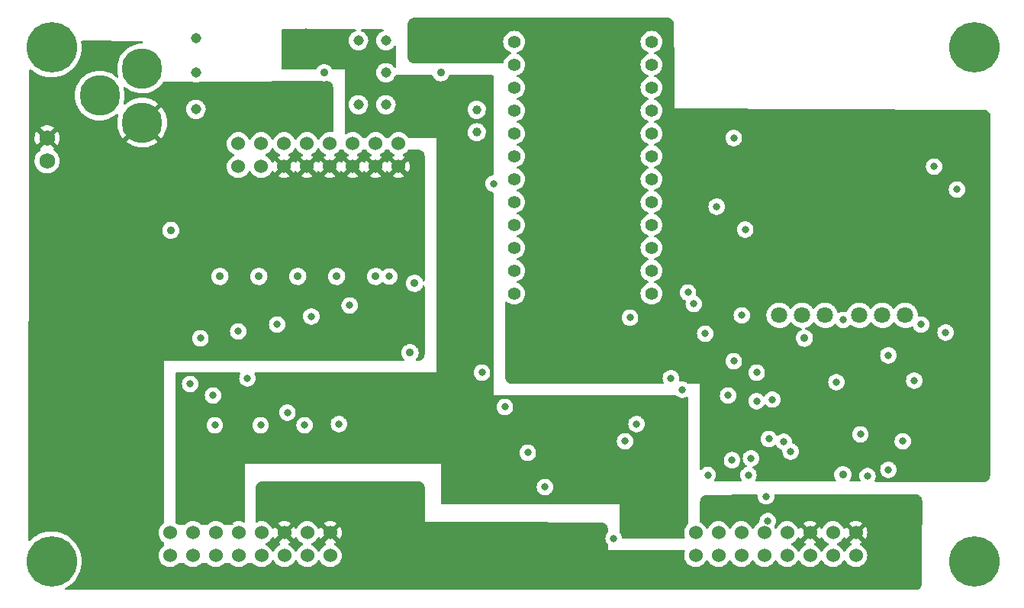
<source format=gbr>
%TF.GenerationSoftware,KiCad,Pcbnew,(6.0.10)*%
%TF.CreationDate,2024-07-31T13:49:43-04:00*%
%TF.ProjectId,min-evolver,6d696e2d-6576-46f6-9c76-65722e6b6963,rev?*%
%TF.SameCoordinates,Original*%
%TF.FileFunction,Copper,L3,Inr*%
%TF.FilePolarity,Positive*%
%FSLAX46Y46*%
G04 Gerber Fmt 4.6, Leading zero omitted, Abs format (unit mm)*
G04 Created by KiCad (PCBNEW (6.0.10)) date 2024-07-31 13:49:43*
%MOMM*%
%LPD*%
G01*
G04 APERTURE LIST*
%TA.AperFunction,ComponentPad*%
%ADD10C,5.600000*%
%TD*%
%TA.AperFunction,ComponentPad*%
%ADD11C,1.524000*%
%TD*%
%TA.AperFunction,ComponentPad*%
%ADD12C,4.500000*%
%TD*%
%TA.AperFunction,ComponentPad*%
%ADD13C,1.000000*%
%TD*%
%TA.AperFunction,ComponentPad*%
%ADD14C,1.800000*%
%TD*%
%TA.AperFunction,ComponentPad*%
%ADD15C,1.397000*%
%TD*%
%TA.AperFunction,ComponentPad*%
%ADD16C,1.750000*%
%TD*%
%TA.AperFunction,ViaPad*%
%ADD17C,1.143000*%
%TD*%
%TA.AperFunction,ViaPad*%
%ADD18C,0.889000*%
%TD*%
%TA.AperFunction,ViaPad*%
%ADD19C,0.800000*%
%TD*%
G04 APERTURE END LIST*
D10*
%TO.N,unconnected-(H3-Pad1)*%
%TO.C,H3*%
X206375000Y-51562000D03*
%TD*%
%TO.N,unconnected-(H4-Pad1)*%
%TO.C,H4*%
X206375000Y-108585000D03*
%TD*%
%TO.N,unconnected-(H2-Pad1)*%
%TO.C,H2*%
X104013000Y-51562000D03*
%TD*%
%TO.N,unconnected-(H1-Pad1)*%
%TO.C,H1*%
X104013000Y-108585000D03*
%TD*%
D11*
%TO.N,/P-0*%
%TO.C,P4*%
X142494000Y-62230000D03*
%TO.N,+12V*%
X142494000Y-64770000D03*
%TO.N,/P-1*%
X139954000Y-62230000D03*
%TO.N,+12V*%
X139954000Y-64770000D03*
%TO.N,/P-2*%
X137414000Y-62230000D03*
%TO.N,+12V*%
X137414000Y-64770000D03*
%TO.N,/P-3*%
X134874000Y-62230000D03*
%TO.N,+12V*%
X134874000Y-64770000D03*
%TO.N,/P-4*%
X132334000Y-62230000D03*
%TO.N,+12V*%
X132334000Y-64770000D03*
%TO.N,/P-5*%
X129794000Y-62230000D03*
%TO.N,+12V*%
X129794000Y-64770000D03*
%TO.N,unconnected-(P4-Pad13)*%
X127254000Y-62230000D03*
%TO.N,unconnected-(P4-Pad14)*%
X127254000Y-64770000D03*
%TO.N,unconnected-(P4-Pad15)*%
X124714000Y-62230000D03*
%TO.N,unconnected-(P4-Pad16)*%
X124714000Y-64770000D03*
%TD*%
D12*
%TO.N,+12V*%
%TO.C,CON1*%
X114046000Y-59896000D03*
%TO.N,GND*%
X114046000Y-53896000D03*
X109346000Y-56896000D03*
%TD*%
D13*
%TO.N,Net-(C15-Pad1)*%
%TO.C,C15*%
X151180800Y-58465400D03*
%TO.N,GND*%
X151180800Y-60965400D03*
%TD*%
D14*
%TO.N,/OD90-0*%
%TO.C,JP1*%
X198704200Y-81280000D03*
%TO.N,/OD-0*%
X196164200Y-81280000D03*
%TO.N,/OD135-0*%
X193624200Y-81280000D03*
%TD*%
D15*
%TO.N,unconnected-(P1-Pad1)*%
%TO.C,P1*%
X155321000Y-50927000D03*
%TO.N,+5V*%
X170561000Y-50927000D03*
%TO.N,unconnected-(P1-Pad3)*%
X155321000Y-53467000D03*
%TO.N,GND*%
X170561000Y-53467000D03*
%TO.N,Net-(C15-Pad1)*%
X155321000Y-56007000D03*
%TO.N,unconnected-(P1-Pad6)*%
X170561000Y-56007000D03*
%TO.N,GND*%
X155321000Y-58547000D03*
%TO.N,unconnected-(P1-Pad8)*%
X170561000Y-58547000D03*
%TO.N,/2*%
X155321000Y-61087000D03*
%TO.N,/A3*%
X170561000Y-61087000D03*
%TO.N,/3*%
X155321000Y-63627000D03*
%TO.N,/A2*%
X170561000Y-63627000D03*
%TO.N,/4*%
X155321000Y-66167000D03*
%TO.N,/A1*%
X170561000Y-66167000D03*
%TO.N,/5*%
X155321000Y-68707000D03*
%TO.N,/A0*%
X170561000Y-68707000D03*
%TO.N,/6*%
X155321000Y-71247000D03*
%TO.N,/13*%
X170561000Y-71247000D03*
%TO.N,/7*%
X155321000Y-73787000D03*
%TO.N,/12*%
X170561000Y-73787000D03*
%TO.N,/8*%
X155321000Y-76327000D03*
%TO.N,/11*%
X170561000Y-76327000D03*
%TO.N,/9*%
X155321000Y-78867000D03*
%TO.N,/10*%
X170561000Y-78867000D03*
%TD*%
D14*
%TO.N,/OD90-1*%
%TO.C,JP2*%
X189814200Y-81280000D03*
%TO.N,/OD-1*%
X187274200Y-81280000D03*
%TO.N,/OD135-1*%
X184734200Y-81280000D03*
%TD*%
D16*
%TO.N,GND*%
%TO.C,P7*%
X103505000Y-64135000D03*
%TO.N,+12V*%
X103505000Y-61595000D03*
%TD*%
D11*
%TO.N,/FAN-0*%
%TO.C,P2*%
X134924800Y-107950000D03*
%TO.N,+12V*%
X134924800Y-105410000D03*
%TO.N,unconnected-(P2-Pad3)*%
X132384800Y-107950000D03*
%TO.N,unconnected-(P2-Pad4)*%
X132384800Y-105410000D03*
%TO.N,/HTR-0*%
X129844800Y-107950000D03*
%TO.N,+12V*%
X129844800Y-105410000D03*
%TO.N,/TS-0*%
X127304800Y-107950000D03*
%TO.N,GND*%
X127304800Y-105410000D03*
%TO.N,/LED-0*%
X124764800Y-107950000D03*
%TO.N,+5V*%
X124764800Y-105410000D03*
%TO.N,/OD135-0*%
X122224800Y-107950000D03*
%TO.N,GND*%
X122224800Y-105410000D03*
%TO.N,/OD90-0*%
X119684800Y-107950000D03*
%TO.N,GND*%
X119684800Y-105410000D03*
%TO.N,unconnected-(P2-Pad15)*%
X117144800Y-107950000D03*
%TO.N,unconnected-(P2-Pad16)*%
X117144800Y-105410000D03*
%TD*%
%TO.N,/FAN-1*%
%TO.C,P3*%
X193243200Y-107950000D03*
%TO.N,+12V*%
X193243200Y-105410000D03*
%TO.N,unconnected-(P3-Pad3)*%
X190703200Y-107950000D03*
%TO.N,unconnected-(P3-Pad4)*%
X190703200Y-105410000D03*
%TO.N,/HTR-1*%
X188163200Y-107950000D03*
%TO.N,+12V*%
X188163200Y-105410000D03*
%TO.N,/TS-1*%
X185623200Y-107950000D03*
%TO.N,GND*%
X185623200Y-105410000D03*
%TO.N,/LED-1*%
X183083200Y-107950000D03*
%TO.N,+5V*%
X183083200Y-105410000D03*
%TO.N,/OD135-1*%
X180543200Y-107950000D03*
%TO.N,GND*%
X180543200Y-105410000D03*
%TO.N,/OD90-1*%
X178003200Y-107950000D03*
%TO.N,GND*%
X178003200Y-105410000D03*
%TO.N,unconnected-(P3-Pad15)*%
X175463200Y-107950000D03*
%TO.N,unconnected-(P3-Pad16)*%
X175463200Y-105410000D03*
%TD*%
D17*
%TO.N,GND*%
X138049000Y-50800000D03*
D18*
X135636000Y-76970000D03*
D19*
X122123200Y-93472000D03*
D17*
X138049000Y-57912000D03*
D18*
X144272000Y-77731000D03*
X187528200Y-83820000D03*
X143764000Y-85445600D03*
D19*
X183591200Y-94996000D03*
X199720200Y-88519000D03*
D18*
X139954000Y-76970000D03*
D19*
X191846200Y-81788000D03*
D18*
X127000000Y-76970000D03*
X134239000Y-54356000D03*
X117246400Y-71839200D03*
D19*
X200482200Y-82296000D03*
D17*
X120015000Y-54356000D03*
D19*
X191084200Y-88696800D03*
D17*
X141097000Y-54356000D03*
D19*
X198450200Y-95250000D03*
X176809400Y-99009200D03*
X132080000Y-93472000D03*
X127203200Y-93472000D03*
X194538600Y-99110800D03*
D18*
X122682000Y-76970000D03*
D17*
X120015000Y-58420000D03*
X120015000Y-50546000D03*
D18*
X131318000Y-76970000D03*
D17*
X141097000Y-50800000D03*
D19*
X183972200Y-90633330D03*
D17*
X141097000Y-57912000D03*
D18*
X147193000Y-54356000D03*
X191795400Y-98976999D03*
D19*
X181330600Y-99009200D03*
%TO.N,+3V3*%
X189687200Y-96266000D03*
X195450917Y-83827692D03*
X199720200Y-86614000D03*
X196291200Y-96057001D03*
X182334500Y-86130899D03*
X144315200Y-50241200D03*
X191414400Y-91389200D03*
X187274200Y-98932499D03*
%TO.N,/A1*%
X204470000Y-67310000D03*
%TO.N,/A0*%
X182245000Y-90805000D03*
X179070000Y-90170000D03*
X177800000Y-69215000D03*
%TO.N,+12V*%
X125476000Y-73922000D03*
X128574800Y-101650800D03*
X121158000Y-73795000D03*
X133654800Y-101752400D03*
X187020200Y-101904800D03*
X129794000Y-73922000D03*
D18*
X144582832Y-80953000D03*
D19*
X142748000Y-73922000D03*
D17*
X132715000Y-58082800D03*
D19*
X134112000Y-73922000D03*
X138430000Y-73922000D03*
X191338200Y-101904800D03*
D18*
X117246400Y-76766800D03*
D19*
%TO.N,/A2*%
X203200000Y-83185000D03*
X201930000Y-64770000D03*
X196850000Y-85725000D03*
%TO.N,/A3*%
X182245000Y-87630000D03*
X179705000Y-61595000D03*
X179705000Y-86360000D03*
D17*
%TO.N,+5V*%
X132207000Y-50038000D03*
D18*
X123494800Y-98882200D03*
D17*
X144399000Y-58082800D03*
D19*
X173812200Y-98933000D03*
X172757500Y-105156000D03*
%TO.N,/HTR-1*%
X183474425Y-104105917D03*
%TO.N,/OD135-0*%
X121920000Y-90170000D03*
X175260000Y-80010000D03*
X173990000Y-89535000D03*
%TO.N,/OD90-0*%
X172720000Y-88265000D03*
X174625000Y-78740000D03*
X119380000Y-88900000D03*
%TO.N,/OD90-1*%
X176530000Y-83312000D03*
%TO.N,/OD135-1*%
X180594000Y-81280000D03*
%TO.N,/10*%
X124714000Y-83058000D03*
%TO.N,/11*%
X135890000Y-93345000D03*
X168910000Y-93345000D03*
%TO.N,/12*%
X168185500Y-81534000D03*
X120523000Y-83820000D03*
%TO.N,/13*%
X181610000Y-97155000D03*
X180975000Y-71755000D03*
X196850000Y-98425000D03*
%TO.N,/2*%
X130175000Y-92075000D03*
X154305000Y-91440000D03*
%TO.N,/3*%
X158750000Y-100330000D03*
X183283600Y-101368600D03*
%TO.N,/4*%
X153035000Y-66675000D03*
X151765000Y-87630000D03*
X125730000Y-88265000D03*
%TO.N,/5*%
X156845000Y-96520000D03*
X179501800Y-97358200D03*
%TO.N,/6*%
X141478000Y-76962000D03*
%TO.N,/7*%
X137080000Y-80184000D03*
%TO.N,/8*%
X132824224Y-81409347D03*
%TO.N,/9*%
X129032000Y-82296000D03*
%TO.N,/TS-0*%
X186004200Y-96393000D03*
X166370000Y-106045000D03*
X167640000Y-95250000D03*
%TO.N,/TS-1*%
X193751200Y-94488000D03*
X185242200Y-95300800D03*
%TD*%
%TA.AperFunction,Conductor*%
%TO.N,+3V3*%
G36*
X172509213Y-48267517D02*
G01*
X172631579Y-48310157D01*
X172656968Y-48322337D01*
X172689413Y-48342647D01*
X172777324Y-48397678D01*
X172799377Y-48415196D01*
X172899989Y-48515388D01*
X172917600Y-48537368D01*
X172993442Y-48657405D01*
X173005731Y-48682747D01*
X173053015Y-48816638D01*
X173059366Y-48844071D01*
X173060281Y-48851958D01*
X173076547Y-48992184D01*
X173077385Y-49006257D01*
X173095139Y-54102103D01*
X173109895Y-58337281D01*
X205797090Y-58443754D01*
X207439423Y-58449104D01*
X207453513Y-58449940D01*
X207601711Y-58467108D01*
X207629167Y-58473461D01*
X207763142Y-58520772D01*
X207788499Y-58533070D01*
X207908592Y-58608966D01*
X207930583Y-58626591D01*
X208030813Y-58727291D01*
X208048336Y-58749364D01*
X208123676Y-58869823D01*
X208135854Y-58895238D01*
X208182534Y-59029425D01*
X208188758Y-59056911D01*
X208205231Y-59205180D01*
X208206002Y-59219272D01*
X208185239Y-73781525D01*
X208149236Y-99032719D01*
X208148421Y-99046843D01*
X208131444Y-99195427D01*
X208125111Y-99222957D01*
X208077828Y-99357289D01*
X208065524Y-99382713D01*
X207989494Y-99503147D01*
X207971836Y-99525187D01*
X207870894Y-99625647D01*
X207848763Y-99643205D01*
X207756263Y-99700983D01*
X207727972Y-99718654D01*
X207702488Y-99730838D01*
X207643495Y-99751286D01*
X207567927Y-99777479D01*
X207540366Y-99783680D01*
X207391711Y-99799945D01*
X207377584Y-99800692D01*
X195430307Y-99760583D01*
X195362254Y-99740353D01*
X195315941Y-99686541D01*
X195306073Y-99616234D01*
X195321611Y-99571584D01*
X195369823Y-99488079D01*
X195369824Y-99488078D01*
X195373127Y-99482356D01*
X195432142Y-99300728D01*
X195442821Y-99199128D01*
X195451414Y-99117365D01*
X195452104Y-99110800D01*
X195445382Y-99046843D01*
X195432832Y-98927435D01*
X195432832Y-98927433D01*
X195432142Y-98920872D01*
X195373127Y-98739244D01*
X195277640Y-98573856D01*
X195149853Y-98431934D01*
X195140309Y-98425000D01*
X195936496Y-98425000D01*
X195956458Y-98614928D01*
X196015473Y-98796556D01*
X196018776Y-98802278D01*
X196018777Y-98802279D01*
X196028588Y-98819272D01*
X196110960Y-98961944D01*
X196115378Y-98966851D01*
X196115379Y-98966852D01*
X196174686Y-99032719D01*
X196238747Y-99103866D01*
X196393248Y-99216118D01*
X196399276Y-99218802D01*
X196399278Y-99218803D01*
X196561681Y-99291109D01*
X196567712Y-99293794D01*
X196661112Y-99313647D01*
X196748056Y-99332128D01*
X196748061Y-99332128D01*
X196754513Y-99333500D01*
X196945487Y-99333500D01*
X196951939Y-99332128D01*
X196951944Y-99332128D01*
X197038888Y-99313647D01*
X197132288Y-99293794D01*
X197138319Y-99291109D01*
X197300722Y-99218803D01*
X197300724Y-99218802D01*
X197306752Y-99216118D01*
X197461253Y-99103866D01*
X197525314Y-99032719D01*
X197584621Y-98966852D01*
X197584622Y-98966851D01*
X197589040Y-98961944D01*
X197671412Y-98819272D01*
X197681223Y-98802279D01*
X197681224Y-98802278D01*
X197684527Y-98796556D01*
X197743542Y-98614928D01*
X197763504Y-98425000D01*
X197754441Y-98338772D01*
X197744232Y-98241635D01*
X197744232Y-98241633D01*
X197743542Y-98235072D01*
X197684527Y-98053444D01*
X197589040Y-97888056D01*
X197543744Y-97837749D01*
X197465675Y-97751045D01*
X197465674Y-97751044D01*
X197461253Y-97746134D01*
X197306752Y-97633882D01*
X197300724Y-97631198D01*
X197300722Y-97631197D01*
X197138319Y-97558891D01*
X197138318Y-97558891D01*
X197132288Y-97556206D01*
X197019721Y-97532279D01*
X196951944Y-97517872D01*
X196951939Y-97517872D01*
X196945487Y-97516500D01*
X196754513Y-97516500D01*
X196748061Y-97517872D01*
X196748056Y-97517872D01*
X196680279Y-97532279D01*
X196567712Y-97556206D01*
X196561682Y-97558891D01*
X196561681Y-97558891D01*
X196399278Y-97631197D01*
X196399276Y-97631198D01*
X196393248Y-97633882D01*
X196238747Y-97746134D01*
X196234326Y-97751044D01*
X196234325Y-97751045D01*
X196156257Y-97837749D01*
X196110960Y-97888056D01*
X196015473Y-98053444D01*
X195956458Y-98235072D01*
X195955768Y-98241633D01*
X195955768Y-98241635D01*
X195945559Y-98338772D01*
X195936496Y-98425000D01*
X195140309Y-98425000D01*
X194995352Y-98319682D01*
X194989324Y-98316998D01*
X194989322Y-98316997D01*
X194826919Y-98244691D01*
X194826918Y-98244691D01*
X194820888Y-98242006D01*
X194726594Y-98221963D01*
X194640544Y-98203672D01*
X194640539Y-98203672D01*
X194634087Y-98202300D01*
X194443113Y-98202300D01*
X194436661Y-98203672D01*
X194436656Y-98203672D01*
X194350606Y-98221963D01*
X194256312Y-98242006D01*
X194250282Y-98244691D01*
X194250281Y-98244691D01*
X194087878Y-98316997D01*
X194087876Y-98316998D01*
X194081848Y-98319682D01*
X193927347Y-98431934D01*
X193799560Y-98573856D01*
X193704073Y-98739244D01*
X193645058Y-98920872D01*
X193644368Y-98927433D01*
X193644368Y-98927435D01*
X193631818Y-99046843D01*
X193625096Y-99110800D01*
X193625786Y-99117365D01*
X193634380Y-99199128D01*
X193645058Y-99300728D01*
X193704073Y-99482356D01*
X193707376Y-99488078D01*
X193707377Y-99488079D01*
X193752124Y-99565583D01*
X193768862Y-99634578D01*
X193745641Y-99701670D01*
X193689834Y-99745557D01*
X193642583Y-99754582D01*
X192660815Y-99751286D01*
X192592763Y-99731056D01*
X192546450Y-99677244D01*
X192536582Y-99606937D01*
X192565856Y-99542958D01*
X192577907Y-99528997D01*
X192658868Y-99386479D01*
X192667178Y-99371851D01*
X192667179Y-99371850D01*
X192670221Y-99366494D01*
X192684491Y-99323599D01*
X192717970Y-99222957D01*
X192729214Y-99189156D01*
X192740609Y-99098955D01*
X192752196Y-99007240D01*
X192752197Y-99007231D01*
X192752638Y-99003737D01*
X192753011Y-98976999D01*
X192734773Y-98790998D01*
X192730819Y-98777900D01*
X192690370Y-98643929D01*
X192680755Y-98612082D01*
X192593015Y-98447065D01*
X192583974Y-98435980D01*
X192478788Y-98307009D01*
X192478785Y-98307006D01*
X192474893Y-98302234D01*
X192470144Y-98298305D01*
X192335639Y-98187033D01*
X192335636Y-98187031D01*
X192330889Y-98183104D01*
X192166489Y-98094213D01*
X192067272Y-98063500D01*
X191993841Y-98040769D01*
X191993838Y-98040768D01*
X191987954Y-98038947D01*
X191981829Y-98038303D01*
X191981828Y-98038303D01*
X191808213Y-98020055D01*
X191808212Y-98020055D01*
X191802085Y-98019411D01*
X191683487Y-98030205D01*
X191622103Y-98035791D01*
X191622102Y-98035791D01*
X191615962Y-98036350D01*
X191610048Y-98038091D01*
X191610046Y-98038091D01*
X191523715Y-98063500D01*
X191436673Y-98089118D01*
X191271047Y-98175704D01*
X191125395Y-98292812D01*
X191005262Y-98435980D01*
X191002299Y-98441369D01*
X191002296Y-98441374D01*
X190936288Y-98561444D01*
X190915226Y-98599756D01*
X190913365Y-98605623D01*
X190913364Y-98605625D01*
X190903207Y-98637644D01*
X190858715Y-98777900D01*
X190837882Y-98963629D01*
X190838398Y-98969773D01*
X190850792Y-99117365D01*
X190853521Y-99149866D01*
X190905036Y-99329519D01*
X190926792Y-99371851D01*
X190952308Y-99421500D01*
X190990464Y-99495745D01*
X190994287Y-99500569D01*
X190994290Y-99500573D01*
X191026493Y-99541202D01*
X191053131Y-99607012D01*
X191039960Y-99676776D01*
X190991163Y-99728345D01*
X190927325Y-99745466D01*
X182189313Y-99716131D01*
X182121260Y-99695901D01*
X182074947Y-99642089D01*
X182065079Y-99571782D01*
X182080617Y-99527132D01*
X182161823Y-99386479D01*
X182161824Y-99386478D01*
X182165127Y-99380756D01*
X182224142Y-99199128D01*
X182225834Y-99183036D01*
X182243414Y-99015765D01*
X182244104Y-99009200D01*
X182235510Y-98927435D01*
X182224832Y-98825835D01*
X182224832Y-98825833D01*
X182224142Y-98819272D01*
X182165127Y-98637644D01*
X182155637Y-98621206D01*
X182072941Y-98477974D01*
X182069640Y-98472256D01*
X182025365Y-98423083D01*
X181946275Y-98335245D01*
X181946271Y-98335241D01*
X181941853Y-98330334D01*
X181923497Y-98316997D01*
X181896706Y-98297533D01*
X181833167Y-98251369D01*
X181789814Y-98195148D01*
X181783739Y-98124412D01*
X181816870Y-98061620D01*
X181881027Y-98026188D01*
X181885829Y-98025167D01*
X181885830Y-98025167D01*
X181892288Y-98023794D01*
X181900877Y-98019970D01*
X182060722Y-97948803D01*
X182060724Y-97948802D01*
X182066752Y-97946118D01*
X182221253Y-97833866D01*
X182300247Y-97746134D01*
X182344621Y-97696852D01*
X182344622Y-97696851D01*
X182349040Y-97691944D01*
X182428448Y-97554406D01*
X182441223Y-97532279D01*
X182441224Y-97532278D01*
X182444527Y-97526556D01*
X182503542Y-97344928D01*
X182508107Y-97301500D01*
X182522814Y-97161565D01*
X182523504Y-97155000D01*
X182522814Y-97148435D01*
X182504232Y-96971635D01*
X182504232Y-96971633D01*
X182503542Y-96965072D01*
X182444527Y-96783444D01*
X182349040Y-96618056D01*
X182323064Y-96589206D01*
X182225675Y-96481045D01*
X182225674Y-96481044D01*
X182221253Y-96476134D01*
X182097795Y-96386436D01*
X182072094Y-96367763D01*
X182072093Y-96367762D01*
X182066752Y-96363882D01*
X182060724Y-96361198D01*
X182060722Y-96361197D01*
X181898319Y-96288891D01*
X181898318Y-96288891D01*
X181892288Y-96286206D01*
X181798888Y-96266353D01*
X181711944Y-96247872D01*
X181711939Y-96247872D01*
X181705487Y-96246500D01*
X181514513Y-96246500D01*
X181508061Y-96247872D01*
X181508056Y-96247872D01*
X181421112Y-96266353D01*
X181327712Y-96286206D01*
X181321682Y-96288891D01*
X181321681Y-96288891D01*
X181159278Y-96361197D01*
X181159276Y-96361198D01*
X181153248Y-96363882D01*
X181147907Y-96367762D01*
X181147906Y-96367763D01*
X181122205Y-96386436D01*
X180998747Y-96476134D01*
X180994326Y-96481044D01*
X180994325Y-96481045D01*
X180896937Y-96589206D01*
X180870960Y-96618056D01*
X180775473Y-96783444D01*
X180716458Y-96965072D01*
X180715768Y-96971633D01*
X180715768Y-96971635D01*
X180697186Y-97148435D01*
X180696496Y-97155000D01*
X180697186Y-97161565D01*
X180711894Y-97301500D01*
X180716458Y-97344928D01*
X180775473Y-97526556D01*
X180778776Y-97532278D01*
X180778777Y-97532279D01*
X180791552Y-97554406D01*
X180870960Y-97691944D01*
X180875378Y-97696851D01*
X180875379Y-97696852D01*
X180919753Y-97746134D01*
X180998747Y-97833866D01*
X181107433Y-97912831D01*
X181150786Y-97969052D01*
X181156861Y-98039788D01*
X181123730Y-98102580D01*
X181059573Y-98138012D01*
X181054771Y-98139033D01*
X181048312Y-98140406D01*
X181042282Y-98143091D01*
X181042281Y-98143091D01*
X180879878Y-98215397D01*
X180879876Y-98215398D01*
X180873848Y-98218082D01*
X180868507Y-98221962D01*
X180868506Y-98221963D01*
X180837224Y-98244691D01*
X180719347Y-98330334D01*
X180714929Y-98335241D01*
X180714925Y-98335245D01*
X180635836Y-98423083D01*
X180591560Y-98472256D01*
X180588259Y-98477974D01*
X180505564Y-98621206D01*
X180496073Y-98637644D01*
X180437058Y-98819272D01*
X180436368Y-98825833D01*
X180436368Y-98825835D01*
X180425690Y-98927435D01*
X180417096Y-99009200D01*
X180417786Y-99015765D01*
X180435367Y-99183036D01*
X180437058Y-99199128D01*
X180496073Y-99380756D01*
X180499376Y-99386478D01*
X180499377Y-99386479D01*
X180577247Y-99521353D01*
X180593985Y-99590348D01*
X180570765Y-99657440D01*
X180514958Y-99701327D01*
X180467706Y-99710352D01*
X177676857Y-99700982D01*
X177608806Y-99680753D01*
X177562493Y-99626941D01*
X177552625Y-99556634D01*
X177568163Y-99511984D01*
X177640623Y-99386479D01*
X177640624Y-99386478D01*
X177643927Y-99380756D01*
X177702942Y-99199128D01*
X177704634Y-99183036D01*
X177722214Y-99015765D01*
X177722904Y-99009200D01*
X177714310Y-98927435D01*
X177703632Y-98825835D01*
X177703632Y-98825833D01*
X177702942Y-98819272D01*
X177643927Y-98637644D01*
X177634437Y-98621206D01*
X177551741Y-98477974D01*
X177548440Y-98472256D01*
X177504165Y-98423083D01*
X177425075Y-98335245D01*
X177425071Y-98335241D01*
X177420653Y-98330334D01*
X177302776Y-98244691D01*
X177271494Y-98221963D01*
X177271493Y-98221962D01*
X177266152Y-98218082D01*
X177260124Y-98215398D01*
X177260122Y-98215397D01*
X177097719Y-98143091D01*
X177097718Y-98143091D01*
X177091688Y-98140406D01*
X176998287Y-98120553D01*
X176911344Y-98102072D01*
X176911339Y-98102072D01*
X176904887Y-98100700D01*
X176713913Y-98100700D01*
X176707461Y-98102072D01*
X176707456Y-98102072D01*
X176620513Y-98120553D01*
X176527112Y-98140406D01*
X176521082Y-98143091D01*
X176521081Y-98143091D01*
X176358678Y-98215397D01*
X176358676Y-98215398D01*
X176352648Y-98218082D01*
X176347307Y-98221962D01*
X176347306Y-98221963D01*
X176316024Y-98244691D01*
X176198147Y-98330334D01*
X176114636Y-98423083D01*
X176054190Y-98460322D01*
X175983206Y-98458970D01*
X175924222Y-98419456D01*
X175895964Y-98354326D01*
X175895000Y-98338772D01*
X175895000Y-97358200D01*
X178588296Y-97358200D01*
X178588986Y-97364765D01*
X178591512Y-97388794D01*
X178608258Y-97548128D01*
X178667273Y-97729756D01*
X178762760Y-97895144D01*
X178767178Y-97900051D01*
X178767179Y-97900052D01*
X178879833Y-98025167D01*
X178890547Y-98037066D01*
X178966695Y-98092391D01*
X179032782Y-98140406D01*
X179045048Y-98149318D01*
X179051076Y-98152002D01*
X179051078Y-98152003D01*
X179199495Y-98218082D01*
X179219512Y-98226994D01*
X179312912Y-98246847D01*
X179399856Y-98265328D01*
X179399861Y-98265328D01*
X179406313Y-98266700D01*
X179597287Y-98266700D01*
X179603739Y-98265328D01*
X179603744Y-98265328D01*
X179690687Y-98246847D01*
X179784088Y-98226994D01*
X179804105Y-98218082D01*
X179952522Y-98152003D01*
X179952524Y-98152002D01*
X179958552Y-98149318D01*
X179970819Y-98140406D01*
X180036905Y-98092391D01*
X180113053Y-98037066D01*
X180123767Y-98025167D01*
X180236421Y-97900052D01*
X180236422Y-97900051D01*
X180240840Y-97895144D01*
X180336327Y-97729756D01*
X180395342Y-97548128D01*
X180412089Y-97388794D01*
X180414614Y-97364765D01*
X180415304Y-97358200D01*
X180409345Y-97301500D01*
X180396032Y-97174835D01*
X180396032Y-97174833D01*
X180395342Y-97168272D01*
X180336327Y-96986644D01*
X180323873Y-96965072D01*
X180244141Y-96826974D01*
X180240840Y-96821256D01*
X180113053Y-96679334D01*
X179958552Y-96567082D01*
X179952524Y-96564398D01*
X179952522Y-96564397D01*
X179790119Y-96492091D01*
X179790118Y-96492091D01*
X179784088Y-96489406D01*
X179690687Y-96469553D01*
X179603744Y-96451072D01*
X179603739Y-96451072D01*
X179597287Y-96449700D01*
X179406313Y-96449700D01*
X179399861Y-96451072D01*
X179399856Y-96451072D01*
X179312912Y-96469553D01*
X179219512Y-96489406D01*
X179213482Y-96492091D01*
X179213481Y-96492091D01*
X179051078Y-96564397D01*
X179051076Y-96564398D01*
X179045048Y-96567082D01*
X178890547Y-96679334D01*
X178762760Y-96821256D01*
X178759459Y-96826974D01*
X178679728Y-96965072D01*
X178667273Y-96986644D01*
X178608258Y-97168272D01*
X178607568Y-97174833D01*
X178607568Y-97174835D01*
X178594255Y-97301500D01*
X178588296Y-97358200D01*
X175895000Y-97358200D01*
X175895000Y-94996000D01*
X182677696Y-94996000D01*
X182678386Y-95002565D01*
X182696063Y-95170749D01*
X182697658Y-95185928D01*
X182756673Y-95367556D01*
X182759976Y-95373278D01*
X182759977Y-95373279D01*
X182772592Y-95395128D01*
X182852160Y-95532944D01*
X182856578Y-95537851D01*
X182856579Y-95537852D01*
X182937752Y-95628004D01*
X182979947Y-95674866D01*
X183134448Y-95787118D01*
X183140476Y-95789802D01*
X183140478Y-95789803D01*
X183259180Y-95842652D01*
X183308912Y-95864794D01*
X183402312Y-95884647D01*
X183489256Y-95903128D01*
X183489261Y-95903128D01*
X183495713Y-95904500D01*
X183686687Y-95904500D01*
X183693139Y-95903128D01*
X183693144Y-95903128D01*
X183780088Y-95884647D01*
X183873488Y-95864794D01*
X183923220Y-95842652D01*
X184041922Y-95789803D01*
X184041924Y-95789802D01*
X184047952Y-95787118D01*
X184202453Y-95674866D01*
X184212334Y-95663892D01*
X184272780Y-95626652D01*
X184343763Y-95628004D01*
X184402748Y-95667517D01*
X184415089Y-95685202D01*
X184499858Y-95832026D01*
X184499861Y-95832031D01*
X184503160Y-95837744D01*
X184507578Y-95842651D01*
X184507579Y-95842652D01*
X184588703Y-95932749D01*
X184630947Y-95979666D01*
X184785448Y-96091918D01*
X184791476Y-96094602D01*
X184791478Y-96094603D01*
X184934994Y-96158500D01*
X184959912Y-96169594D01*
X184966367Y-96170966D01*
X184966376Y-96170969D01*
X184999835Y-96178081D01*
X185062308Y-96211809D01*
X185096629Y-96273959D01*
X185098947Y-96314497D01*
X185090696Y-96393000D01*
X185091386Y-96399565D01*
X185108993Y-96567082D01*
X185110658Y-96582928D01*
X185169673Y-96764556D01*
X185265160Y-96929944D01*
X185269578Y-96934851D01*
X185269579Y-96934852D01*
X185296789Y-96965072D01*
X185392947Y-97071866D01*
X185492043Y-97143864D01*
X185516407Y-97161565D01*
X185547448Y-97184118D01*
X185553476Y-97186802D01*
X185553478Y-97186803D01*
X185715881Y-97259109D01*
X185721912Y-97261794D01*
X185815312Y-97281647D01*
X185902256Y-97300128D01*
X185902261Y-97300128D01*
X185908713Y-97301500D01*
X186099687Y-97301500D01*
X186106139Y-97300128D01*
X186106144Y-97300128D01*
X186193088Y-97281647D01*
X186286488Y-97261794D01*
X186292519Y-97259109D01*
X186454922Y-97186803D01*
X186454924Y-97186802D01*
X186460952Y-97184118D01*
X186491994Y-97161565D01*
X186516357Y-97143864D01*
X186615453Y-97071866D01*
X186711611Y-96965072D01*
X186738821Y-96934852D01*
X186738822Y-96934851D01*
X186743240Y-96929944D01*
X186838727Y-96764556D01*
X186897742Y-96582928D01*
X186899408Y-96567082D01*
X186917014Y-96399565D01*
X186917704Y-96393000D01*
X186906480Y-96286206D01*
X186898432Y-96209635D01*
X186898432Y-96209633D01*
X186897742Y-96203072D01*
X186838727Y-96021444D01*
X186743240Y-95856056D01*
X186615453Y-95714134D01*
X186488031Y-95621556D01*
X186466294Y-95605763D01*
X186466293Y-95605762D01*
X186460952Y-95601882D01*
X186454924Y-95599198D01*
X186454922Y-95599197D01*
X186292519Y-95526891D01*
X186292518Y-95526891D01*
X186286488Y-95524206D01*
X186280033Y-95522834D01*
X186280024Y-95522831D01*
X186246565Y-95515719D01*
X186184092Y-95481991D01*
X186149771Y-95419841D01*
X186147453Y-95379302D01*
X186149675Y-95358166D01*
X186155704Y-95300800D01*
X186149675Y-95243435D01*
X186136432Y-95117435D01*
X186136432Y-95117433D01*
X186135742Y-95110872D01*
X186076727Y-94929244D01*
X185981240Y-94763856D01*
X185931081Y-94708148D01*
X185857875Y-94626845D01*
X185857874Y-94626844D01*
X185853453Y-94621934D01*
X185698952Y-94509682D01*
X185692924Y-94506998D01*
X185692922Y-94506997D01*
X185650254Y-94488000D01*
X192837696Y-94488000D01*
X192838386Y-94494565D01*
X192850687Y-94611598D01*
X192857658Y-94677928D01*
X192916673Y-94859556D01*
X193012160Y-95024944D01*
X193016578Y-95029851D01*
X193016579Y-95029852D01*
X193043789Y-95060072D01*
X193139947Y-95166866D01*
X193239043Y-95238864D01*
X193263407Y-95256565D01*
X193294448Y-95279118D01*
X193300476Y-95281802D01*
X193300478Y-95281803D01*
X193462881Y-95354109D01*
X193468912Y-95356794D01*
X193562313Y-95376647D01*
X193649256Y-95395128D01*
X193649261Y-95395128D01*
X193655713Y-95396500D01*
X193846687Y-95396500D01*
X193853139Y-95395128D01*
X193853144Y-95395128D01*
X193940087Y-95376647D01*
X194033488Y-95356794D01*
X194039519Y-95354109D01*
X194201922Y-95281803D01*
X194201924Y-95281802D01*
X194207952Y-95279118D01*
X194238994Y-95256565D01*
X194248030Y-95250000D01*
X197536696Y-95250000D01*
X197537386Y-95256565D01*
X197552094Y-95396500D01*
X197556658Y-95439928D01*
X197615673Y-95621556D01*
X197711160Y-95786944D01*
X197715578Y-95791851D01*
X197715579Y-95791852D01*
X197768969Y-95851148D01*
X197838947Y-95928866D01*
X197938043Y-96000864D01*
X197975020Y-96027729D01*
X197993448Y-96041118D01*
X197999476Y-96043802D01*
X197999478Y-96043803D01*
X198161881Y-96116109D01*
X198167912Y-96118794D01*
X198261312Y-96138647D01*
X198348256Y-96157128D01*
X198348261Y-96157128D01*
X198354713Y-96158500D01*
X198545687Y-96158500D01*
X198552139Y-96157128D01*
X198552144Y-96157128D01*
X198639087Y-96138647D01*
X198732488Y-96118794D01*
X198738519Y-96116109D01*
X198900922Y-96043803D01*
X198900924Y-96043802D01*
X198906952Y-96041118D01*
X198925381Y-96027729D01*
X198962357Y-96000864D01*
X199061453Y-95928866D01*
X199131431Y-95851148D01*
X199184821Y-95791852D01*
X199184822Y-95791851D01*
X199189240Y-95786944D01*
X199284727Y-95621556D01*
X199343742Y-95439928D01*
X199348307Y-95396500D01*
X199363014Y-95256565D01*
X199363704Y-95250000D01*
X199356280Y-95179365D01*
X199344432Y-95066635D01*
X199344432Y-95066633D01*
X199343742Y-95060072D01*
X199284727Y-94878444D01*
X199189240Y-94713056D01*
X199163264Y-94684206D01*
X199065875Y-94576045D01*
X199065874Y-94576044D01*
X199061453Y-94571134D01*
X198947029Y-94488000D01*
X198912294Y-94462763D01*
X198912293Y-94462762D01*
X198906952Y-94458882D01*
X198900924Y-94456198D01*
X198900922Y-94456197D01*
X198738519Y-94383891D01*
X198738518Y-94383891D01*
X198732488Y-94381206D01*
X198639088Y-94361353D01*
X198552144Y-94342872D01*
X198552139Y-94342872D01*
X198545687Y-94341500D01*
X198354713Y-94341500D01*
X198348261Y-94342872D01*
X198348256Y-94342872D01*
X198261312Y-94361353D01*
X198167912Y-94381206D01*
X198161882Y-94383891D01*
X198161881Y-94383891D01*
X197999478Y-94456197D01*
X197999476Y-94456198D01*
X197993448Y-94458882D01*
X197988107Y-94462762D01*
X197988106Y-94462763D01*
X197953371Y-94488000D01*
X197838947Y-94571134D01*
X197834526Y-94576044D01*
X197834525Y-94576045D01*
X197737137Y-94684206D01*
X197711160Y-94713056D01*
X197615673Y-94878444D01*
X197556658Y-95060072D01*
X197555968Y-95066633D01*
X197555968Y-95066635D01*
X197544120Y-95179365D01*
X197536696Y-95250000D01*
X194248030Y-95250000D01*
X194263357Y-95238864D01*
X194362453Y-95166866D01*
X194458611Y-95060072D01*
X194485821Y-95029852D01*
X194485822Y-95029851D01*
X194490240Y-95024944D01*
X194585727Y-94859556D01*
X194644742Y-94677928D01*
X194651714Y-94611598D01*
X194664014Y-94494565D01*
X194664704Y-94488000D01*
X194653480Y-94381206D01*
X194645432Y-94304635D01*
X194645432Y-94304633D01*
X194644742Y-94298072D01*
X194585727Y-94116444D01*
X194490240Y-93951056D01*
X194362453Y-93809134D01*
X194207952Y-93696882D01*
X194201924Y-93694198D01*
X194201922Y-93694197D01*
X194039519Y-93621891D01*
X194039518Y-93621891D01*
X194033488Y-93619206D01*
X193940087Y-93599353D01*
X193853144Y-93580872D01*
X193853139Y-93580872D01*
X193846687Y-93579500D01*
X193655713Y-93579500D01*
X193649261Y-93580872D01*
X193649256Y-93580872D01*
X193562313Y-93599353D01*
X193468912Y-93619206D01*
X193462882Y-93621891D01*
X193462881Y-93621891D01*
X193300478Y-93694197D01*
X193300476Y-93694198D01*
X193294448Y-93696882D01*
X193139947Y-93809134D01*
X193012160Y-93951056D01*
X192916673Y-94116444D01*
X192857658Y-94298072D01*
X192856968Y-94304633D01*
X192856968Y-94304635D01*
X192848920Y-94381206D01*
X192837696Y-94488000D01*
X185650254Y-94488000D01*
X185530519Y-94434691D01*
X185530518Y-94434691D01*
X185524488Y-94432006D01*
X185431087Y-94412153D01*
X185344144Y-94393672D01*
X185344139Y-94393672D01*
X185337687Y-94392300D01*
X185146713Y-94392300D01*
X185140261Y-94393672D01*
X185140256Y-94393672D01*
X185053313Y-94412153D01*
X184959912Y-94432006D01*
X184953882Y-94434691D01*
X184953881Y-94434691D01*
X184791478Y-94506997D01*
X184791476Y-94506998D01*
X184785448Y-94509682D01*
X184630947Y-94621934D01*
X184626526Y-94626844D01*
X184626525Y-94626845D01*
X184621066Y-94632908D01*
X184560620Y-94670148D01*
X184489637Y-94668796D01*
X184430652Y-94629283D01*
X184418311Y-94611598D01*
X184333542Y-94464774D01*
X184333539Y-94464769D01*
X184330240Y-94459056D01*
X184202453Y-94317134D01*
X184103357Y-94245136D01*
X184053294Y-94208763D01*
X184053293Y-94208762D01*
X184047952Y-94204882D01*
X184041924Y-94202198D01*
X184041922Y-94202197D01*
X183879519Y-94129891D01*
X183879518Y-94129891D01*
X183873488Y-94127206D01*
X183780087Y-94107353D01*
X183693144Y-94088872D01*
X183693139Y-94088872D01*
X183686687Y-94087500D01*
X183495713Y-94087500D01*
X183489261Y-94088872D01*
X183489256Y-94088872D01*
X183402312Y-94107353D01*
X183308912Y-94127206D01*
X183302882Y-94129891D01*
X183302881Y-94129891D01*
X183140478Y-94202197D01*
X183140476Y-94202198D01*
X183134448Y-94204882D01*
X183129107Y-94208762D01*
X183129106Y-94208763D01*
X183079043Y-94245136D01*
X182979947Y-94317134D01*
X182852160Y-94459056D01*
X182835449Y-94488000D01*
X182764090Y-94611598D01*
X182756673Y-94624444D01*
X182697658Y-94806072D01*
X182677696Y-94996000D01*
X175895000Y-94996000D01*
X175895000Y-90170000D01*
X178156496Y-90170000D01*
X178176458Y-90359928D01*
X178235473Y-90541556D01*
X178330960Y-90706944D01*
X178458747Y-90848866D01*
X178613248Y-90961118D01*
X178619276Y-90963802D01*
X178619278Y-90963803D01*
X178711553Y-91004886D01*
X178787712Y-91038794D01*
X178881113Y-91058647D01*
X178968056Y-91077128D01*
X178968061Y-91077128D01*
X178974513Y-91078500D01*
X179165487Y-91078500D01*
X179171939Y-91077128D01*
X179171944Y-91077128D01*
X179258888Y-91058647D01*
X179352288Y-91038794D01*
X179428447Y-91004886D01*
X179520722Y-90963803D01*
X179520724Y-90963802D01*
X179526752Y-90961118D01*
X179681253Y-90848866D01*
X179720750Y-90805000D01*
X181331496Y-90805000D01*
X181332186Y-90811565D01*
X181348187Y-90963803D01*
X181351458Y-90994928D01*
X181410473Y-91176556D01*
X181413776Y-91182278D01*
X181413777Y-91182279D01*
X181447686Y-91241010D01*
X181505960Y-91341944D01*
X181633747Y-91483866D01*
X181788248Y-91596118D01*
X181794276Y-91598802D01*
X181794278Y-91598803D01*
X181956681Y-91671109D01*
X181962712Y-91673794D01*
X182056113Y-91693647D01*
X182143056Y-91712128D01*
X182143061Y-91712128D01*
X182149513Y-91713500D01*
X182340487Y-91713500D01*
X182346939Y-91712128D01*
X182346944Y-91712128D01*
X182433887Y-91693647D01*
X182527288Y-91673794D01*
X182533319Y-91671109D01*
X182695722Y-91598803D01*
X182695724Y-91598802D01*
X182701752Y-91596118D01*
X182856253Y-91483866D01*
X182984040Y-91341944D01*
X182987339Y-91336231D01*
X182987342Y-91336226D01*
X183055049Y-91218954D01*
X183106432Y-91169960D01*
X183176146Y-91156525D01*
X183242056Y-91182912D01*
X183257804Y-91197644D01*
X183360947Y-91312196D01*
X183515448Y-91424448D01*
X183521476Y-91427132D01*
X183521478Y-91427133D01*
X183657625Y-91487749D01*
X183689912Y-91502124D01*
X183783313Y-91521977D01*
X183870256Y-91540458D01*
X183870261Y-91540458D01*
X183876713Y-91541830D01*
X184067687Y-91541830D01*
X184074139Y-91540458D01*
X184074144Y-91540458D01*
X184161087Y-91521977D01*
X184254488Y-91502124D01*
X184286775Y-91487749D01*
X184422922Y-91427133D01*
X184422924Y-91427132D01*
X184428952Y-91424448D01*
X184583453Y-91312196D01*
X184639390Y-91250072D01*
X184706821Y-91175182D01*
X184706822Y-91175181D01*
X184711240Y-91170274D01*
X184806727Y-91004886D01*
X184865742Y-90823258D01*
X184872272Y-90761134D01*
X184885014Y-90639895D01*
X184885704Y-90633330D01*
X184865742Y-90443402D01*
X184806727Y-90261774D01*
X184803058Y-90255418D01*
X184714541Y-90102104D01*
X184711240Y-90096386D01*
X184689233Y-90071944D01*
X184587875Y-89959375D01*
X184587874Y-89959374D01*
X184583453Y-89954464D01*
X184428952Y-89842212D01*
X184422924Y-89839528D01*
X184422922Y-89839527D01*
X184260519Y-89767221D01*
X184260518Y-89767221D01*
X184254488Y-89764536D01*
X184161088Y-89744683D01*
X184074144Y-89726202D01*
X184074139Y-89726202D01*
X184067687Y-89724830D01*
X183876713Y-89724830D01*
X183870261Y-89726202D01*
X183870256Y-89726202D01*
X183783312Y-89744683D01*
X183689912Y-89764536D01*
X183683882Y-89767221D01*
X183683881Y-89767221D01*
X183521478Y-89839527D01*
X183521476Y-89839528D01*
X183515448Y-89842212D01*
X183360947Y-89954464D01*
X183356526Y-89959374D01*
X183356525Y-89959375D01*
X183255168Y-90071944D01*
X183233160Y-90096386D01*
X183229861Y-90102099D01*
X183229858Y-90102104D01*
X183162151Y-90219376D01*
X183110768Y-90268370D01*
X183041054Y-90281805D01*
X182975144Y-90255418D01*
X182959396Y-90240686D01*
X182860675Y-90131045D01*
X182860674Y-90131044D01*
X182856253Y-90126134D01*
X182701752Y-90013882D01*
X182695724Y-90011198D01*
X182695722Y-90011197D01*
X182533319Y-89938891D01*
X182533318Y-89938891D01*
X182527288Y-89936206D01*
X182433888Y-89916353D01*
X182346944Y-89897872D01*
X182346939Y-89897872D01*
X182340487Y-89896500D01*
X182149513Y-89896500D01*
X182143061Y-89897872D01*
X182143056Y-89897872D01*
X182056112Y-89916353D01*
X181962712Y-89936206D01*
X181956682Y-89938891D01*
X181956681Y-89938891D01*
X181794278Y-90011197D01*
X181794276Y-90011198D01*
X181788248Y-90013882D01*
X181633747Y-90126134D01*
X181629326Y-90131044D01*
X181629325Y-90131045D01*
X181549792Y-90219376D01*
X181505960Y-90268056D01*
X181410473Y-90433444D01*
X181351458Y-90615072D01*
X181331496Y-90805000D01*
X179720750Y-90805000D01*
X179809040Y-90706944D01*
X179904527Y-90541556D01*
X179963542Y-90359928D01*
X179983504Y-90170000D01*
X179973198Y-90071944D01*
X179964232Y-89986635D01*
X179964232Y-89986633D01*
X179963542Y-89980072D01*
X179904527Y-89798444D01*
X179809040Y-89633056D01*
X179784049Y-89605300D01*
X179685675Y-89496045D01*
X179685674Y-89496044D01*
X179681253Y-89491134D01*
X179540907Y-89389166D01*
X179532094Y-89382763D01*
X179532093Y-89382762D01*
X179526752Y-89378882D01*
X179520724Y-89376198D01*
X179520722Y-89376197D01*
X179358319Y-89303891D01*
X179358318Y-89303891D01*
X179352288Y-89301206D01*
X179258887Y-89281353D01*
X179171944Y-89262872D01*
X179171939Y-89262872D01*
X179165487Y-89261500D01*
X178974513Y-89261500D01*
X178968061Y-89262872D01*
X178968056Y-89262872D01*
X178881113Y-89281353D01*
X178787712Y-89301206D01*
X178781682Y-89303891D01*
X178781681Y-89303891D01*
X178619278Y-89376197D01*
X178619276Y-89376198D01*
X178613248Y-89378882D01*
X178607907Y-89382762D01*
X178607906Y-89382763D01*
X178599093Y-89389166D01*
X178458747Y-89491134D01*
X178454326Y-89496044D01*
X178454325Y-89496045D01*
X178355952Y-89605300D01*
X178330960Y-89633056D01*
X178235473Y-89798444D01*
X178176458Y-89980072D01*
X178175768Y-89986633D01*
X178175768Y-89986635D01*
X178166802Y-90071944D01*
X178156496Y-90170000D01*
X175895000Y-90170000D01*
X175895000Y-88900000D01*
X175133005Y-88899997D01*
X175118537Y-88899997D01*
X174696844Y-88899995D01*
X174628724Y-88879993D01*
X174611033Y-88864957D01*
X174610580Y-88865460D01*
X174605668Y-88861037D01*
X174601253Y-88856134D01*
X174516836Y-88794801D01*
X174452094Y-88747763D01*
X174452093Y-88747762D01*
X174446752Y-88743882D01*
X174440724Y-88741198D01*
X174440722Y-88741197D01*
X174341004Y-88696800D01*
X190170696Y-88696800D01*
X190171386Y-88703365D01*
X190188423Y-88865460D01*
X190190658Y-88886728D01*
X190249673Y-89068356D01*
X190345160Y-89233744D01*
X190349578Y-89238651D01*
X190349579Y-89238652D01*
X190410433Y-89306237D01*
X190472947Y-89375666D01*
X190627448Y-89487918D01*
X190633476Y-89490602D01*
X190633478Y-89490603D01*
X190733196Y-89535000D01*
X190801912Y-89565594D01*
X190895312Y-89585447D01*
X190982256Y-89603928D01*
X190982261Y-89603928D01*
X190988713Y-89605300D01*
X191179687Y-89605300D01*
X191186139Y-89603928D01*
X191186144Y-89603928D01*
X191273087Y-89585447D01*
X191366488Y-89565594D01*
X191435204Y-89535000D01*
X191534922Y-89490603D01*
X191534924Y-89490602D01*
X191540952Y-89487918D01*
X191695453Y-89375666D01*
X191757967Y-89306237D01*
X191818821Y-89238652D01*
X191818822Y-89238651D01*
X191823240Y-89233744D01*
X191918727Y-89068356D01*
X191977742Y-88886728D01*
X191979978Y-88865460D01*
X191997014Y-88703365D01*
X191997704Y-88696800D01*
X191994771Y-88668891D01*
X191979017Y-88519000D01*
X198806696Y-88519000D01*
X198807386Y-88525565D01*
X198822024Y-88664834D01*
X198826658Y-88708928D01*
X198885673Y-88890556D01*
X198888976Y-88896278D01*
X198888977Y-88896279D01*
X198916452Y-88943866D01*
X198981160Y-89055944D01*
X199108947Y-89197866D01*
X199150459Y-89228026D01*
X199251182Y-89301206D01*
X199263448Y-89310118D01*
X199269476Y-89312802D01*
X199269478Y-89312803D01*
X199417895Y-89378882D01*
X199437912Y-89387794D01*
X199531312Y-89407647D01*
X199618256Y-89426128D01*
X199618261Y-89426128D01*
X199624713Y-89427500D01*
X199815687Y-89427500D01*
X199822139Y-89426128D01*
X199822144Y-89426128D01*
X199909088Y-89407647D01*
X200002488Y-89387794D01*
X200022505Y-89378882D01*
X200170922Y-89312803D01*
X200170924Y-89312802D01*
X200176952Y-89310118D01*
X200189219Y-89301206D01*
X200289941Y-89228026D01*
X200331453Y-89197866D01*
X200459240Y-89055944D01*
X200523948Y-88943866D01*
X200551423Y-88896279D01*
X200551424Y-88896278D01*
X200554727Y-88890556D01*
X200613742Y-88708928D01*
X200618377Y-88664834D01*
X200633014Y-88525565D01*
X200633704Y-88519000D01*
X200631769Y-88500594D01*
X200614432Y-88335635D01*
X200614432Y-88335633D01*
X200613742Y-88329072D01*
X200554727Y-88147444D01*
X200459240Y-87982056D01*
X200379454Y-87893444D01*
X200335875Y-87845045D01*
X200335874Y-87845044D01*
X200331453Y-87840134D01*
X200176952Y-87727882D01*
X200170924Y-87725198D01*
X200170922Y-87725197D01*
X200008519Y-87652891D01*
X200008518Y-87652891D01*
X200002488Y-87650206D01*
X199907427Y-87630000D01*
X199822144Y-87611872D01*
X199822139Y-87611872D01*
X199815687Y-87610500D01*
X199624713Y-87610500D01*
X199618261Y-87611872D01*
X199618256Y-87611872D01*
X199532973Y-87630000D01*
X199437912Y-87650206D01*
X199431882Y-87652891D01*
X199431881Y-87652891D01*
X199269478Y-87725197D01*
X199269476Y-87725198D01*
X199263448Y-87727882D01*
X199108947Y-87840134D01*
X199104526Y-87845044D01*
X199104525Y-87845045D01*
X199060947Y-87893444D01*
X198981160Y-87982056D01*
X198885673Y-88147444D01*
X198826658Y-88329072D01*
X198825968Y-88335633D01*
X198825968Y-88335635D01*
X198808631Y-88500594D01*
X198806696Y-88519000D01*
X191979017Y-88519000D01*
X191978432Y-88513435D01*
X191978432Y-88513433D01*
X191977742Y-88506872D01*
X191918727Y-88325244D01*
X191900403Y-88293505D01*
X191826541Y-88165574D01*
X191823240Y-88159856D01*
X191741248Y-88068794D01*
X191699875Y-88022845D01*
X191699874Y-88022844D01*
X191695453Y-88017934D01*
X191540952Y-87905682D01*
X191534924Y-87902998D01*
X191534922Y-87902997D01*
X191372519Y-87830691D01*
X191372518Y-87830691D01*
X191366488Y-87828006D01*
X191273088Y-87808153D01*
X191186144Y-87789672D01*
X191186139Y-87789672D01*
X191179687Y-87788300D01*
X190988713Y-87788300D01*
X190982261Y-87789672D01*
X190982256Y-87789672D01*
X190895312Y-87808153D01*
X190801912Y-87828006D01*
X190795882Y-87830691D01*
X190795881Y-87830691D01*
X190633478Y-87902997D01*
X190633476Y-87902998D01*
X190627448Y-87905682D01*
X190472947Y-88017934D01*
X190468526Y-88022844D01*
X190468525Y-88022845D01*
X190427153Y-88068794D01*
X190345160Y-88159856D01*
X190341859Y-88165574D01*
X190267998Y-88293505D01*
X190249673Y-88325244D01*
X190190658Y-88506872D01*
X190189968Y-88513433D01*
X190189968Y-88513435D01*
X190173629Y-88668891D01*
X190170696Y-88696800D01*
X174341004Y-88696800D01*
X174278319Y-88668891D01*
X174278318Y-88668891D01*
X174272288Y-88666206D01*
X174159721Y-88642279D01*
X174091944Y-88627872D01*
X174091939Y-88627872D01*
X174085487Y-88626500D01*
X173894513Y-88626500D01*
X173888061Y-88627872D01*
X173888056Y-88627872D01*
X173746284Y-88658007D01*
X173675493Y-88652605D01*
X173618861Y-88609788D01*
X173594367Y-88543150D01*
X173600254Y-88495824D01*
X173611502Y-88461206D01*
X173613542Y-88454928D01*
X173616814Y-88423803D01*
X173632814Y-88271565D01*
X173633504Y-88265000D01*
X173620547Y-88141721D01*
X173614232Y-88081635D01*
X173614232Y-88081633D01*
X173613542Y-88075072D01*
X173554527Y-87893444D01*
X173459040Y-87728056D01*
X173370750Y-87630000D01*
X181331496Y-87630000D01*
X181332186Y-87636565D01*
X181342192Y-87731763D01*
X181351458Y-87819928D01*
X181410473Y-88001556D01*
X181505960Y-88166944D01*
X181633747Y-88308866D01*
X181788248Y-88421118D01*
X181794276Y-88423802D01*
X181794278Y-88423803D01*
X181956041Y-88495824D01*
X181962712Y-88498794D01*
X182056113Y-88518647D01*
X182143056Y-88537128D01*
X182143061Y-88537128D01*
X182149513Y-88538500D01*
X182340487Y-88538500D01*
X182346939Y-88537128D01*
X182346944Y-88537128D01*
X182433887Y-88518647D01*
X182527288Y-88498794D01*
X182533959Y-88495824D01*
X182695722Y-88423803D01*
X182695724Y-88423802D01*
X182701752Y-88421118D01*
X182856253Y-88308866D01*
X182984040Y-88166944D01*
X183079527Y-88001556D01*
X183138542Y-87819928D01*
X183147809Y-87731763D01*
X183157814Y-87636565D01*
X183158504Y-87630000D01*
X183156599Y-87611872D01*
X183139232Y-87446635D01*
X183139232Y-87446633D01*
X183138542Y-87440072D01*
X183079527Y-87258444D01*
X182984040Y-87093056D01*
X182938744Y-87042749D01*
X182860675Y-86956045D01*
X182860674Y-86956044D01*
X182856253Y-86951134D01*
X182701752Y-86838882D01*
X182695724Y-86836198D01*
X182695722Y-86836197D01*
X182533319Y-86763891D01*
X182533318Y-86763891D01*
X182527288Y-86761206D01*
X182414721Y-86737279D01*
X182346944Y-86722872D01*
X182346939Y-86722872D01*
X182340487Y-86721500D01*
X182149513Y-86721500D01*
X182143061Y-86722872D01*
X182143056Y-86722872D01*
X182075279Y-86737279D01*
X181962712Y-86761206D01*
X181956682Y-86763891D01*
X181956681Y-86763891D01*
X181794278Y-86836197D01*
X181794276Y-86836198D01*
X181788248Y-86838882D01*
X181633747Y-86951134D01*
X181629326Y-86956044D01*
X181629325Y-86956045D01*
X181551257Y-87042749D01*
X181505960Y-87093056D01*
X181410473Y-87258444D01*
X181351458Y-87440072D01*
X181350768Y-87446633D01*
X181350768Y-87446635D01*
X181333401Y-87611872D01*
X181331496Y-87630000D01*
X173370750Y-87630000D01*
X173331253Y-87586134D01*
X173176752Y-87473882D01*
X173170724Y-87471198D01*
X173170722Y-87471197D01*
X173008319Y-87398891D01*
X173008318Y-87398891D01*
X173002288Y-87396206D01*
X172908887Y-87376353D01*
X172821944Y-87357872D01*
X172821939Y-87357872D01*
X172815487Y-87356500D01*
X172624513Y-87356500D01*
X172618061Y-87357872D01*
X172618056Y-87357872D01*
X172531113Y-87376353D01*
X172437712Y-87396206D01*
X172431682Y-87398891D01*
X172431681Y-87398891D01*
X172269278Y-87471197D01*
X172269276Y-87471198D01*
X172263248Y-87473882D01*
X172108747Y-87586134D01*
X171980960Y-87728056D01*
X171885473Y-87893444D01*
X171826458Y-88075072D01*
X171825768Y-88081633D01*
X171825768Y-88081635D01*
X171819453Y-88141721D01*
X171806496Y-88265000D01*
X171807186Y-88271565D01*
X171823187Y-88423803D01*
X171826458Y-88454928D01*
X171885473Y-88636556D01*
X171924046Y-88703365D01*
X171928445Y-88710985D01*
X171945183Y-88779980D01*
X171921963Y-88847072D01*
X171866156Y-88890959D01*
X171819326Y-88899985D01*
X155080896Y-88899926D01*
X155066789Y-88899134D01*
X154918384Y-88882414D01*
X154890882Y-88876137D01*
X154807807Y-88847072D01*
X154756640Y-88829170D01*
X154731222Y-88816931D01*
X154610791Y-88741271D01*
X154588733Y-88723683D01*
X154488159Y-88623128D01*
X154470567Y-88601074D01*
X154394883Y-88480658D01*
X154382639Y-88455241D01*
X154335646Y-88321008D01*
X154329364Y-88293505D01*
X154312617Y-88145107D01*
X154311822Y-88131002D01*
X154311475Y-86360000D01*
X178791496Y-86360000D01*
X178792186Y-86366565D01*
X178808187Y-86518803D01*
X178811458Y-86549928D01*
X178870473Y-86731556D01*
X178965960Y-86896944D01*
X178970378Y-86901851D01*
X178970379Y-86901852D01*
X179014753Y-86951134D01*
X179093747Y-87038866D01*
X179248248Y-87151118D01*
X179254276Y-87153802D01*
X179254278Y-87153803D01*
X179416681Y-87226109D01*
X179422712Y-87228794D01*
X179516113Y-87248647D01*
X179603056Y-87267128D01*
X179603061Y-87267128D01*
X179609513Y-87268500D01*
X179800487Y-87268500D01*
X179806939Y-87267128D01*
X179806944Y-87267128D01*
X179893888Y-87248647D01*
X179987288Y-87228794D01*
X179993319Y-87226109D01*
X180155722Y-87153803D01*
X180155724Y-87153802D01*
X180161752Y-87151118D01*
X180316253Y-87038866D01*
X180395247Y-86951134D01*
X180439621Y-86901852D01*
X180439622Y-86901851D01*
X180444040Y-86896944D01*
X180539527Y-86731556D01*
X180598542Y-86549928D01*
X180601814Y-86518803D01*
X180617814Y-86366565D01*
X180618504Y-86360000D01*
X180598542Y-86170072D01*
X180539527Y-85988444D01*
X180444040Y-85823056D01*
X180355750Y-85725000D01*
X195936496Y-85725000D01*
X195956458Y-85914928D01*
X196015473Y-86096556D01*
X196110960Y-86261944D01*
X196238747Y-86403866D01*
X196393248Y-86516118D01*
X196399276Y-86518802D01*
X196399278Y-86518803D01*
X196561681Y-86591109D01*
X196567712Y-86593794D01*
X196661113Y-86613647D01*
X196748056Y-86632128D01*
X196748061Y-86632128D01*
X196754513Y-86633500D01*
X196945487Y-86633500D01*
X196951939Y-86632128D01*
X196951944Y-86632128D01*
X197038887Y-86613647D01*
X197132288Y-86593794D01*
X197138319Y-86591109D01*
X197300722Y-86518803D01*
X197300724Y-86518802D01*
X197306752Y-86516118D01*
X197461253Y-86403866D01*
X197589040Y-86261944D01*
X197684527Y-86096556D01*
X197743542Y-85914928D01*
X197763504Y-85725000D01*
X197752307Y-85618467D01*
X197744232Y-85541635D01*
X197744232Y-85541633D01*
X197743542Y-85535072D01*
X197684527Y-85353444D01*
X197589040Y-85188056D01*
X197461253Y-85046134D01*
X197306752Y-84933882D01*
X197300724Y-84931198D01*
X197300722Y-84931197D01*
X197138319Y-84858891D01*
X197138318Y-84858891D01*
X197132288Y-84856206D01*
X197038888Y-84836353D01*
X196951944Y-84817872D01*
X196951939Y-84817872D01*
X196945487Y-84816500D01*
X196754513Y-84816500D01*
X196748061Y-84817872D01*
X196748056Y-84817872D01*
X196661112Y-84836353D01*
X196567712Y-84856206D01*
X196561682Y-84858891D01*
X196561681Y-84858891D01*
X196399278Y-84931197D01*
X196399276Y-84931198D01*
X196393248Y-84933882D01*
X196238747Y-85046134D01*
X196110960Y-85188056D01*
X196015473Y-85353444D01*
X195956458Y-85535072D01*
X195955768Y-85541633D01*
X195955768Y-85541635D01*
X195947693Y-85618467D01*
X195936496Y-85725000D01*
X180355750Y-85725000D01*
X180316253Y-85681134D01*
X180161752Y-85568882D01*
X180155724Y-85566198D01*
X180155722Y-85566197D01*
X179993319Y-85493891D01*
X179993318Y-85493891D01*
X179987288Y-85491206D01*
X179893887Y-85471353D01*
X179806944Y-85452872D01*
X179806939Y-85452872D01*
X179800487Y-85451500D01*
X179609513Y-85451500D01*
X179603061Y-85452872D01*
X179603056Y-85452872D01*
X179516112Y-85471353D01*
X179422712Y-85491206D01*
X179416682Y-85493891D01*
X179416681Y-85493891D01*
X179254278Y-85566197D01*
X179254276Y-85566198D01*
X179248248Y-85568882D01*
X179093747Y-85681134D01*
X178965960Y-85823056D01*
X178870473Y-85988444D01*
X178811458Y-86170072D01*
X178791496Y-86360000D01*
X154311475Y-86360000D01*
X154310877Y-83312000D01*
X175616496Y-83312000D01*
X175617186Y-83318565D01*
X175632155Y-83460983D01*
X175636458Y-83501928D01*
X175695473Y-83683556D01*
X175790960Y-83848944D01*
X175918747Y-83990866D01*
X175967156Y-84026037D01*
X176058122Y-84092128D01*
X176073248Y-84103118D01*
X176079276Y-84105802D01*
X176079278Y-84105803D01*
X176241681Y-84178109D01*
X176247712Y-84180794D01*
X176341113Y-84200647D01*
X176428056Y-84219128D01*
X176428061Y-84219128D01*
X176434513Y-84220500D01*
X176625487Y-84220500D01*
X176631939Y-84219128D01*
X176631944Y-84219128D01*
X176718887Y-84200647D01*
X176812288Y-84180794D01*
X176818319Y-84178109D01*
X176980722Y-84105803D01*
X176980724Y-84105802D01*
X176986752Y-84103118D01*
X177001879Y-84092128D01*
X177092844Y-84026037D01*
X177141253Y-83990866D01*
X177269040Y-83848944D01*
X177364527Y-83683556D01*
X177423542Y-83501928D01*
X177427846Y-83460983D01*
X177442814Y-83318565D01*
X177443504Y-83312000D01*
X177439538Y-83274264D01*
X177424232Y-83128635D01*
X177424232Y-83128633D01*
X177423542Y-83122072D01*
X177364527Y-82940444D01*
X177269040Y-82775056D01*
X177257682Y-82762441D01*
X177145675Y-82638045D01*
X177145674Y-82638044D01*
X177141253Y-82633134D01*
X176986752Y-82520882D01*
X176980724Y-82518198D01*
X176980722Y-82518197D01*
X176818319Y-82445891D01*
X176818318Y-82445891D01*
X176812288Y-82443206D01*
X176718888Y-82423353D01*
X176631944Y-82404872D01*
X176631939Y-82404872D01*
X176625487Y-82403500D01*
X176434513Y-82403500D01*
X176428061Y-82404872D01*
X176428056Y-82404872D01*
X176341112Y-82423353D01*
X176247712Y-82443206D01*
X176241682Y-82445891D01*
X176241681Y-82445891D01*
X176079278Y-82518197D01*
X176079276Y-82518198D01*
X176073248Y-82520882D01*
X175918747Y-82633134D01*
X175914326Y-82638044D01*
X175914325Y-82638045D01*
X175802319Y-82762441D01*
X175790960Y-82775056D01*
X175695473Y-82940444D01*
X175636458Y-83122072D01*
X175635768Y-83128633D01*
X175635768Y-83128635D01*
X175620462Y-83274264D01*
X175616496Y-83312000D01*
X154310877Y-83312000D01*
X154310529Y-81534000D01*
X167271996Y-81534000D01*
X167272686Y-81540565D01*
X167280326Y-81613251D01*
X167291958Y-81723928D01*
X167350973Y-81905556D01*
X167446460Y-82070944D01*
X167450878Y-82075851D01*
X167450879Y-82075852D01*
X167551072Y-82187128D01*
X167574247Y-82212866D01*
X167651696Y-82269136D01*
X167720643Y-82319229D01*
X167728748Y-82325118D01*
X167734776Y-82327802D01*
X167734778Y-82327803D01*
X167883195Y-82393882D01*
X167903212Y-82402794D01*
X167996612Y-82422647D01*
X168083556Y-82441128D01*
X168083561Y-82441128D01*
X168090013Y-82442500D01*
X168280987Y-82442500D01*
X168287439Y-82441128D01*
X168287444Y-82441128D01*
X168374388Y-82422647D01*
X168467788Y-82402794D01*
X168487805Y-82393882D01*
X168636222Y-82327803D01*
X168636224Y-82327802D01*
X168642252Y-82325118D01*
X168650358Y-82319229D01*
X168719304Y-82269136D01*
X168796753Y-82212866D01*
X168819928Y-82187128D01*
X168920121Y-82075852D01*
X168920122Y-82075851D01*
X168924540Y-82070944D01*
X169020027Y-81905556D01*
X169079042Y-81723928D01*
X169090675Y-81613251D01*
X169098314Y-81540565D01*
X169099004Y-81534000D01*
X169087780Y-81427206D01*
X169079732Y-81350635D01*
X169079732Y-81350633D01*
X169079042Y-81344072D01*
X169058224Y-81280000D01*
X179680496Y-81280000D01*
X179681186Y-81286565D01*
X179695824Y-81425834D01*
X179700458Y-81469928D01*
X179759473Y-81651556D01*
X179854960Y-81816944D01*
X179859378Y-81821851D01*
X179859379Y-81821852D01*
X179940954Y-81912450D01*
X179982747Y-81958866D01*
X180050260Y-82007917D01*
X180111696Y-82052553D01*
X180137248Y-82071118D01*
X180143276Y-82073802D01*
X180143278Y-82073803D01*
X180243944Y-82118622D01*
X180311712Y-82148794D01*
X180405112Y-82168647D01*
X180492056Y-82187128D01*
X180492061Y-82187128D01*
X180498513Y-82188500D01*
X180689487Y-82188500D01*
X180695939Y-82187128D01*
X180695944Y-82187128D01*
X180782887Y-82168647D01*
X180876288Y-82148794D01*
X180944056Y-82118622D01*
X181044722Y-82073803D01*
X181044724Y-82073802D01*
X181050752Y-82071118D01*
X181076305Y-82052553D01*
X181137740Y-82007917D01*
X181205253Y-81958866D01*
X181247046Y-81912450D01*
X181328621Y-81821852D01*
X181328622Y-81821851D01*
X181333040Y-81816944D01*
X181428527Y-81651556D01*
X181487542Y-81469928D01*
X181492177Y-81425834D01*
X181506814Y-81286565D01*
X181507504Y-81280000D01*
X181503875Y-81245469D01*
X183321295Y-81245469D01*
X183321592Y-81250622D01*
X183321592Y-81250625D01*
X183328140Y-81364188D01*
X183334627Y-81476697D01*
X183335764Y-81481743D01*
X183335765Y-81481749D01*
X183349020Y-81540565D01*
X183385546Y-81702642D01*
X183387488Y-81707424D01*
X183387489Y-81707428D01*
X183462667Y-81892568D01*
X183472684Y-81917237D01*
X183593701Y-82114719D01*
X183745347Y-82289784D01*
X183923549Y-82437730D01*
X184123522Y-82554584D01*
X184339894Y-82637209D01*
X184344960Y-82638240D01*
X184344961Y-82638240D01*
X184369085Y-82643148D01*
X184566856Y-82683385D01*
X184697524Y-82688176D01*
X184793149Y-82691683D01*
X184793153Y-82691683D01*
X184798313Y-82691872D01*
X184803433Y-82691216D01*
X184803435Y-82691216D01*
X184876470Y-82681860D01*
X185028047Y-82662442D01*
X185032995Y-82660957D01*
X185033002Y-82660956D01*
X185244947Y-82597369D01*
X185249890Y-82595886D01*
X185292040Y-82575237D01*
X185453249Y-82496262D01*
X185453252Y-82496260D01*
X185457884Y-82493991D01*
X185646443Y-82359494D01*
X185810503Y-82196005D01*
X185813517Y-82191811D01*
X185813526Y-82191800D01*
X185901160Y-82069844D01*
X185957154Y-82026196D01*
X186027858Y-82019750D01*
X186090822Y-82052553D01*
X186110915Y-82077536D01*
X186131000Y-82110313D01*
X186131004Y-82110318D01*
X186133701Y-82114719D01*
X186285347Y-82289784D01*
X186463549Y-82437730D01*
X186663522Y-82554584D01*
X186879894Y-82637209D01*
X186884960Y-82638240D01*
X186884961Y-82638240D01*
X186909085Y-82643148D01*
X187106856Y-82683385D01*
X187134364Y-82684394D01*
X187140888Y-82684633D01*
X187208230Y-82707118D01*
X187252725Y-82762441D01*
X187260247Y-82833038D01*
X187228407Y-82896495D01*
X187180330Y-82926180D01*
X187181095Y-82928073D01*
X187175392Y-82930377D01*
X187169473Y-82932119D01*
X187003847Y-83018705D01*
X186858195Y-83135813D01*
X186738062Y-83278981D01*
X186735099Y-83284370D01*
X186735096Y-83284375D01*
X186688923Y-83368365D01*
X186648026Y-83442757D01*
X186591515Y-83620901D01*
X186570682Y-83806630D01*
X186571198Y-83812774D01*
X186585741Y-83985955D01*
X186586321Y-83992867D01*
X186637836Y-84172520D01*
X186723264Y-84338746D01*
X186727087Y-84343570D01*
X186727090Y-84343574D01*
X186832370Y-84476402D01*
X186839352Y-84485212D01*
X186844046Y-84489207D01*
X186924547Y-84557719D01*
X186981678Y-84606342D01*
X187144821Y-84697519D01*
X187322567Y-84755272D01*
X187508145Y-84777401D01*
X187514280Y-84776929D01*
X187514282Y-84776929D01*
X187570319Y-84772617D01*
X187694487Y-84763063D01*
X187874496Y-84712804D01*
X187879985Y-84710031D01*
X187879991Y-84710029D01*
X187995451Y-84651705D01*
X188041314Y-84628538D01*
X188069724Y-84606342D01*
X188125436Y-84562814D01*
X188188587Y-84513475D01*
X188192613Y-84508811D01*
X188192616Y-84508808D01*
X188306680Y-84376663D01*
X188310707Y-84371998D01*
X188403021Y-84209495D01*
X188417291Y-84166600D01*
X188460067Y-84038009D01*
X188462014Y-84032157D01*
X188482784Y-83867749D01*
X188484996Y-83850241D01*
X188484997Y-83850232D01*
X188485438Y-83846738D01*
X188485811Y-83820000D01*
X188467573Y-83633999D01*
X188463619Y-83620901D01*
X188415336Y-83460983D01*
X188413555Y-83455083D01*
X188325815Y-83290066D01*
X188254910Y-83203128D01*
X188211588Y-83150010D01*
X188211585Y-83150007D01*
X188207693Y-83145235D01*
X188202944Y-83141306D01*
X188068439Y-83030034D01*
X188068436Y-83030032D01*
X188063689Y-83026105D01*
X187899289Y-82937214D01*
X187767748Y-82896495D01*
X187726641Y-82883770D01*
X187726638Y-82883769D01*
X187720754Y-82881948D01*
X187714631Y-82881304D01*
X187714629Y-82881304D01*
X187690111Y-82878727D01*
X187624455Y-82851712D01*
X187583826Y-82793490D01*
X187581125Y-82722545D01*
X187617208Y-82661402D01*
X187667075Y-82632732D01*
X187789890Y-82595886D01*
X187832040Y-82575237D01*
X187993249Y-82496262D01*
X187993252Y-82496260D01*
X187997884Y-82493991D01*
X188186443Y-82359494D01*
X188350503Y-82196005D01*
X188353517Y-82191811D01*
X188353526Y-82191800D01*
X188441160Y-82069844D01*
X188497154Y-82026196D01*
X188567858Y-82019750D01*
X188630822Y-82052553D01*
X188650915Y-82077536D01*
X188671000Y-82110313D01*
X188671004Y-82110318D01*
X188673701Y-82114719D01*
X188825347Y-82289784D01*
X189003549Y-82437730D01*
X189203522Y-82554584D01*
X189419894Y-82637209D01*
X189424960Y-82638240D01*
X189424961Y-82638240D01*
X189449085Y-82643148D01*
X189646856Y-82683385D01*
X189777524Y-82688176D01*
X189873149Y-82691683D01*
X189873153Y-82691683D01*
X189878313Y-82691872D01*
X189883433Y-82691216D01*
X189883435Y-82691216D01*
X189956470Y-82681860D01*
X190108047Y-82662442D01*
X190112995Y-82660957D01*
X190113002Y-82660956D01*
X190324947Y-82597369D01*
X190329890Y-82595886D01*
X190372040Y-82575237D01*
X190533249Y-82496262D01*
X190533252Y-82496260D01*
X190537884Y-82493991D01*
X190726443Y-82359494D01*
X190864674Y-82221744D01*
X190927045Y-82187828D01*
X190997852Y-82193016D01*
X191054614Y-82235662D01*
X191062731Y-82247992D01*
X191107160Y-82324944D01*
X191111578Y-82329851D01*
X191111579Y-82329852D01*
X191166814Y-82391197D01*
X191234947Y-82466866D01*
X191389448Y-82579118D01*
X191395476Y-82581802D01*
X191395478Y-82581803D01*
X191533262Y-82643148D01*
X191563912Y-82656794D01*
X191657312Y-82676647D01*
X191744256Y-82695128D01*
X191744261Y-82695128D01*
X191750713Y-82696500D01*
X191941687Y-82696500D01*
X191948139Y-82695128D01*
X191948144Y-82695128D01*
X192035088Y-82676647D01*
X192128488Y-82656794D01*
X192159138Y-82643148D01*
X192296922Y-82581803D01*
X192296924Y-82581802D01*
X192302952Y-82579118D01*
X192457453Y-82466866D01*
X192543798Y-82370970D01*
X192604244Y-82333730D01*
X192675227Y-82335082D01*
X192717917Y-82358335D01*
X192813549Y-82437730D01*
X193013522Y-82554584D01*
X193229894Y-82637209D01*
X193234960Y-82638240D01*
X193234961Y-82638240D01*
X193259085Y-82643148D01*
X193456856Y-82683385D01*
X193587524Y-82688176D01*
X193683149Y-82691683D01*
X193683153Y-82691683D01*
X193688313Y-82691872D01*
X193693433Y-82691216D01*
X193693435Y-82691216D01*
X193766470Y-82681860D01*
X193918047Y-82662442D01*
X193922995Y-82660957D01*
X193923002Y-82660956D01*
X194134947Y-82597369D01*
X194139890Y-82595886D01*
X194182040Y-82575237D01*
X194343249Y-82496262D01*
X194343252Y-82496260D01*
X194347884Y-82493991D01*
X194536443Y-82359494D01*
X194700503Y-82196005D01*
X194703517Y-82191811D01*
X194703526Y-82191800D01*
X194791160Y-82069844D01*
X194847154Y-82026196D01*
X194917858Y-82019750D01*
X194980822Y-82052553D01*
X195000915Y-82077536D01*
X195021000Y-82110313D01*
X195021004Y-82110318D01*
X195023701Y-82114719D01*
X195175347Y-82289784D01*
X195353549Y-82437730D01*
X195553522Y-82554584D01*
X195769894Y-82637209D01*
X195774960Y-82638240D01*
X195774961Y-82638240D01*
X195799085Y-82643148D01*
X195996856Y-82683385D01*
X196127524Y-82688176D01*
X196223149Y-82691683D01*
X196223153Y-82691683D01*
X196228313Y-82691872D01*
X196233433Y-82691216D01*
X196233435Y-82691216D01*
X196306470Y-82681860D01*
X196458047Y-82662442D01*
X196462995Y-82660957D01*
X196463002Y-82660956D01*
X196674947Y-82597369D01*
X196679890Y-82595886D01*
X196722040Y-82575237D01*
X196883249Y-82496262D01*
X196883252Y-82496260D01*
X196887884Y-82493991D01*
X197076443Y-82359494D01*
X197240503Y-82196005D01*
X197243517Y-82191811D01*
X197243526Y-82191800D01*
X197331160Y-82069844D01*
X197387154Y-82026196D01*
X197457858Y-82019750D01*
X197520822Y-82052553D01*
X197540915Y-82077536D01*
X197561000Y-82110313D01*
X197561004Y-82110318D01*
X197563701Y-82114719D01*
X197715347Y-82289784D01*
X197893549Y-82437730D01*
X198093522Y-82554584D01*
X198309894Y-82637209D01*
X198314960Y-82638240D01*
X198314961Y-82638240D01*
X198339085Y-82643148D01*
X198536856Y-82683385D01*
X198667524Y-82688176D01*
X198763149Y-82691683D01*
X198763153Y-82691683D01*
X198768313Y-82691872D01*
X198773433Y-82691216D01*
X198773435Y-82691216D01*
X198846470Y-82681860D01*
X198998047Y-82662442D01*
X199002995Y-82660957D01*
X199003002Y-82660956D01*
X199214947Y-82597369D01*
X199219890Y-82595886D01*
X199262040Y-82575237D01*
X199423245Y-82496264D01*
X199423249Y-82496262D01*
X199427884Y-82493991D01*
X199429837Y-82492598D01*
X199497814Y-82475100D01*
X199565223Y-82497384D01*
X199609884Y-82552574D01*
X199613404Y-82562087D01*
X199647673Y-82667556D01*
X199743160Y-82832944D01*
X199747578Y-82837851D01*
X199747579Y-82837852D01*
X199827110Y-82926180D01*
X199870947Y-82974866D01*
X200025448Y-83087118D01*
X200031476Y-83089802D01*
X200031478Y-83089803D01*
X200166706Y-83150010D01*
X200199912Y-83164794D01*
X200264088Y-83178435D01*
X200380256Y-83203128D01*
X200380261Y-83203128D01*
X200386713Y-83204500D01*
X200577687Y-83204500D01*
X200584139Y-83203128D01*
X200584144Y-83203128D01*
X200669427Y-83185000D01*
X202286496Y-83185000D01*
X202287186Y-83191565D01*
X202298111Y-83295507D01*
X202306458Y-83374928D01*
X202365473Y-83556556D01*
X202460960Y-83721944D01*
X202465378Y-83726851D01*
X202465379Y-83726852D01*
X202546110Y-83816513D01*
X202588747Y-83863866D01*
X202743248Y-83976118D01*
X202749276Y-83978802D01*
X202749278Y-83978803D01*
X202785094Y-83994749D01*
X202917712Y-84053794D01*
X203011112Y-84073647D01*
X203098056Y-84092128D01*
X203098061Y-84092128D01*
X203104513Y-84093500D01*
X203295487Y-84093500D01*
X203301939Y-84092128D01*
X203301944Y-84092128D01*
X203388887Y-84073647D01*
X203482288Y-84053794D01*
X203614906Y-83994749D01*
X203650722Y-83978803D01*
X203650724Y-83978802D01*
X203656752Y-83976118D01*
X203811253Y-83863866D01*
X203853890Y-83816513D01*
X203934621Y-83726852D01*
X203934622Y-83726851D01*
X203939040Y-83721944D01*
X204034527Y-83556556D01*
X204093542Y-83374928D01*
X204101890Y-83295507D01*
X204112814Y-83191565D01*
X204113504Y-83185000D01*
X204112814Y-83178435D01*
X204094232Y-83001635D01*
X204094232Y-83001633D01*
X204093542Y-82995072D01*
X204034527Y-82813444D01*
X203939040Y-82648056D01*
X203929274Y-82637209D01*
X203815675Y-82511045D01*
X203815674Y-82511044D01*
X203811253Y-82506134D01*
X203712157Y-82434136D01*
X203662094Y-82397763D01*
X203662093Y-82397762D01*
X203656752Y-82393882D01*
X203650724Y-82391198D01*
X203650722Y-82391197D01*
X203488319Y-82318891D01*
X203488318Y-82318891D01*
X203482288Y-82316206D01*
X203373518Y-82293086D01*
X203301944Y-82277872D01*
X203301939Y-82277872D01*
X203295487Y-82276500D01*
X203104513Y-82276500D01*
X203098061Y-82277872D01*
X203098056Y-82277872D01*
X203026482Y-82293086D01*
X202917712Y-82316206D01*
X202911682Y-82318891D01*
X202911681Y-82318891D01*
X202749278Y-82391197D01*
X202749276Y-82391198D01*
X202743248Y-82393882D01*
X202737907Y-82397762D01*
X202737906Y-82397763D01*
X202687843Y-82434136D01*
X202588747Y-82506134D01*
X202584326Y-82511044D01*
X202584325Y-82511045D01*
X202470727Y-82637209D01*
X202460960Y-82648056D01*
X202365473Y-82813444D01*
X202306458Y-82995072D01*
X202305768Y-83001633D01*
X202305768Y-83001635D01*
X202287186Y-83178435D01*
X202286496Y-83185000D01*
X200669427Y-83185000D01*
X200700312Y-83178435D01*
X200764488Y-83164794D01*
X200797694Y-83150010D01*
X200932922Y-83089803D01*
X200932924Y-83089802D01*
X200938952Y-83087118D01*
X201093453Y-82974866D01*
X201137290Y-82926180D01*
X201216821Y-82837852D01*
X201216822Y-82837851D01*
X201221240Y-82832944D01*
X201316727Y-82667556D01*
X201375742Y-82485928D01*
X201377338Y-82470749D01*
X201395014Y-82302565D01*
X201395704Y-82296000D01*
X201393799Y-82277872D01*
X201376432Y-82112635D01*
X201376432Y-82112633D01*
X201375742Y-82106072D01*
X201316727Y-81924444D01*
X201221240Y-81759056D01*
X201203490Y-81739342D01*
X201097875Y-81622045D01*
X201097874Y-81622044D01*
X201093453Y-81617134D01*
X200979029Y-81534000D01*
X200944294Y-81508763D01*
X200944293Y-81508762D01*
X200938952Y-81504882D01*
X200932924Y-81502198D01*
X200932922Y-81502197D01*
X200770519Y-81429891D01*
X200770518Y-81429891D01*
X200764488Y-81427206D01*
X200669450Y-81407005D01*
X200584144Y-81388872D01*
X200584139Y-81388872D01*
X200577687Y-81387500D01*
X200386713Y-81387500D01*
X200380260Y-81388872D01*
X200380247Y-81388873D01*
X200269537Y-81412406D01*
X200198747Y-81407005D01*
X200142114Y-81364188D01*
X200117620Y-81297551D01*
X200117378Y-81286087D01*
X200117527Y-81280000D01*
X200107392Y-81156721D01*
X200098973Y-81054318D01*
X200098972Y-81054312D01*
X200098549Y-81049167D01*
X200063202Y-80908444D01*
X200043384Y-80829544D01*
X200043383Y-80829540D01*
X200042125Y-80824533D01*
X200040066Y-80819797D01*
X199951830Y-80616868D01*
X199951828Y-80616865D01*
X199949770Y-80612131D01*
X199823964Y-80417665D01*
X199816839Y-80409834D01*
X199774334Y-80363122D01*
X199668087Y-80246358D01*
X199664036Y-80243159D01*
X199664032Y-80243155D01*
X199490377Y-80106011D01*
X199490372Y-80106008D01*
X199486323Y-80102810D01*
X199481807Y-80100317D01*
X199481804Y-80100315D01*
X199288079Y-79993373D01*
X199288075Y-79993371D01*
X199283555Y-79990876D01*
X199278686Y-79989152D01*
X199278682Y-79989150D01*
X199070103Y-79915288D01*
X199070099Y-79915287D01*
X199065228Y-79913562D01*
X199060135Y-79912655D01*
X199060132Y-79912654D01*
X198842295Y-79873851D01*
X198842289Y-79873850D01*
X198837206Y-79872945D01*
X198764296Y-79872054D01*
X198610781Y-79870179D01*
X198610779Y-79870179D01*
X198605611Y-79870116D01*
X198376664Y-79905150D01*
X198156514Y-79977106D01*
X198151926Y-79979494D01*
X198151922Y-79979496D01*
X197962444Y-80078132D01*
X197951072Y-80084052D01*
X197946939Y-80087155D01*
X197946936Y-80087157D01*
X197788378Y-80206206D01*
X197765855Y-80223117D01*
X197605839Y-80390564D01*
X197538506Y-80489271D01*
X197483597Y-80534271D01*
X197413072Y-80542442D01*
X197349325Y-80511188D01*
X197328628Y-80486705D01*
X197286771Y-80422004D01*
X197283964Y-80417665D01*
X197276839Y-80409834D01*
X197234334Y-80363122D01*
X197128087Y-80246358D01*
X197124036Y-80243159D01*
X197124032Y-80243155D01*
X196950377Y-80106011D01*
X196950372Y-80106008D01*
X196946323Y-80102810D01*
X196941807Y-80100317D01*
X196941804Y-80100315D01*
X196748079Y-79993373D01*
X196748075Y-79993371D01*
X196743555Y-79990876D01*
X196738686Y-79989152D01*
X196738682Y-79989150D01*
X196530103Y-79915288D01*
X196530099Y-79915287D01*
X196525228Y-79913562D01*
X196520135Y-79912655D01*
X196520132Y-79912654D01*
X196302295Y-79873851D01*
X196302289Y-79873850D01*
X196297206Y-79872945D01*
X196224296Y-79872054D01*
X196070781Y-79870179D01*
X196070779Y-79870179D01*
X196065611Y-79870116D01*
X195836664Y-79905150D01*
X195616514Y-79977106D01*
X195611926Y-79979494D01*
X195611922Y-79979496D01*
X195422444Y-80078132D01*
X195411072Y-80084052D01*
X195406939Y-80087155D01*
X195406936Y-80087157D01*
X195248378Y-80206206D01*
X195225855Y-80223117D01*
X195065839Y-80390564D01*
X194998506Y-80489271D01*
X194943597Y-80534271D01*
X194873072Y-80542442D01*
X194809325Y-80511188D01*
X194788628Y-80486705D01*
X194746771Y-80422004D01*
X194743964Y-80417665D01*
X194736839Y-80409834D01*
X194694334Y-80363122D01*
X194588087Y-80246358D01*
X194584036Y-80243159D01*
X194584032Y-80243155D01*
X194410377Y-80106011D01*
X194410372Y-80106008D01*
X194406323Y-80102810D01*
X194401807Y-80100317D01*
X194401804Y-80100315D01*
X194208079Y-79993373D01*
X194208075Y-79993371D01*
X194203555Y-79990876D01*
X194198686Y-79989152D01*
X194198682Y-79989150D01*
X193990103Y-79915288D01*
X193990099Y-79915287D01*
X193985228Y-79913562D01*
X193980135Y-79912655D01*
X193980132Y-79912654D01*
X193762295Y-79873851D01*
X193762289Y-79873850D01*
X193757206Y-79872945D01*
X193684296Y-79872054D01*
X193530781Y-79870179D01*
X193530779Y-79870179D01*
X193525611Y-79870116D01*
X193296664Y-79905150D01*
X193076514Y-79977106D01*
X193071926Y-79979494D01*
X193071922Y-79979496D01*
X192882444Y-80078132D01*
X192871072Y-80084052D01*
X192866939Y-80087155D01*
X192866936Y-80087157D01*
X192708378Y-80206206D01*
X192685855Y-80223117D01*
X192525839Y-80390564D01*
X192522930Y-80394829D01*
X192522924Y-80394837D01*
X192449548Y-80502402D01*
X192395319Y-80581899D01*
X192297802Y-80791981D01*
X192296420Y-80796963D01*
X192296420Y-80796964D01*
X192286430Y-80832987D01*
X192248951Y-80893285D01*
X192184822Y-80923748D01*
X192128842Y-80919364D01*
X192128488Y-80919206D01*
X192050933Y-80902721D01*
X191948144Y-80880872D01*
X191948139Y-80880872D01*
X191941687Y-80879500D01*
X191750713Y-80879500D01*
X191744261Y-80880872D01*
X191744256Y-80880872D01*
X191657312Y-80899353D01*
X191563912Y-80919206D01*
X191557882Y-80921891D01*
X191557881Y-80921891D01*
X191395478Y-80994197D01*
X191395476Y-80994198D01*
X191389448Y-80996882D01*
X191376205Y-81006504D01*
X191309340Y-81030363D01*
X191240188Y-81014285D01*
X191190706Y-80963373D01*
X191179939Y-80935265D01*
X191153383Y-80829541D01*
X191153383Y-80829540D01*
X191152125Y-80824533D01*
X191150066Y-80819797D01*
X191061830Y-80616868D01*
X191061828Y-80616865D01*
X191059770Y-80612131D01*
X190933964Y-80417665D01*
X190926839Y-80409834D01*
X190884334Y-80363122D01*
X190778087Y-80246358D01*
X190774036Y-80243159D01*
X190774032Y-80243155D01*
X190600377Y-80106011D01*
X190600372Y-80106008D01*
X190596323Y-80102810D01*
X190591807Y-80100317D01*
X190591804Y-80100315D01*
X190398079Y-79993373D01*
X190398075Y-79993371D01*
X190393555Y-79990876D01*
X190388686Y-79989152D01*
X190388682Y-79989150D01*
X190180103Y-79915288D01*
X190180099Y-79915287D01*
X190175228Y-79913562D01*
X190170135Y-79912655D01*
X190170132Y-79912654D01*
X189952295Y-79873851D01*
X189952289Y-79873850D01*
X189947206Y-79872945D01*
X189874296Y-79872054D01*
X189720781Y-79870179D01*
X189720779Y-79870179D01*
X189715611Y-79870116D01*
X189486664Y-79905150D01*
X189266514Y-79977106D01*
X189261926Y-79979494D01*
X189261922Y-79979496D01*
X189072444Y-80078132D01*
X189061072Y-80084052D01*
X189056939Y-80087155D01*
X189056936Y-80087157D01*
X188898378Y-80206206D01*
X188875855Y-80223117D01*
X188715839Y-80390564D01*
X188648506Y-80489271D01*
X188593597Y-80534271D01*
X188523072Y-80542442D01*
X188459325Y-80511188D01*
X188438628Y-80486705D01*
X188396771Y-80422004D01*
X188393964Y-80417665D01*
X188386839Y-80409834D01*
X188344334Y-80363122D01*
X188238087Y-80246358D01*
X188234036Y-80243159D01*
X188234032Y-80243155D01*
X188060377Y-80106011D01*
X188060372Y-80106008D01*
X188056323Y-80102810D01*
X188051807Y-80100317D01*
X188051804Y-80100315D01*
X187858079Y-79993373D01*
X187858075Y-79993371D01*
X187853555Y-79990876D01*
X187848686Y-79989152D01*
X187848682Y-79989150D01*
X187640103Y-79915288D01*
X187640099Y-79915287D01*
X187635228Y-79913562D01*
X187630135Y-79912655D01*
X187630132Y-79912654D01*
X187412295Y-79873851D01*
X187412289Y-79873850D01*
X187407206Y-79872945D01*
X187334296Y-79872054D01*
X187180781Y-79870179D01*
X187180779Y-79870179D01*
X187175611Y-79870116D01*
X186946664Y-79905150D01*
X186726514Y-79977106D01*
X186721926Y-79979494D01*
X186721922Y-79979496D01*
X186532444Y-80078132D01*
X186521072Y-80084052D01*
X186516939Y-80087155D01*
X186516936Y-80087157D01*
X186358378Y-80206206D01*
X186335855Y-80223117D01*
X186175839Y-80390564D01*
X186108506Y-80489271D01*
X186053597Y-80534271D01*
X185983072Y-80542442D01*
X185919325Y-80511188D01*
X185898628Y-80486705D01*
X185856771Y-80422004D01*
X185853964Y-80417665D01*
X185846839Y-80409834D01*
X185804334Y-80363122D01*
X185698087Y-80246358D01*
X185694036Y-80243159D01*
X185694032Y-80243155D01*
X185520377Y-80106011D01*
X185520372Y-80106008D01*
X185516323Y-80102810D01*
X185511807Y-80100317D01*
X185511804Y-80100315D01*
X185318079Y-79993373D01*
X185318075Y-79993371D01*
X185313555Y-79990876D01*
X185308686Y-79989152D01*
X185308682Y-79989150D01*
X185100103Y-79915288D01*
X185100099Y-79915287D01*
X185095228Y-79913562D01*
X185090135Y-79912655D01*
X185090132Y-79912654D01*
X184872295Y-79873851D01*
X184872289Y-79873850D01*
X184867206Y-79872945D01*
X184794296Y-79872054D01*
X184640781Y-79870179D01*
X184640779Y-79870179D01*
X184635611Y-79870116D01*
X184406664Y-79905150D01*
X184186514Y-79977106D01*
X184181926Y-79979494D01*
X184181922Y-79979496D01*
X183992444Y-80078132D01*
X183981072Y-80084052D01*
X183976939Y-80087155D01*
X183976936Y-80087157D01*
X183818378Y-80206206D01*
X183795855Y-80223117D01*
X183635839Y-80390564D01*
X183632930Y-80394829D01*
X183632924Y-80394837D01*
X183559548Y-80502402D01*
X183505319Y-80581899D01*
X183407802Y-80791981D01*
X183345907Y-81015169D01*
X183321295Y-81245469D01*
X181503875Y-81245469D01*
X181491304Y-81125867D01*
X181488232Y-81096635D01*
X181488232Y-81096633D01*
X181487542Y-81090072D01*
X181428527Y-80908444D01*
X181333040Y-80743056D01*
X181287744Y-80692749D01*
X181209675Y-80606045D01*
X181209674Y-80606044D01*
X181205253Y-80601134D01*
X181106157Y-80529136D01*
X181056094Y-80492763D01*
X181056093Y-80492762D01*
X181050752Y-80488882D01*
X181044724Y-80486198D01*
X181044722Y-80486197D01*
X180882319Y-80413891D01*
X180882318Y-80413891D01*
X180876288Y-80411206D01*
X180763721Y-80387279D01*
X180695944Y-80372872D01*
X180695939Y-80372872D01*
X180689487Y-80371500D01*
X180498513Y-80371500D01*
X180492061Y-80372872D01*
X180492056Y-80372872D01*
X180424279Y-80387279D01*
X180311712Y-80411206D01*
X180305682Y-80413891D01*
X180305681Y-80413891D01*
X180143278Y-80486197D01*
X180143276Y-80486198D01*
X180137248Y-80488882D01*
X180131907Y-80492762D01*
X180131906Y-80492763D01*
X180081843Y-80529136D01*
X179982747Y-80601134D01*
X179978326Y-80606044D01*
X179978325Y-80606045D01*
X179900257Y-80692749D01*
X179854960Y-80743056D01*
X179759473Y-80908444D01*
X179700458Y-81090072D01*
X179699768Y-81096633D01*
X179699768Y-81096635D01*
X179696696Y-81125867D01*
X179680496Y-81280000D01*
X169058224Y-81280000D01*
X169020027Y-81162444D01*
X168924540Y-80997056D01*
X168902270Y-80972322D01*
X168801175Y-80860045D01*
X168801174Y-80860044D01*
X168796753Y-80855134D01*
X168675446Y-80766999D01*
X168647594Y-80746763D01*
X168647593Y-80746762D01*
X168642252Y-80742882D01*
X168636224Y-80740198D01*
X168636222Y-80740197D01*
X168473819Y-80667891D01*
X168473818Y-80667891D01*
X168467788Y-80665206D01*
X168374387Y-80645353D01*
X168287444Y-80626872D01*
X168287439Y-80626872D01*
X168280987Y-80625500D01*
X168090013Y-80625500D01*
X168083561Y-80626872D01*
X168083556Y-80626872D01*
X167996613Y-80645353D01*
X167903212Y-80665206D01*
X167897182Y-80667891D01*
X167897181Y-80667891D01*
X167734778Y-80740197D01*
X167734776Y-80740198D01*
X167728748Y-80742882D01*
X167723407Y-80746762D01*
X167723406Y-80746763D01*
X167695554Y-80766999D01*
X167574247Y-80855134D01*
X167569826Y-80860044D01*
X167569825Y-80860045D01*
X167468731Y-80972322D01*
X167446460Y-80997056D01*
X167350973Y-81162444D01*
X167291958Y-81344072D01*
X167291268Y-81350633D01*
X167291268Y-81350635D01*
X167283220Y-81427206D01*
X167271996Y-81534000D01*
X154310529Y-81534000D01*
X154310202Y-79867374D01*
X154330191Y-79799249D01*
X154383837Y-79752746D01*
X154454109Y-79742628D01*
X154518696Y-79772108D01*
X154525297Y-79778254D01*
X154542191Y-79795148D01*
X154546699Y-79798305D01*
X154546702Y-79798307D01*
X154698173Y-79904368D01*
X154715194Y-79916286D01*
X154720176Y-79918609D01*
X154720181Y-79918612D01*
X154880508Y-79993373D01*
X154906605Y-80005542D01*
X154911913Y-80006964D01*
X154911915Y-80006965D01*
X155105291Y-80058780D01*
X155105293Y-80058780D01*
X155110606Y-80060204D01*
X155321000Y-80078611D01*
X155531394Y-80060204D01*
X155536707Y-80058780D01*
X155536709Y-80058780D01*
X155730085Y-80006965D01*
X155730087Y-80006964D01*
X155735395Y-80005542D01*
X155761492Y-79993373D01*
X155921819Y-79918612D01*
X155921824Y-79918609D01*
X155926806Y-79916286D01*
X155943827Y-79904368D01*
X156095298Y-79798307D01*
X156095301Y-79798305D01*
X156099809Y-79795148D01*
X156249148Y-79645809D01*
X156370286Y-79472805D01*
X156459542Y-79281395D01*
X156475253Y-79222763D01*
X156512780Y-79082709D01*
X156512780Y-79082707D01*
X156514204Y-79077394D01*
X156532611Y-78867000D01*
X169349389Y-78867000D01*
X169367796Y-79077394D01*
X169369220Y-79082707D01*
X169369220Y-79082709D01*
X169406748Y-79222763D01*
X169422458Y-79281395D01*
X169511714Y-79472805D01*
X169632852Y-79645809D01*
X169782191Y-79795148D01*
X169786699Y-79798305D01*
X169786702Y-79798307D01*
X169938173Y-79904368D01*
X169955194Y-79916286D01*
X169960176Y-79918609D01*
X169960181Y-79918612D01*
X170120508Y-79993373D01*
X170146605Y-80005542D01*
X170151913Y-80006964D01*
X170151915Y-80006965D01*
X170345291Y-80058780D01*
X170345293Y-80058780D01*
X170350606Y-80060204D01*
X170561000Y-80078611D01*
X170771394Y-80060204D01*
X170776707Y-80058780D01*
X170776709Y-80058780D01*
X170970085Y-80006965D01*
X170970087Y-80006964D01*
X170975395Y-80005542D01*
X171001492Y-79993373D01*
X171161819Y-79918612D01*
X171161824Y-79918609D01*
X171166806Y-79916286D01*
X171183827Y-79904368D01*
X171335298Y-79798307D01*
X171335301Y-79798305D01*
X171339809Y-79795148D01*
X171489148Y-79645809D01*
X171610286Y-79472805D01*
X171699542Y-79281395D01*
X171715253Y-79222763D01*
X171752780Y-79082709D01*
X171752780Y-79082707D01*
X171754204Y-79077394D01*
X171772611Y-78867000D01*
X171761500Y-78740000D01*
X173711496Y-78740000D01*
X173712186Y-78746565D01*
X173725420Y-78872475D01*
X173731458Y-78929928D01*
X173790473Y-79111556D01*
X173885960Y-79276944D01*
X173890378Y-79281851D01*
X173890379Y-79281852D01*
X173934753Y-79331134D01*
X174013747Y-79418866D01*
X174168248Y-79531118D01*
X174174274Y-79533801D01*
X174174281Y-79533805D01*
X174319786Y-79598587D01*
X174373882Y-79644567D01*
X174394532Y-79712494D01*
X174388371Y-79752630D01*
X174375823Y-79791251D01*
X174366458Y-79820072D01*
X174365768Y-79826633D01*
X174365768Y-79826635D01*
X174356346Y-79916286D01*
X174346496Y-80010000D01*
X174347186Y-80016565D01*
X174361390Y-80151705D01*
X174366458Y-80199928D01*
X174425473Y-80381556D01*
X174428776Y-80387278D01*
X174428777Y-80387279D01*
X174448826Y-80422004D01*
X174520960Y-80546944D01*
X174525378Y-80551851D01*
X174525379Y-80551852D01*
X174583920Y-80616868D01*
X174648747Y-80688866D01*
X174716578Y-80738148D01*
X174797531Y-80796964D01*
X174803248Y-80801118D01*
X174809276Y-80803802D01*
X174809278Y-80803803D01*
X174971681Y-80876109D01*
X174977712Y-80878794D01*
X175071112Y-80898647D01*
X175158056Y-80917128D01*
X175158061Y-80917128D01*
X175164513Y-80918500D01*
X175355487Y-80918500D01*
X175361939Y-80917128D01*
X175361944Y-80917128D01*
X175448888Y-80898647D01*
X175542288Y-80878794D01*
X175548319Y-80876109D01*
X175710722Y-80803803D01*
X175710724Y-80803802D01*
X175716752Y-80801118D01*
X175722470Y-80796964D01*
X175803422Y-80738148D01*
X175871253Y-80688866D01*
X175936080Y-80616868D01*
X175994621Y-80551852D01*
X175994622Y-80551851D01*
X175999040Y-80546944D01*
X176071174Y-80422004D01*
X176091223Y-80387279D01*
X176091224Y-80387278D01*
X176094527Y-80381556D01*
X176153542Y-80199928D01*
X176158611Y-80151705D01*
X176172814Y-80016565D01*
X176173504Y-80010000D01*
X176163654Y-79916286D01*
X176154232Y-79826635D01*
X176154232Y-79826633D01*
X176153542Y-79820072D01*
X176094527Y-79638444D01*
X175999040Y-79473056D01*
X175953744Y-79422749D01*
X175875675Y-79336045D01*
X175875674Y-79336044D01*
X175871253Y-79331134D01*
X175716752Y-79218882D01*
X175710726Y-79216199D01*
X175710719Y-79216195D01*
X175565214Y-79151413D01*
X175511118Y-79105433D01*
X175490468Y-79037506D01*
X175496629Y-78997370D01*
X175516502Y-78936206D01*
X175518542Y-78929928D01*
X175524581Y-78872475D01*
X175537814Y-78746565D01*
X175538504Y-78740000D01*
X175529739Y-78656606D01*
X175519232Y-78556635D01*
X175519232Y-78556633D01*
X175518542Y-78550072D01*
X175459527Y-78368444D01*
X175364040Y-78203056D01*
X175256410Y-78083520D01*
X175240675Y-78066045D01*
X175240674Y-78066044D01*
X175236253Y-78061134D01*
X175131602Y-77985100D01*
X175087094Y-77952763D01*
X175087093Y-77952762D01*
X175081752Y-77948882D01*
X175075724Y-77946198D01*
X175075722Y-77946197D01*
X174913319Y-77873891D01*
X174913318Y-77873891D01*
X174907288Y-77871206D01*
X174813888Y-77851353D01*
X174726944Y-77832872D01*
X174726939Y-77832872D01*
X174720487Y-77831500D01*
X174529513Y-77831500D01*
X174523061Y-77832872D01*
X174523056Y-77832872D01*
X174436112Y-77851353D01*
X174342712Y-77871206D01*
X174336682Y-77873891D01*
X174336681Y-77873891D01*
X174174278Y-77946197D01*
X174174276Y-77946198D01*
X174168248Y-77948882D01*
X174162907Y-77952762D01*
X174162906Y-77952763D01*
X174118398Y-77985100D01*
X174013747Y-78061134D01*
X174009326Y-78066044D01*
X174009325Y-78066045D01*
X173993591Y-78083520D01*
X173885960Y-78203056D01*
X173790473Y-78368444D01*
X173731458Y-78550072D01*
X173730768Y-78556633D01*
X173730768Y-78556635D01*
X173720261Y-78656606D01*
X173711496Y-78740000D01*
X171761500Y-78740000D01*
X171754204Y-78656606D01*
X171699542Y-78452605D01*
X171686425Y-78424475D01*
X171612609Y-78266176D01*
X171612607Y-78266173D01*
X171610286Y-78261195D01*
X171489148Y-78088191D01*
X171339809Y-77938852D01*
X171335301Y-77935695D01*
X171335298Y-77935693D01*
X171171315Y-77820871D01*
X171171312Y-77820869D01*
X171166806Y-77817714D01*
X171161824Y-77815391D01*
X171161819Y-77815388D01*
X170980377Y-77730781D01*
X170980376Y-77730781D01*
X170975395Y-77728458D01*
X170970087Y-77727036D01*
X170970085Y-77727035D01*
X170939004Y-77718707D01*
X170878381Y-77681755D01*
X170847360Y-77617894D01*
X170855788Y-77547400D01*
X170900991Y-77492653D01*
X170939004Y-77475293D01*
X170970085Y-77466965D01*
X170970087Y-77466964D01*
X170975395Y-77465542D01*
X170980377Y-77463219D01*
X171161819Y-77378612D01*
X171161824Y-77378609D01*
X171166806Y-77376286D01*
X171171315Y-77373129D01*
X171335298Y-77258307D01*
X171335301Y-77258305D01*
X171339809Y-77255148D01*
X171489148Y-77105809D01*
X171610286Y-76932805D01*
X171649732Y-76848214D01*
X171697219Y-76746377D01*
X171697220Y-76746376D01*
X171699542Y-76741395D01*
X171754204Y-76537394D01*
X171772611Y-76327000D01*
X171754204Y-76116606D01*
X171699542Y-75912605D01*
X171610286Y-75721195D01*
X171489148Y-75548191D01*
X171339809Y-75398852D01*
X171335301Y-75395695D01*
X171335298Y-75395693D01*
X171171315Y-75280871D01*
X171171312Y-75280869D01*
X171166806Y-75277714D01*
X171161824Y-75275391D01*
X171161819Y-75275388D01*
X170980377Y-75190781D01*
X170980376Y-75190781D01*
X170975395Y-75188458D01*
X170970087Y-75187036D01*
X170970085Y-75187035D01*
X170939004Y-75178707D01*
X170878381Y-75141755D01*
X170847360Y-75077894D01*
X170855788Y-75007400D01*
X170900991Y-74952653D01*
X170939004Y-74935293D01*
X170970085Y-74926965D01*
X170970087Y-74926964D01*
X170975395Y-74925542D01*
X170980377Y-74923219D01*
X171161819Y-74838612D01*
X171161824Y-74838609D01*
X171166806Y-74836286D01*
X171171315Y-74833129D01*
X171335298Y-74718307D01*
X171335301Y-74718305D01*
X171339809Y-74715148D01*
X171489148Y-74565809D01*
X171610286Y-74392805D01*
X171699542Y-74201395D01*
X171754204Y-73997394D01*
X171772611Y-73787000D01*
X171754204Y-73576606D01*
X171699542Y-73372605D01*
X171610286Y-73181195D01*
X171489148Y-73008191D01*
X171339809Y-72858852D01*
X171335301Y-72855695D01*
X171335298Y-72855693D01*
X171171315Y-72740871D01*
X171171312Y-72740869D01*
X171166806Y-72737714D01*
X171161824Y-72735391D01*
X171161819Y-72735388D01*
X170980377Y-72650781D01*
X170980376Y-72650781D01*
X170975395Y-72648458D01*
X170970087Y-72647036D01*
X170970085Y-72647035D01*
X170939004Y-72638707D01*
X170878381Y-72601755D01*
X170847360Y-72537894D01*
X170855788Y-72467400D01*
X170900991Y-72412653D01*
X170939004Y-72395293D01*
X170970085Y-72386965D01*
X170970087Y-72386964D01*
X170975395Y-72385542D01*
X170980377Y-72383219D01*
X171161819Y-72298612D01*
X171161824Y-72298609D01*
X171166806Y-72296286D01*
X171173007Y-72291944D01*
X171335298Y-72178307D01*
X171335301Y-72178305D01*
X171339809Y-72175148D01*
X171489148Y-72025809D01*
X171610286Y-71852805D01*
X171655893Y-71755000D01*
X180061496Y-71755000D01*
X180062186Y-71761565D01*
X180071776Y-71852805D01*
X180081458Y-71944928D01*
X180140473Y-72126556D01*
X180143776Y-72132278D01*
X180143777Y-72132279D01*
X180177686Y-72191010D01*
X180235960Y-72291944D01*
X180363747Y-72433866D01*
X180449413Y-72496106D01*
X180506929Y-72537894D01*
X180518248Y-72546118D01*
X180524276Y-72548802D01*
X180524278Y-72548803D01*
X180583992Y-72575389D01*
X180692712Y-72623794D01*
X180762872Y-72638707D01*
X180873056Y-72662128D01*
X180873061Y-72662128D01*
X180879513Y-72663500D01*
X181070487Y-72663500D01*
X181076939Y-72662128D01*
X181076944Y-72662128D01*
X181187128Y-72638707D01*
X181257288Y-72623794D01*
X181366008Y-72575389D01*
X181425722Y-72548803D01*
X181425724Y-72548802D01*
X181431752Y-72546118D01*
X181443072Y-72537894D01*
X181500587Y-72496106D01*
X181586253Y-72433866D01*
X181714040Y-72291944D01*
X181772314Y-72191010D01*
X181806223Y-72132279D01*
X181806224Y-72132278D01*
X181809527Y-72126556D01*
X181868542Y-71944928D01*
X181878225Y-71852805D01*
X181887814Y-71761565D01*
X181888504Y-71755000D01*
X181887814Y-71748435D01*
X181869232Y-71571635D01*
X181869232Y-71571633D01*
X181868542Y-71565072D01*
X181809527Y-71383444D01*
X181714040Y-71218056D01*
X181586253Y-71076134D01*
X181431752Y-70963882D01*
X181425724Y-70961198D01*
X181425722Y-70961197D01*
X181263319Y-70888891D01*
X181263318Y-70888891D01*
X181257288Y-70886206D01*
X181163888Y-70866353D01*
X181076944Y-70847872D01*
X181076939Y-70847872D01*
X181070487Y-70846500D01*
X180879513Y-70846500D01*
X180873061Y-70847872D01*
X180873056Y-70847872D01*
X180786112Y-70866353D01*
X180692712Y-70886206D01*
X180686682Y-70888891D01*
X180686681Y-70888891D01*
X180524278Y-70961197D01*
X180524276Y-70961198D01*
X180518248Y-70963882D01*
X180363747Y-71076134D01*
X180235960Y-71218056D01*
X180140473Y-71383444D01*
X180081458Y-71565072D01*
X180080768Y-71571633D01*
X180080768Y-71571635D01*
X180062186Y-71748435D01*
X180061496Y-71755000D01*
X171655893Y-71755000D01*
X171699542Y-71661395D01*
X171754204Y-71457394D01*
X171772611Y-71247000D01*
X171754204Y-71036606D01*
X171714624Y-70888891D01*
X171700965Y-70837915D01*
X171700964Y-70837913D01*
X171699542Y-70832605D01*
X171610286Y-70641195D01*
X171489148Y-70468191D01*
X171339809Y-70318852D01*
X171335301Y-70315695D01*
X171335298Y-70315693D01*
X171171315Y-70200871D01*
X171171312Y-70200869D01*
X171166806Y-70197714D01*
X171161824Y-70195391D01*
X171161819Y-70195388D01*
X170980377Y-70110781D01*
X170980376Y-70110781D01*
X170975395Y-70108458D01*
X170970087Y-70107036D01*
X170970085Y-70107035D01*
X170939004Y-70098707D01*
X170878381Y-70061755D01*
X170847360Y-69997894D01*
X170855788Y-69927400D01*
X170900991Y-69872653D01*
X170939004Y-69855293D01*
X170970085Y-69846965D01*
X170970087Y-69846964D01*
X170975395Y-69845542D01*
X170980377Y-69843219D01*
X171161819Y-69758612D01*
X171161824Y-69758609D01*
X171166806Y-69756286D01*
X171173007Y-69751944D01*
X171335298Y-69638307D01*
X171335301Y-69638305D01*
X171339809Y-69635148D01*
X171489148Y-69485809D01*
X171610286Y-69312805D01*
X171655893Y-69215000D01*
X176886496Y-69215000D01*
X176887186Y-69221565D01*
X176896776Y-69312805D01*
X176906458Y-69404928D01*
X176965473Y-69586556D01*
X176968776Y-69592278D01*
X176968777Y-69592279D01*
X177002686Y-69651010D01*
X177060960Y-69751944D01*
X177188747Y-69893866D01*
X177274413Y-69956106D01*
X177331929Y-69997894D01*
X177343248Y-70006118D01*
X177349276Y-70008802D01*
X177349278Y-70008803D01*
X177408992Y-70035389D01*
X177517712Y-70083794D01*
X177587872Y-70098707D01*
X177698056Y-70122128D01*
X177698061Y-70122128D01*
X177704513Y-70123500D01*
X177895487Y-70123500D01*
X177901939Y-70122128D01*
X177901944Y-70122128D01*
X178012128Y-70098707D01*
X178082288Y-70083794D01*
X178191008Y-70035389D01*
X178250722Y-70008803D01*
X178250724Y-70008802D01*
X178256752Y-70006118D01*
X178268072Y-69997894D01*
X178325587Y-69956106D01*
X178411253Y-69893866D01*
X178539040Y-69751944D01*
X178597314Y-69651010D01*
X178631223Y-69592279D01*
X178631224Y-69592278D01*
X178634527Y-69586556D01*
X178693542Y-69404928D01*
X178703225Y-69312805D01*
X178712814Y-69221565D01*
X178713504Y-69215000D01*
X178712814Y-69208435D01*
X178694232Y-69031635D01*
X178694232Y-69031633D01*
X178693542Y-69025072D01*
X178634527Y-68843444D01*
X178539040Y-68678056D01*
X178411253Y-68536134D01*
X178256752Y-68423882D01*
X178250724Y-68421198D01*
X178250722Y-68421197D01*
X178088319Y-68348891D01*
X178088318Y-68348891D01*
X178082288Y-68346206D01*
X177988888Y-68326353D01*
X177901944Y-68307872D01*
X177901939Y-68307872D01*
X177895487Y-68306500D01*
X177704513Y-68306500D01*
X177698061Y-68307872D01*
X177698056Y-68307872D01*
X177611112Y-68326353D01*
X177517712Y-68346206D01*
X177511682Y-68348891D01*
X177511681Y-68348891D01*
X177349278Y-68421197D01*
X177349276Y-68421198D01*
X177343248Y-68423882D01*
X177188747Y-68536134D01*
X177060960Y-68678056D01*
X176965473Y-68843444D01*
X176906458Y-69025072D01*
X176905768Y-69031633D01*
X176905768Y-69031635D01*
X176887186Y-69208435D01*
X176886496Y-69215000D01*
X171655893Y-69215000D01*
X171699542Y-69121395D01*
X171754204Y-68917394D01*
X171772611Y-68707000D01*
X171754204Y-68496606D01*
X171714624Y-68348891D01*
X171700965Y-68297915D01*
X171700964Y-68297913D01*
X171699542Y-68292605D01*
X171664986Y-68218500D01*
X171612609Y-68106176D01*
X171612607Y-68106173D01*
X171610286Y-68101195D01*
X171489148Y-67928191D01*
X171339809Y-67778852D01*
X171335301Y-67775695D01*
X171335298Y-67775693D01*
X171171315Y-67660871D01*
X171171312Y-67660869D01*
X171166806Y-67657714D01*
X171161824Y-67655391D01*
X171161819Y-67655388D01*
X170980377Y-67570781D01*
X170980376Y-67570781D01*
X170975395Y-67568458D01*
X170970087Y-67567036D01*
X170970085Y-67567035D01*
X170939004Y-67558707D01*
X170878381Y-67521755D01*
X170847360Y-67457894D01*
X170855788Y-67387400D01*
X170900991Y-67332653D01*
X170939004Y-67315293D01*
X170958758Y-67310000D01*
X203556496Y-67310000D01*
X203576458Y-67499928D01*
X203635473Y-67681556D01*
X203730960Y-67846944D01*
X203858747Y-67988866D01*
X204013248Y-68101118D01*
X204019276Y-68103802D01*
X204019278Y-68103803D01*
X204181681Y-68176109D01*
X204187712Y-68178794D01*
X204281112Y-68198647D01*
X204368056Y-68217128D01*
X204368061Y-68217128D01*
X204374513Y-68218500D01*
X204565487Y-68218500D01*
X204571939Y-68217128D01*
X204571944Y-68217128D01*
X204658888Y-68198647D01*
X204752288Y-68178794D01*
X204758319Y-68176109D01*
X204920722Y-68103803D01*
X204920724Y-68103802D01*
X204926752Y-68101118D01*
X205081253Y-67988866D01*
X205209040Y-67846944D01*
X205304527Y-67681556D01*
X205363542Y-67499928D01*
X205383504Y-67310000D01*
X205363542Y-67120072D01*
X205304527Y-66938444D01*
X205209040Y-66773056D01*
X205081253Y-66631134D01*
X204926752Y-66518882D01*
X204920724Y-66516198D01*
X204920722Y-66516197D01*
X204758319Y-66443891D01*
X204758318Y-66443891D01*
X204752288Y-66441206D01*
X204658888Y-66421353D01*
X204571944Y-66402872D01*
X204571939Y-66402872D01*
X204565487Y-66401500D01*
X204374513Y-66401500D01*
X204368061Y-66402872D01*
X204368056Y-66402872D01*
X204281112Y-66421353D01*
X204187712Y-66441206D01*
X204181682Y-66443891D01*
X204181681Y-66443891D01*
X204019278Y-66516197D01*
X204019276Y-66516198D01*
X204013248Y-66518882D01*
X203858747Y-66631134D01*
X203730960Y-66773056D01*
X203635473Y-66938444D01*
X203576458Y-67120072D01*
X203556496Y-67310000D01*
X170958758Y-67310000D01*
X170970085Y-67306965D01*
X170970087Y-67306964D01*
X170975395Y-67305542D01*
X170980377Y-67303219D01*
X171161819Y-67218612D01*
X171161824Y-67218609D01*
X171166806Y-67216286D01*
X171173007Y-67211944D01*
X171335298Y-67098307D01*
X171335301Y-67098305D01*
X171339809Y-67095148D01*
X171489148Y-66945809D01*
X171610286Y-66772805D01*
X171699542Y-66581395D01*
X171715253Y-66522763D01*
X171752780Y-66382709D01*
X171752780Y-66382707D01*
X171754204Y-66377394D01*
X171772611Y-66167000D01*
X171754204Y-65956606D01*
X171732201Y-65874488D01*
X171700965Y-65757915D01*
X171700964Y-65757913D01*
X171699542Y-65752605D01*
X171664986Y-65678500D01*
X171612609Y-65566176D01*
X171612607Y-65566173D01*
X171610286Y-65561195D01*
X171489148Y-65388191D01*
X171339809Y-65238852D01*
X171335301Y-65235695D01*
X171335298Y-65235693D01*
X171171315Y-65120871D01*
X171171312Y-65120869D01*
X171166806Y-65117714D01*
X171161824Y-65115391D01*
X171161819Y-65115388D01*
X170980377Y-65030781D01*
X170980376Y-65030781D01*
X170975395Y-65028458D01*
X170970087Y-65027036D01*
X170970085Y-65027035D01*
X170939004Y-65018707D01*
X170878381Y-64981755D01*
X170847360Y-64917894D01*
X170855788Y-64847400D01*
X170900991Y-64792653D01*
X170939004Y-64775293D01*
X170958758Y-64770000D01*
X201016496Y-64770000D01*
X201036458Y-64959928D01*
X201095473Y-65141556D01*
X201098776Y-65147278D01*
X201098777Y-65147279D01*
X201116816Y-65178523D01*
X201190960Y-65306944D01*
X201318747Y-65448866D01*
X201473248Y-65561118D01*
X201479276Y-65563802D01*
X201479278Y-65563803D01*
X201537626Y-65589781D01*
X201647712Y-65638794D01*
X201741112Y-65658647D01*
X201828056Y-65677128D01*
X201828061Y-65677128D01*
X201834513Y-65678500D01*
X202025487Y-65678500D01*
X202031939Y-65677128D01*
X202031944Y-65677128D01*
X202118888Y-65658647D01*
X202212288Y-65638794D01*
X202322374Y-65589781D01*
X202380722Y-65563803D01*
X202380724Y-65563802D01*
X202386752Y-65561118D01*
X202541253Y-65448866D01*
X202669040Y-65306944D01*
X202743184Y-65178523D01*
X202761223Y-65147279D01*
X202761224Y-65147278D01*
X202764527Y-65141556D01*
X202823542Y-64959928D01*
X202843504Y-64770000D01*
X202823542Y-64580072D01*
X202764527Y-64398444D01*
X202669040Y-64233056D01*
X202541253Y-64091134D01*
X202386752Y-63978882D01*
X202380724Y-63976198D01*
X202380722Y-63976197D01*
X202218319Y-63903891D01*
X202218318Y-63903891D01*
X202212288Y-63901206D01*
X202118888Y-63881353D01*
X202031944Y-63862872D01*
X202031939Y-63862872D01*
X202025487Y-63861500D01*
X201834513Y-63861500D01*
X201828061Y-63862872D01*
X201828056Y-63862872D01*
X201741112Y-63881353D01*
X201647712Y-63901206D01*
X201641682Y-63903891D01*
X201641681Y-63903891D01*
X201479278Y-63976197D01*
X201479276Y-63976198D01*
X201473248Y-63978882D01*
X201318747Y-64091134D01*
X201190960Y-64233056D01*
X201095473Y-64398444D01*
X201036458Y-64580072D01*
X201016496Y-64770000D01*
X170958758Y-64770000D01*
X170970085Y-64766965D01*
X170970087Y-64766964D01*
X170975395Y-64765542D01*
X170980377Y-64763219D01*
X171161819Y-64678612D01*
X171161824Y-64678609D01*
X171166806Y-64676286D01*
X171171315Y-64673129D01*
X171335298Y-64558307D01*
X171335301Y-64558305D01*
X171339809Y-64555148D01*
X171489148Y-64405809D01*
X171610286Y-64232805D01*
X171699542Y-64041395D01*
X171715253Y-63982763D01*
X171752780Y-63842709D01*
X171752780Y-63842707D01*
X171754204Y-63837394D01*
X171772611Y-63627000D01*
X171754204Y-63416606D01*
X171699542Y-63212605D01*
X171610286Y-63021195D01*
X171489148Y-62848191D01*
X171339809Y-62698852D01*
X171335301Y-62695695D01*
X171335298Y-62695693D01*
X171171315Y-62580871D01*
X171171312Y-62580869D01*
X171166806Y-62577714D01*
X171161824Y-62575391D01*
X171161819Y-62575388D01*
X170980377Y-62490781D01*
X170980376Y-62490781D01*
X170975395Y-62488458D01*
X170970087Y-62487036D01*
X170970085Y-62487035D01*
X170939004Y-62478707D01*
X170878381Y-62441755D01*
X170847360Y-62377894D01*
X170855788Y-62307400D01*
X170900991Y-62252653D01*
X170939004Y-62235293D01*
X170970085Y-62226965D01*
X170970087Y-62226964D01*
X170975395Y-62225542D01*
X170980377Y-62223219D01*
X171161819Y-62138612D01*
X171161824Y-62138609D01*
X171166806Y-62136286D01*
X171173007Y-62131944D01*
X171335298Y-62018307D01*
X171335301Y-62018305D01*
X171339809Y-62015148D01*
X171489148Y-61865809D01*
X171610286Y-61692805D01*
X171655893Y-61595000D01*
X178791496Y-61595000D01*
X178792186Y-61601565D01*
X178801776Y-61692805D01*
X178811458Y-61784928D01*
X178870473Y-61966556D01*
X178873776Y-61972278D01*
X178873777Y-61972279D01*
X178907686Y-62031010D01*
X178965960Y-62131944D01*
X179093747Y-62273866D01*
X179179413Y-62336106D01*
X179236929Y-62377894D01*
X179248248Y-62386118D01*
X179254276Y-62388802D01*
X179254278Y-62388803D01*
X179313992Y-62415389D01*
X179422712Y-62463794D01*
X179492872Y-62478707D01*
X179603056Y-62502128D01*
X179603061Y-62502128D01*
X179609513Y-62503500D01*
X179800487Y-62503500D01*
X179806939Y-62502128D01*
X179806944Y-62502128D01*
X179917128Y-62478707D01*
X179987288Y-62463794D01*
X180096008Y-62415389D01*
X180155722Y-62388803D01*
X180155724Y-62388802D01*
X180161752Y-62386118D01*
X180173072Y-62377894D01*
X180230587Y-62336106D01*
X180316253Y-62273866D01*
X180444040Y-62131944D01*
X180502314Y-62031010D01*
X180536223Y-61972279D01*
X180536224Y-61972278D01*
X180539527Y-61966556D01*
X180598542Y-61784928D01*
X180608225Y-61692805D01*
X180617814Y-61601565D01*
X180618504Y-61595000D01*
X180610028Y-61514356D01*
X180599232Y-61411635D01*
X180599232Y-61411633D01*
X180598542Y-61405072D01*
X180539527Y-61223444D01*
X180444040Y-61058056D01*
X180347873Y-60951251D01*
X180320675Y-60921045D01*
X180320674Y-60921044D01*
X180316253Y-60916134D01*
X180161752Y-60803882D01*
X180155724Y-60801198D01*
X180155722Y-60801197D01*
X179993319Y-60728891D01*
X179993318Y-60728891D01*
X179987288Y-60726206D01*
X179893887Y-60706353D01*
X179806944Y-60687872D01*
X179806939Y-60687872D01*
X179800487Y-60686500D01*
X179609513Y-60686500D01*
X179603061Y-60687872D01*
X179603056Y-60687872D01*
X179516113Y-60706353D01*
X179422712Y-60726206D01*
X179416682Y-60728891D01*
X179416681Y-60728891D01*
X179254278Y-60801197D01*
X179254276Y-60801198D01*
X179248248Y-60803882D01*
X179093747Y-60916134D01*
X179089326Y-60921044D01*
X179089325Y-60921045D01*
X179062128Y-60951251D01*
X178965960Y-61058056D01*
X178870473Y-61223444D01*
X178811458Y-61405072D01*
X178810768Y-61411633D01*
X178810768Y-61411635D01*
X178799972Y-61514356D01*
X178791496Y-61595000D01*
X171655893Y-61595000D01*
X171699542Y-61501395D01*
X171732719Y-61377579D01*
X171752780Y-61302709D01*
X171752780Y-61302707D01*
X171754204Y-61297394D01*
X171772611Y-61087000D01*
X171754204Y-60876606D01*
X171714624Y-60728891D01*
X171700965Y-60677915D01*
X171700964Y-60677913D01*
X171699542Y-60672605D01*
X171656001Y-60579231D01*
X171612609Y-60486176D01*
X171612607Y-60486173D01*
X171610286Y-60481195D01*
X171489148Y-60308191D01*
X171339809Y-60158852D01*
X171335301Y-60155695D01*
X171335298Y-60155693D01*
X171171315Y-60040871D01*
X171171312Y-60040869D01*
X171166806Y-60037714D01*
X171161824Y-60035391D01*
X171161819Y-60035388D01*
X170980377Y-59950781D01*
X170980376Y-59950781D01*
X170975395Y-59948458D01*
X170970087Y-59947036D01*
X170970085Y-59947035D01*
X170939004Y-59938707D01*
X170878381Y-59901755D01*
X170847360Y-59837894D01*
X170855788Y-59767400D01*
X170900991Y-59712653D01*
X170939004Y-59695293D01*
X170970085Y-59686965D01*
X170970087Y-59686964D01*
X170975395Y-59685542D01*
X170980377Y-59683219D01*
X171161819Y-59598612D01*
X171161824Y-59598609D01*
X171166806Y-59596286D01*
X171242354Y-59543387D01*
X171335298Y-59478307D01*
X171335301Y-59478305D01*
X171339809Y-59475148D01*
X171489148Y-59325809D01*
X171610286Y-59152805D01*
X171699542Y-58961395D01*
X171722001Y-58877579D01*
X171752780Y-58762709D01*
X171752780Y-58762707D01*
X171754204Y-58757394D01*
X171772611Y-58547000D01*
X171754204Y-58336606D01*
X171699542Y-58132605D01*
X171610286Y-57941195D01*
X171489148Y-57768191D01*
X171339809Y-57618852D01*
X171335301Y-57615695D01*
X171335298Y-57615693D01*
X171171315Y-57500871D01*
X171171312Y-57500869D01*
X171166806Y-57497714D01*
X171161824Y-57495391D01*
X171161819Y-57495388D01*
X170980377Y-57410781D01*
X170980376Y-57410781D01*
X170975395Y-57408458D01*
X170970087Y-57407036D01*
X170970085Y-57407035D01*
X170939004Y-57398707D01*
X170878381Y-57361755D01*
X170847360Y-57297894D01*
X170855788Y-57227400D01*
X170900991Y-57172653D01*
X170939004Y-57155293D01*
X170970085Y-57146965D01*
X170970087Y-57146964D01*
X170975395Y-57145542D01*
X170980377Y-57143219D01*
X171161819Y-57058612D01*
X171161824Y-57058609D01*
X171166806Y-57056286D01*
X171186012Y-57042838D01*
X171335298Y-56938307D01*
X171335301Y-56938305D01*
X171339809Y-56935148D01*
X171489148Y-56785809D01*
X171610286Y-56612805D01*
X171699542Y-56421395D01*
X171754204Y-56217394D01*
X171772611Y-56007000D01*
X171754204Y-55796606D01*
X171699542Y-55592605D01*
X171610286Y-55401195D01*
X171489148Y-55228191D01*
X171339809Y-55078852D01*
X171335301Y-55075695D01*
X171335298Y-55075693D01*
X171171315Y-54960871D01*
X171171312Y-54960869D01*
X171166806Y-54957714D01*
X171161824Y-54955391D01*
X171161819Y-54955388D01*
X170980377Y-54870781D01*
X170980376Y-54870781D01*
X170975395Y-54868458D01*
X170970087Y-54867036D01*
X170970085Y-54867035D01*
X170939004Y-54858707D01*
X170878381Y-54821755D01*
X170847360Y-54757894D01*
X170855788Y-54687400D01*
X170900991Y-54632653D01*
X170939004Y-54615293D01*
X170970085Y-54606965D01*
X170970087Y-54606964D01*
X170975395Y-54605542D01*
X171055568Y-54568157D01*
X171161819Y-54518612D01*
X171161824Y-54518609D01*
X171166806Y-54516286D01*
X171192477Y-54498311D01*
X171335298Y-54398307D01*
X171335301Y-54398305D01*
X171339809Y-54395148D01*
X171489148Y-54245809D01*
X171610286Y-54072805D01*
X171654142Y-53978757D01*
X171697219Y-53886377D01*
X171697220Y-53886376D01*
X171699542Y-53881395D01*
X171714368Y-53826066D01*
X171752780Y-53682709D01*
X171752780Y-53682707D01*
X171754204Y-53677394D01*
X171772611Y-53467000D01*
X171754204Y-53256606D01*
X171699542Y-53052605D01*
X171610286Y-52861195D01*
X171489148Y-52688191D01*
X171339809Y-52538852D01*
X171335301Y-52535695D01*
X171335298Y-52535693D01*
X171171315Y-52420871D01*
X171171312Y-52420869D01*
X171166806Y-52417714D01*
X171161824Y-52415391D01*
X171161819Y-52415388D01*
X170980377Y-52330781D01*
X170980376Y-52330781D01*
X170975395Y-52328458D01*
X170970087Y-52327036D01*
X170970085Y-52327035D01*
X170939004Y-52318707D01*
X170878381Y-52281755D01*
X170847360Y-52217894D01*
X170855788Y-52147400D01*
X170900991Y-52092653D01*
X170939004Y-52075293D01*
X170970085Y-52066965D01*
X170970087Y-52066964D01*
X170975395Y-52065542D01*
X170980377Y-52063219D01*
X171161819Y-51978612D01*
X171161824Y-51978609D01*
X171166806Y-51976286D01*
X171263843Y-51908340D01*
X171335298Y-51858307D01*
X171335301Y-51858305D01*
X171339809Y-51855148D01*
X171489148Y-51705809D01*
X171610286Y-51532805D01*
X171699542Y-51341395D01*
X171754204Y-51137394D01*
X171772611Y-50927000D01*
X171754204Y-50716606D01*
X171699542Y-50512605D01*
X171610286Y-50321195D01*
X171489148Y-50148191D01*
X171339809Y-49998852D01*
X171335301Y-49995695D01*
X171335298Y-49995693D01*
X171171315Y-49880871D01*
X171171312Y-49880869D01*
X171166806Y-49877714D01*
X171161824Y-49875391D01*
X171161819Y-49875388D01*
X170980377Y-49790781D01*
X170980376Y-49790781D01*
X170975395Y-49788458D01*
X170970087Y-49787036D01*
X170970085Y-49787035D01*
X170776709Y-49735220D01*
X170776707Y-49735220D01*
X170771394Y-49733796D01*
X170561000Y-49715389D01*
X170350606Y-49733796D01*
X170345293Y-49735220D01*
X170345291Y-49735220D01*
X170151915Y-49787035D01*
X170151913Y-49787036D01*
X170146605Y-49788458D01*
X170141624Y-49790780D01*
X170141623Y-49790781D01*
X169960176Y-49875391D01*
X169960173Y-49875393D01*
X169955195Y-49877714D01*
X169782191Y-49998852D01*
X169632852Y-50148191D01*
X169511714Y-50321195D01*
X169422458Y-50512605D01*
X169367796Y-50716606D01*
X169349389Y-50927000D01*
X169367796Y-51137394D01*
X169422458Y-51341395D01*
X169511714Y-51532805D01*
X169632852Y-51705809D01*
X169782191Y-51855148D01*
X169786699Y-51858305D01*
X169786702Y-51858307D01*
X169858157Y-51908340D01*
X169955194Y-51976286D01*
X169960176Y-51978609D01*
X169960181Y-51978612D01*
X170141623Y-52063219D01*
X170146605Y-52065542D01*
X170151913Y-52066964D01*
X170151915Y-52066965D01*
X170182996Y-52075293D01*
X170243619Y-52112245D01*
X170274640Y-52176106D01*
X170266212Y-52246600D01*
X170221009Y-52301347D01*
X170182996Y-52318707D01*
X170151915Y-52327035D01*
X170151913Y-52327036D01*
X170146605Y-52328458D01*
X170141624Y-52330780D01*
X170141623Y-52330781D01*
X169960176Y-52415391D01*
X169960173Y-52415393D01*
X169955195Y-52417714D01*
X169782191Y-52538852D01*
X169632852Y-52688191D01*
X169511714Y-52861195D01*
X169422458Y-53052605D01*
X169367796Y-53256606D01*
X169349389Y-53467000D01*
X169367796Y-53677394D01*
X169369220Y-53682707D01*
X169369220Y-53682709D01*
X169407633Y-53826066D01*
X169422458Y-53881395D01*
X169424780Y-53886376D01*
X169424781Y-53886377D01*
X169467859Y-53978757D01*
X169511714Y-54072805D01*
X169632852Y-54245809D01*
X169782191Y-54395148D01*
X169786699Y-54398305D01*
X169786702Y-54398307D01*
X169929523Y-54498311D01*
X169955194Y-54516286D01*
X169960176Y-54518609D01*
X169960181Y-54518612D01*
X170066432Y-54568157D01*
X170146605Y-54605542D01*
X170151913Y-54606964D01*
X170151915Y-54606965D01*
X170182996Y-54615293D01*
X170243619Y-54652245D01*
X170274640Y-54716106D01*
X170266212Y-54786600D01*
X170221009Y-54841347D01*
X170182996Y-54858707D01*
X170151915Y-54867035D01*
X170151913Y-54867036D01*
X170146605Y-54868458D01*
X170141624Y-54870780D01*
X170141623Y-54870781D01*
X169960176Y-54955391D01*
X169960173Y-54955393D01*
X169955195Y-54957714D01*
X169782191Y-55078852D01*
X169632852Y-55228191D01*
X169511714Y-55401195D01*
X169422458Y-55592605D01*
X169367796Y-55796606D01*
X169349389Y-56007000D01*
X169367796Y-56217394D01*
X169422458Y-56421395D01*
X169511714Y-56612805D01*
X169632852Y-56785809D01*
X169782191Y-56935148D01*
X169786699Y-56938305D01*
X169786702Y-56938307D01*
X169935988Y-57042838D01*
X169955194Y-57056286D01*
X169960176Y-57058609D01*
X169960181Y-57058612D01*
X170141623Y-57143219D01*
X170146605Y-57145542D01*
X170151913Y-57146964D01*
X170151915Y-57146965D01*
X170182996Y-57155293D01*
X170243619Y-57192245D01*
X170274640Y-57256106D01*
X170266212Y-57326600D01*
X170221009Y-57381347D01*
X170182996Y-57398707D01*
X170151915Y-57407035D01*
X170151913Y-57407036D01*
X170146605Y-57408458D01*
X170141624Y-57410780D01*
X170141623Y-57410781D01*
X169960176Y-57495391D01*
X169960173Y-57495393D01*
X169955195Y-57497714D01*
X169782191Y-57618852D01*
X169632852Y-57768191D01*
X169511714Y-57941195D01*
X169422458Y-58132605D01*
X169367796Y-58336606D01*
X169349389Y-58547000D01*
X169367796Y-58757394D01*
X169369220Y-58762707D01*
X169369220Y-58762709D01*
X169400000Y-58877579D01*
X169422458Y-58961395D01*
X169511714Y-59152805D01*
X169632852Y-59325809D01*
X169782191Y-59475148D01*
X169786699Y-59478305D01*
X169786702Y-59478307D01*
X169879646Y-59543387D01*
X169955194Y-59596286D01*
X169960176Y-59598609D01*
X169960181Y-59598612D01*
X170141623Y-59683219D01*
X170146605Y-59685542D01*
X170151913Y-59686964D01*
X170151915Y-59686965D01*
X170182996Y-59695293D01*
X170243619Y-59732245D01*
X170274640Y-59796106D01*
X170266212Y-59866600D01*
X170221009Y-59921347D01*
X170182996Y-59938707D01*
X170151915Y-59947035D01*
X170151913Y-59947036D01*
X170146605Y-59948458D01*
X170141624Y-59950780D01*
X170141623Y-59950781D01*
X169960176Y-60035391D01*
X169960173Y-60035393D01*
X169955195Y-60037714D01*
X169782191Y-60158852D01*
X169632852Y-60308191D01*
X169511714Y-60481195D01*
X169509393Y-60486173D01*
X169509391Y-60486176D01*
X169465999Y-60579231D01*
X169422458Y-60672605D01*
X169421036Y-60677913D01*
X169421035Y-60677915D01*
X169407376Y-60728891D01*
X169367796Y-60876606D01*
X169349389Y-61087000D01*
X169367796Y-61297394D01*
X169369220Y-61302707D01*
X169369220Y-61302709D01*
X169389282Y-61377579D01*
X169422458Y-61501395D01*
X169511714Y-61692805D01*
X169632852Y-61865809D01*
X169782191Y-62015148D01*
X169786699Y-62018305D01*
X169786702Y-62018307D01*
X169948993Y-62131944D01*
X169955194Y-62136286D01*
X169960176Y-62138609D01*
X169960181Y-62138612D01*
X170141623Y-62223219D01*
X170146605Y-62225542D01*
X170151913Y-62226964D01*
X170151915Y-62226965D01*
X170182996Y-62235293D01*
X170243619Y-62272245D01*
X170274640Y-62336106D01*
X170266212Y-62406600D01*
X170221009Y-62461347D01*
X170182996Y-62478707D01*
X170151915Y-62487035D01*
X170151913Y-62487036D01*
X170146605Y-62488458D01*
X170141624Y-62490780D01*
X170141623Y-62490781D01*
X169960176Y-62575391D01*
X169960173Y-62575393D01*
X169955195Y-62577714D01*
X169782191Y-62698852D01*
X169632852Y-62848191D01*
X169511714Y-63021195D01*
X169422458Y-63212605D01*
X169367796Y-63416606D01*
X169349389Y-63627000D01*
X169367796Y-63837394D01*
X169369220Y-63842707D01*
X169369220Y-63842709D01*
X169406748Y-63982763D01*
X169422458Y-64041395D01*
X169511714Y-64232805D01*
X169632852Y-64405809D01*
X169782191Y-64555148D01*
X169786699Y-64558305D01*
X169786702Y-64558307D01*
X169950685Y-64673129D01*
X169955194Y-64676286D01*
X169960176Y-64678609D01*
X169960181Y-64678612D01*
X170141623Y-64763219D01*
X170146605Y-64765542D01*
X170151913Y-64766964D01*
X170151915Y-64766965D01*
X170182996Y-64775293D01*
X170243619Y-64812245D01*
X170274640Y-64876106D01*
X170266212Y-64946600D01*
X170221009Y-65001347D01*
X170182996Y-65018707D01*
X170151915Y-65027035D01*
X170151913Y-65027036D01*
X170146605Y-65028458D01*
X170141624Y-65030780D01*
X170141623Y-65030781D01*
X169960176Y-65115391D01*
X169960173Y-65115393D01*
X169955195Y-65117714D01*
X169782191Y-65238852D01*
X169632852Y-65388191D01*
X169511714Y-65561195D01*
X169509393Y-65566173D01*
X169509391Y-65566176D01*
X169457014Y-65678500D01*
X169422458Y-65752605D01*
X169421036Y-65757913D01*
X169421035Y-65757915D01*
X169389799Y-65874488D01*
X169367796Y-65956606D01*
X169349389Y-66167000D01*
X169367796Y-66377394D01*
X169369220Y-66382707D01*
X169369220Y-66382709D01*
X169406748Y-66522763D01*
X169422458Y-66581395D01*
X169511714Y-66772805D01*
X169632852Y-66945809D01*
X169782191Y-67095148D01*
X169786699Y-67098305D01*
X169786702Y-67098307D01*
X169948993Y-67211944D01*
X169955194Y-67216286D01*
X169960176Y-67218609D01*
X169960181Y-67218612D01*
X170141623Y-67303219D01*
X170146605Y-67305542D01*
X170151913Y-67306964D01*
X170151915Y-67306965D01*
X170182996Y-67315293D01*
X170243619Y-67352245D01*
X170274640Y-67416106D01*
X170266212Y-67486600D01*
X170221009Y-67541347D01*
X170182996Y-67558707D01*
X170151915Y-67567035D01*
X170151913Y-67567036D01*
X170146605Y-67568458D01*
X170141624Y-67570780D01*
X170141623Y-67570781D01*
X169960176Y-67655391D01*
X169960173Y-67655393D01*
X169955195Y-67657714D01*
X169782191Y-67778852D01*
X169632852Y-67928191D01*
X169511714Y-68101195D01*
X169509393Y-68106173D01*
X169509391Y-68106176D01*
X169457014Y-68218500D01*
X169422458Y-68292605D01*
X169421036Y-68297913D01*
X169421035Y-68297915D01*
X169407376Y-68348891D01*
X169367796Y-68496606D01*
X169349389Y-68707000D01*
X169367796Y-68917394D01*
X169422458Y-69121395D01*
X169511714Y-69312805D01*
X169632852Y-69485809D01*
X169782191Y-69635148D01*
X169786699Y-69638305D01*
X169786702Y-69638307D01*
X169948993Y-69751944D01*
X169955194Y-69756286D01*
X169960176Y-69758609D01*
X169960181Y-69758612D01*
X170141623Y-69843219D01*
X170146605Y-69845542D01*
X170151913Y-69846964D01*
X170151915Y-69846965D01*
X170182996Y-69855293D01*
X170243619Y-69892245D01*
X170274640Y-69956106D01*
X170266212Y-70026600D01*
X170221009Y-70081347D01*
X170182996Y-70098707D01*
X170151915Y-70107035D01*
X170151913Y-70107036D01*
X170146605Y-70108458D01*
X170141624Y-70110780D01*
X170141623Y-70110781D01*
X169960176Y-70195391D01*
X169960173Y-70195393D01*
X169955195Y-70197714D01*
X169782191Y-70318852D01*
X169632852Y-70468191D01*
X169511714Y-70641195D01*
X169422458Y-70832605D01*
X169421036Y-70837913D01*
X169421035Y-70837915D01*
X169407376Y-70888891D01*
X169367796Y-71036606D01*
X169349389Y-71247000D01*
X169367796Y-71457394D01*
X169422458Y-71661395D01*
X169511714Y-71852805D01*
X169632852Y-72025809D01*
X169782191Y-72175148D01*
X169786699Y-72178305D01*
X169786702Y-72178307D01*
X169948993Y-72291944D01*
X169955194Y-72296286D01*
X169960176Y-72298609D01*
X169960181Y-72298612D01*
X170141623Y-72383219D01*
X170146605Y-72385542D01*
X170151913Y-72386964D01*
X170151915Y-72386965D01*
X170182996Y-72395293D01*
X170243619Y-72432245D01*
X170274640Y-72496106D01*
X170266212Y-72566600D01*
X170221009Y-72621347D01*
X170182996Y-72638707D01*
X170151915Y-72647035D01*
X170151913Y-72647036D01*
X170146605Y-72648458D01*
X170141624Y-72650780D01*
X170141623Y-72650781D01*
X169960176Y-72735391D01*
X169960173Y-72735393D01*
X169955195Y-72737714D01*
X169782191Y-72858852D01*
X169632852Y-73008191D01*
X169511714Y-73181195D01*
X169422458Y-73372605D01*
X169367796Y-73576606D01*
X169349389Y-73787000D01*
X169367796Y-73997394D01*
X169422458Y-74201395D01*
X169511714Y-74392805D01*
X169632852Y-74565809D01*
X169782191Y-74715148D01*
X169786699Y-74718305D01*
X169786702Y-74718307D01*
X169950685Y-74833129D01*
X169955194Y-74836286D01*
X169960176Y-74838609D01*
X169960181Y-74838612D01*
X170141623Y-74923219D01*
X170146605Y-74925542D01*
X170151913Y-74926964D01*
X170151915Y-74926965D01*
X170182996Y-74935293D01*
X170243619Y-74972245D01*
X170274640Y-75036106D01*
X170266212Y-75106600D01*
X170221009Y-75161347D01*
X170182996Y-75178707D01*
X170151915Y-75187035D01*
X170151913Y-75187036D01*
X170146605Y-75188458D01*
X170141624Y-75190780D01*
X170141623Y-75190781D01*
X169960176Y-75275391D01*
X169960173Y-75275393D01*
X169955195Y-75277714D01*
X169782191Y-75398852D01*
X169632852Y-75548191D01*
X169511714Y-75721195D01*
X169422458Y-75912605D01*
X169367796Y-76116606D01*
X169349389Y-76327000D01*
X169367796Y-76537394D01*
X169422458Y-76741395D01*
X169424780Y-76746376D01*
X169424781Y-76746377D01*
X169472269Y-76848214D01*
X169511714Y-76932805D01*
X169632852Y-77105809D01*
X169782191Y-77255148D01*
X169786699Y-77258305D01*
X169786702Y-77258307D01*
X169950685Y-77373129D01*
X169955194Y-77376286D01*
X169960176Y-77378609D01*
X169960181Y-77378612D01*
X170141623Y-77463219D01*
X170146605Y-77465542D01*
X170151913Y-77466964D01*
X170151915Y-77466965D01*
X170182996Y-77475293D01*
X170243619Y-77512245D01*
X170274640Y-77576106D01*
X170266212Y-77646600D01*
X170221009Y-77701347D01*
X170182996Y-77718707D01*
X170151915Y-77727035D01*
X170151913Y-77727036D01*
X170146605Y-77728458D01*
X170141624Y-77730780D01*
X170141623Y-77730781D01*
X169960176Y-77815391D01*
X169960173Y-77815393D01*
X169955195Y-77817714D01*
X169782191Y-77938852D01*
X169632852Y-78088191D01*
X169511714Y-78261195D01*
X169509393Y-78266173D01*
X169509391Y-78266176D01*
X169435575Y-78424475D01*
X169422458Y-78452605D01*
X169367796Y-78656606D01*
X169349389Y-78867000D01*
X156532611Y-78867000D01*
X156514204Y-78656606D01*
X156459542Y-78452605D01*
X156446425Y-78424475D01*
X156372609Y-78266176D01*
X156372607Y-78266173D01*
X156370286Y-78261195D01*
X156249148Y-78088191D01*
X156099809Y-77938852D01*
X156095301Y-77935695D01*
X156095298Y-77935693D01*
X155931315Y-77820871D01*
X155931312Y-77820869D01*
X155926806Y-77817714D01*
X155921824Y-77815391D01*
X155921819Y-77815388D01*
X155740377Y-77730781D01*
X155740376Y-77730781D01*
X155735395Y-77728458D01*
X155730087Y-77727036D01*
X155730085Y-77727035D01*
X155699004Y-77718707D01*
X155638381Y-77681755D01*
X155607360Y-77617894D01*
X155615788Y-77547400D01*
X155660991Y-77492653D01*
X155699004Y-77475293D01*
X155730085Y-77466965D01*
X155730087Y-77466964D01*
X155735395Y-77465542D01*
X155740377Y-77463219D01*
X155921819Y-77378612D01*
X155921824Y-77378609D01*
X155926806Y-77376286D01*
X155931315Y-77373129D01*
X156095298Y-77258307D01*
X156095301Y-77258305D01*
X156099809Y-77255148D01*
X156249148Y-77105809D01*
X156370286Y-76932805D01*
X156409732Y-76848214D01*
X156457219Y-76746377D01*
X156457220Y-76746376D01*
X156459542Y-76741395D01*
X156514204Y-76537394D01*
X156532611Y-76327000D01*
X156514204Y-76116606D01*
X156459542Y-75912605D01*
X156370286Y-75721195D01*
X156249148Y-75548191D01*
X156099809Y-75398852D01*
X156095301Y-75395695D01*
X156095298Y-75395693D01*
X155931315Y-75280871D01*
X155931312Y-75280869D01*
X155926806Y-75277714D01*
X155921824Y-75275391D01*
X155921819Y-75275388D01*
X155740377Y-75190781D01*
X155740376Y-75190781D01*
X155735395Y-75188458D01*
X155730087Y-75187036D01*
X155730085Y-75187035D01*
X155699004Y-75178707D01*
X155638381Y-75141755D01*
X155607360Y-75077894D01*
X155615788Y-75007400D01*
X155660991Y-74952653D01*
X155699004Y-74935293D01*
X155730085Y-74926965D01*
X155730087Y-74926964D01*
X155735395Y-74925542D01*
X155740377Y-74923219D01*
X155921819Y-74838612D01*
X155921824Y-74838609D01*
X155926806Y-74836286D01*
X155931315Y-74833129D01*
X156095298Y-74718307D01*
X156095301Y-74718305D01*
X156099809Y-74715148D01*
X156249148Y-74565809D01*
X156370286Y-74392805D01*
X156459542Y-74201395D01*
X156514204Y-73997394D01*
X156532611Y-73787000D01*
X156514204Y-73576606D01*
X156459542Y-73372605D01*
X156370286Y-73181195D01*
X156249148Y-73008191D01*
X156099809Y-72858852D01*
X156095301Y-72855695D01*
X156095298Y-72855693D01*
X155931315Y-72740871D01*
X155931312Y-72740869D01*
X155926806Y-72737714D01*
X155921824Y-72735391D01*
X155921819Y-72735388D01*
X155740377Y-72650781D01*
X155740376Y-72650781D01*
X155735395Y-72648458D01*
X155730087Y-72647036D01*
X155730085Y-72647035D01*
X155699004Y-72638707D01*
X155638381Y-72601755D01*
X155607360Y-72537894D01*
X155615788Y-72467400D01*
X155660991Y-72412653D01*
X155699004Y-72395293D01*
X155730085Y-72386965D01*
X155730087Y-72386964D01*
X155735395Y-72385542D01*
X155740377Y-72383219D01*
X155921819Y-72298612D01*
X155921824Y-72298609D01*
X155926806Y-72296286D01*
X155933007Y-72291944D01*
X156095298Y-72178307D01*
X156095301Y-72178305D01*
X156099809Y-72175148D01*
X156249148Y-72025809D01*
X156370286Y-71852805D01*
X156459542Y-71661395D01*
X156514204Y-71457394D01*
X156532611Y-71247000D01*
X156514204Y-71036606D01*
X156474624Y-70888891D01*
X156460965Y-70837915D01*
X156460964Y-70837913D01*
X156459542Y-70832605D01*
X156370286Y-70641195D01*
X156249148Y-70468191D01*
X156099809Y-70318852D01*
X156095301Y-70315695D01*
X156095298Y-70315693D01*
X155931315Y-70200871D01*
X155931312Y-70200869D01*
X155926806Y-70197714D01*
X155921824Y-70195391D01*
X155921819Y-70195388D01*
X155740377Y-70110781D01*
X155740376Y-70110781D01*
X155735395Y-70108458D01*
X155730087Y-70107036D01*
X155730085Y-70107035D01*
X155699004Y-70098707D01*
X155638381Y-70061755D01*
X155607360Y-69997894D01*
X155615788Y-69927400D01*
X155660991Y-69872653D01*
X155699004Y-69855293D01*
X155730085Y-69846965D01*
X155730087Y-69846964D01*
X155735395Y-69845542D01*
X155740377Y-69843219D01*
X155921819Y-69758612D01*
X155921824Y-69758609D01*
X155926806Y-69756286D01*
X155933007Y-69751944D01*
X156095298Y-69638307D01*
X156095301Y-69638305D01*
X156099809Y-69635148D01*
X156249148Y-69485809D01*
X156370286Y-69312805D01*
X156459542Y-69121395D01*
X156514204Y-68917394D01*
X156532611Y-68707000D01*
X156514204Y-68496606D01*
X156474624Y-68348891D01*
X156460965Y-68297915D01*
X156460964Y-68297913D01*
X156459542Y-68292605D01*
X156424986Y-68218500D01*
X156372609Y-68106176D01*
X156372607Y-68106173D01*
X156370286Y-68101195D01*
X156249148Y-67928191D01*
X156099809Y-67778852D01*
X156095301Y-67775695D01*
X156095298Y-67775693D01*
X155931315Y-67660871D01*
X155931312Y-67660869D01*
X155926806Y-67657714D01*
X155921824Y-67655391D01*
X155921819Y-67655388D01*
X155740377Y-67570781D01*
X155740376Y-67570781D01*
X155735395Y-67568458D01*
X155730087Y-67567036D01*
X155730085Y-67567035D01*
X155699004Y-67558707D01*
X155638381Y-67521755D01*
X155607360Y-67457894D01*
X155615788Y-67387400D01*
X155660991Y-67332653D01*
X155699004Y-67315293D01*
X155730085Y-67306965D01*
X155730087Y-67306964D01*
X155735395Y-67305542D01*
X155740377Y-67303219D01*
X155921819Y-67218612D01*
X155921824Y-67218609D01*
X155926806Y-67216286D01*
X155933007Y-67211944D01*
X156095298Y-67098307D01*
X156095301Y-67098305D01*
X156099809Y-67095148D01*
X156249148Y-66945809D01*
X156370286Y-66772805D01*
X156459542Y-66581395D01*
X156475253Y-66522763D01*
X156512780Y-66382709D01*
X156512780Y-66382707D01*
X156514204Y-66377394D01*
X156532611Y-66167000D01*
X156514204Y-65956606D01*
X156492201Y-65874488D01*
X156460965Y-65757915D01*
X156460964Y-65757913D01*
X156459542Y-65752605D01*
X156424986Y-65678500D01*
X156372609Y-65566176D01*
X156372607Y-65566173D01*
X156370286Y-65561195D01*
X156249148Y-65388191D01*
X156099809Y-65238852D01*
X156095301Y-65235695D01*
X156095298Y-65235693D01*
X155931315Y-65120871D01*
X155931312Y-65120869D01*
X155926806Y-65117714D01*
X155921824Y-65115391D01*
X155921819Y-65115388D01*
X155740377Y-65030781D01*
X155740376Y-65030781D01*
X155735395Y-65028458D01*
X155730087Y-65027036D01*
X155730085Y-65027035D01*
X155699004Y-65018707D01*
X155638381Y-64981755D01*
X155607360Y-64917894D01*
X155615788Y-64847400D01*
X155660991Y-64792653D01*
X155699004Y-64775293D01*
X155730085Y-64766965D01*
X155730087Y-64766964D01*
X155735395Y-64765542D01*
X155740377Y-64763219D01*
X155921819Y-64678612D01*
X155921824Y-64678609D01*
X155926806Y-64676286D01*
X155931315Y-64673129D01*
X156095298Y-64558307D01*
X156095301Y-64558305D01*
X156099809Y-64555148D01*
X156249148Y-64405809D01*
X156370286Y-64232805D01*
X156459542Y-64041395D01*
X156475253Y-63982763D01*
X156512780Y-63842709D01*
X156512780Y-63842707D01*
X156514204Y-63837394D01*
X156532611Y-63627000D01*
X156514204Y-63416606D01*
X156459542Y-63212605D01*
X156370286Y-63021195D01*
X156249148Y-62848191D01*
X156099809Y-62698852D01*
X156095301Y-62695695D01*
X156095298Y-62695693D01*
X155931315Y-62580871D01*
X155931312Y-62580869D01*
X155926806Y-62577714D01*
X155921824Y-62575391D01*
X155921819Y-62575388D01*
X155740377Y-62490781D01*
X155740376Y-62490781D01*
X155735395Y-62488458D01*
X155730087Y-62487036D01*
X155730085Y-62487035D01*
X155699004Y-62478707D01*
X155638381Y-62441755D01*
X155607360Y-62377894D01*
X155615788Y-62307400D01*
X155660991Y-62252653D01*
X155699004Y-62235293D01*
X155730085Y-62226965D01*
X155730087Y-62226964D01*
X155735395Y-62225542D01*
X155740377Y-62223219D01*
X155921819Y-62138612D01*
X155921824Y-62138609D01*
X155926806Y-62136286D01*
X155933007Y-62131944D01*
X156095298Y-62018307D01*
X156095301Y-62018305D01*
X156099809Y-62015148D01*
X156249148Y-61865809D01*
X156370286Y-61692805D01*
X156459542Y-61501395D01*
X156492719Y-61377579D01*
X156512780Y-61302709D01*
X156512780Y-61302707D01*
X156514204Y-61297394D01*
X156532611Y-61087000D01*
X156514204Y-60876606D01*
X156474624Y-60728891D01*
X156460965Y-60677915D01*
X156460964Y-60677913D01*
X156459542Y-60672605D01*
X156416001Y-60579231D01*
X156372609Y-60486176D01*
X156372607Y-60486173D01*
X156370286Y-60481195D01*
X156249148Y-60308191D01*
X156099809Y-60158852D01*
X156095301Y-60155695D01*
X156095298Y-60155693D01*
X155931315Y-60040871D01*
X155931312Y-60040869D01*
X155926806Y-60037714D01*
X155921824Y-60035391D01*
X155921819Y-60035388D01*
X155740377Y-59950781D01*
X155740376Y-59950781D01*
X155735395Y-59948458D01*
X155730087Y-59947036D01*
X155730085Y-59947035D01*
X155699004Y-59938707D01*
X155638381Y-59901755D01*
X155607360Y-59837894D01*
X155615788Y-59767400D01*
X155660991Y-59712653D01*
X155699004Y-59695293D01*
X155730085Y-59686965D01*
X155730087Y-59686964D01*
X155735395Y-59685542D01*
X155740377Y-59683219D01*
X155921819Y-59598612D01*
X155921824Y-59598609D01*
X155926806Y-59596286D01*
X156002354Y-59543387D01*
X156095298Y-59478307D01*
X156095301Y-59478305D01*
X156099809Y-59475148D01*
X156249148Y-59325809D01*
X156370286Y-59152805D01*
X156459542Y-58961395D01*
X156482001Y-58877579D01*
X156512780Y-58762709D01*
X156512780Y-58762707D01*
X156514204Y-58757394D01*
X156532611Y-58547000D01*
X156514204Y-58336606D01*
X156459542Y-58132605D01*
X156370286Y-57941195D01*
X156249148Y-57768191D01*
X156099809Y-57618852D01*
X156095301Y-57615695D01*
X156095298Y-57615693D01*
X155931315Y-57500871D01*
X155931312Y-57500869D01*
X155926806Y-57497714D01*
X155921824Y-57495391D01*
X155921819Y-57495388D01*
X155740377Y-57410781D01*
X155740376Y-57410781D01*
X155735395Y-57408458D01*
X155730087Y-57407036D01*
X155730085Y-57407035D01*
X155699004Y-57398707D01*
X155638381Y-57361755D01*
X155607360Y-57297894D01*
X155615788Y-57227400D01*
X155660991Y-57172653D01*
X155699004Y-57155293D01*
X155730085Y-57146965D01*
X155730087Y-57146964D01*
X155735395Y-57145542D01*
X155740377Y-57143219D01*
X155921819Y-57058612D01*
X155921824Y-57058609D01*
X155926806Y-57056286D01*
X155946012Y-57042838D01*
X156095298Y-56938307D01*
X156095301Y-56938305D01*
X156099809Y-56935148D01*
X156249148Y-56785809D01*
X156370286Y-56612805D01*
X156459542Y-56421395D01*
X156514204Y-56217394D01*
X156532611Y-56007000D01*
X156514204Y-55796606D01*
X156459542Y-55592605D01*
X156370286Y-55401195D01*
X156249148Y-55228191D01*
X156099809Y-55078852D01*
X156095301Y-55075695D01*
X156095298Y-55075693D01*
X155931315Y-54960871D01*
X155931312Y-54960869D01*
X155926806Y-54957714D01*
X155921824Y-54955391D01*
X155921819Y-54955388D01*
X155740377Y-54870781D01*
X155740376Y-54870781D01*
X155735395Y-54868458D01*
X155730087Y-54867036D01*
X155730085Y-54867035D01*
X155699004Y-54858707D01*
X155638381Y-54821755D01*
X155607360Y-54757894D01*
X155615788Y-54687400D01*
X155660991Y-54632653D01*
X155699004Y-54615293D01*
X155730085Y-54606965D01*
X155730087Y-54606964D01*
X155735395Y-54605542D01*
X155815568Y-54568157D01*
X155921819Y-54518612D01*
X155921824Y-54518609D01*
X155926806Y-54516286D01*
X155952477Y-54498311D01*
X156095298Y-54398307D01*
X156095301Y-54398305D01*
X156099809Y-54395148D01*
X156249148Y-54245809D01*
X156370286Y-54072805D01*
X156414142Y-53978757D01*
X156457219Y-53886377D01*
X156457220Y-53886376D01*
X156459542Y-53881395D01*
X156474368Y-53826066D01*
X156512780Y-53682709D01*
X156512780Y-53682707D01*
X156514204Y-53677394D01*
X156532611Y-53467000D01*
X156514204Y-53256606D01*
X156459542Y-53052605D01*
X156370286Y-52861195D01*
X156249148Y-52688191D01*
X156099809Y-52538852D01*
X156095301Y-52535695D01*
X156095298Y-52535693D01*
X155931315Y-52420871D01*
X155931312Y-52420869D01*
X155926806Y-52417714D01*
X155921824Y-52415391D01*
X155921819Y-52415388D01*
X155740377Y-52330781D01*
X155740376Y-52330781D01*
X155735395Y-52328458D01*
X155730087Y-52327036D01*
X155730085Y-52327035D01*
X155699004Y-52318707D01*
X155638381Y-52281755D01*
X155607360Y-52217894D01*
X155615788Y-52147400D01*
X155660991Y-52092653D01*
X155699004Y-52075293D01*
X155730085Y-52066965D01*
X155730087Y-52066964D01*
X155735395Y-52065542D01*
X155740377Y-52063219D01*
X155921819Y-51978612D01*
X155921824Y-51978609D01*
X155926806Y-51976286D01*
X156023843Y-51908340D01*
X156095298Y-51858307D01*
X156095301Y-51858305D01*
X156099809Y-51855148D01*
X156249148Y-51705809D01*
X156370286Y-51532805D01*
X156459542Y-51341395D01*
X156514204Y-51137394D01*
X156532611Y-50927000D01*
X156514204Y-50716606D01*
X156459542Y-50512605D01*
X156370286Y-50321195D01*
X156249148Y-50148191D01*
X156099809Y-49998852D01*
X156095301Y-49995695D01*
X156095298Y-49995693D01*
X155931315Y-49880871D01*
X155931312Y-49880869D01*
X155926806Y-49877714D01*
X155921824Y-49875391D01*
X155921819Y-49875388D01*
X155740377Y-49790781D01*
X155740376Y-49790781D01*
X155735395Y-49788458D01*
X155730087Y-49787036D01*
X155730085Y-49787035D01*
X155536709Y-49735220D01*
X155536707Y-49735220D01*
X155531394Y-49733796D01*
X155321000Y-49715389D01*
X155110606Y-49733796D01*
X155105293Y-49735220D01*
X155105291Y-49735220D01*
X154911915Y-49787035D01*
X154911913Y-49787036D01*
X154906605Y-49788458D01*
X154901624Y-49790780D01*
X154901623Y-49790781D01*
X154720176Y-49875391D01*
X154720173Y-49875393D01*
X154715195Y-49877714D01*
X154542191Y-49998852D01*
X154392852Y-50148191D01*
X154271714Y-50321195D01*
X154182458Y-50512605D01*
X154127796Y-50716606D01*
X154109389Y-50927000D01*
X154127796Y-51137394D01*
X154182458Y-51341395D01*
X154271714Y-51532805D01*
X154392852Y-51705809D01*
X154542191Y-51855148D01*
X154546699Y-51858305D01*
X154546702Y-51858307D01*
X154618157Y-51908340D01*
X154715194Y-51976286D01*
X154720176Y-51978609D01*
X154720181Y-51978612D01*
X154901623Y-52063219D01*
X154906605Y-52065542D01*
X154911913Y-52066964D01*
X154911915Y-52066965D01*
X154942996Y-52075293D01*
X155003619Y-52112245D01*
X155034640Y-52176106D01*
X155026212Y-52246600D01*
X154981009Y-52301347D01*
X154942996Y-52318707D01*
X154911915Y-52327035D01*
X154911913Y-52327036D01*
X154906605Y-52328458D01*
X154901624Y-52330780D01*
X154901623Y-52330781D01*
X154720176Y-52415391D01*
X154720173Y-52415393D01*
X154715195Y-52417714D01*
X154542191Y-52538852D01*
X154392852Y-52688191D01*
X154271714Y-52861195D01*
X154182458Y-53052605D01*
X154127796Y-53256606D01*
X154127317Y-53262082D01*
X154127317Y-53262086D01*
X154120477Y-53340267D01*
X148959803Y-53340137D01*
X146119643Y-53340066D01*
X144279080Y-53340019D01*
X144264973Y-53339226D01*
X144116556Y-53322500D01*
X144089048Y-53316221D01*
X143954787Y-53269237D01*
X143929369Y-53256995D01*
X143869149Y-53219155D01*
X143808932Y-53181315D01*
X143786873Y-53163723D01*
X143686295Y-53063139D01*
X143668704Y-53041079D01*
X143593032Y-52920639D01*
X143580790Y-52895217D01*
X143533814Y-52760953D01*
X143527537Y-52733446D01*
X143510819Y-52585027D01*
X143510027Y-52570919D01*
X143510033Y-52420871D01*
X143510106Y-50326176D01*
X143510152Y-49028513D01*
X143510944Y-49014412D01*
X143527657Y-48866058D01*
X143533931Y-48838563D01*
X143580871Y-48704363D01*
X143593103Y-48678951D01*
X143668717Y-48558553D01*
X143686293Y-48536500D01*
X143786794Y-48435931D01*
X143808834Y-48418340D01*
X143929187Y-48342644D01*
X143954584Y-48330399D01*
X144088760Y-48283367D01*
X144116248Y-48277075D01*
X144159264Y-48272200D01*
X144255436Y-48261301D01*
X144269625Y-48260500D01*
X172467752Y-48260500D01*
X172509213Y-48267517D01*
G37*
%TD.AperFunction*%
%TD*%
%TA.AperFunction,Conductor*%
%TO.N,+12V*%
G36*
X113818586Y-50839914D02*
G01*
X113834016Y-50840940D01*
X113996103Y-50861774D01*
X114026013Y-50869432D01*
X114079682Y-50890464D01*
X114135809Y-50933943D01*
X114159519Y-51000863D01*
X114143286Y-51069979D01*
X114092263Y-51119346D01*
X114040634Y-51133588D01*
X113728366Y-51150773D01*
X113724639Y-51151434D01*
X113724635Y-51151434D01*
X113465510Y-51197358D01*
X113400864Y-51208815D01*
X113397239Y-51209920D01*
X113397234Y-51209921D01*
X113189683Y-51273178D01*
X113082707Y-51305782D01*
X113079243Y-51307313D01*
X113079236Y-51307316D01*
X113000075Y-51342313D01*
X112778503Y-51440269D01*
X112775249Y-51442205D01*
X112775243Y-51442208D01*
X112565576Y-51566947D01*
X112492659Y-51610328D01*
X112229316Y-51813496D01*
X111992288Y-52046829D01*
X111785009Y-52306949D01*
X111610481Y-52590086D01*
X111471232Y-52892140D01*
X111470073Y-52895740D01*
X111470070Y-52895747D01*
X111370442Y-53205126D01*
X111369280Y-53208735D01*
X111368561Y-53212451D01*
X111368559Y-53212459D01*
X111319095Y-53468119D01*
X111306100Y-53535285D01*
X111305833Y-53539061D01*
X111305832Y-53539066D01*
X111286297Y-53814981D01*
X111282610Y-53867061D01*
X111282799Y-53870853D01*
X111297691Y-54169999D01*
X111299147Y-54199255D01*
X111299788Y-54202986D01*
X111299789Y-54202994D01*
X111350535Y-54498311D01*
X111355474Y-54527057D01*
X111356562Y-54530696D01*
X111356563Y-54530699D01*
X111378946Y-54605542D01*
X111395294Y-54660204D01*
X111415959Y-54729304D01*
X111416314Y-54800299D01*
X111378229Y-54860217D01*
X111313797Y-54890032D01*
X111243473Y-54880280D01*
X111205914Y-54854268D01*
X111187070Y-54835325D01*
X111187061Y-54835317D01*
X111184392Y-54832634D01*
X110923191Y-54626720D01*
X110639144Y-54453677D01*
X110424316Y-54356000D01*
X110339817Y-54317580D01*
X110339809Y-54317577D01*
X110336365Y-54316011D01*
X110019240Y-54215718D01*
X109776118Y-54169999D01*
X109696087Y-54154949D01*
X109696085Y-54154949D01*
X109692364Y-54154249D01*
X109360470Y-54132496D01*
X109356690Y-54132704D01*
X109356689Y-54132704D01*
X109258918Y-54138085D01*
X109028366Y-54150773D01*
X109024639Y-54151434D01*
X109024635Y-54151434D01*
X108919883Y-54169999D01*
X108700864Y-54208815D01*
X108697239Y-54209920D01*
X108697234Y-54209921D01*
X108489683Y-54273178D01*
X108382707Y-54305782D01*
X108379243Y-54307313D01*
X108379236Y-54307316D01*
X108208636Y-54382738D01*
X108078503Y-54440269D01*
X108075249Y-54442205D01*
X108075243Y-54442208D01*
X107795918Y-54608389D01*
X107792659Y-54610328D01*
X107789658Y-54612643D01*
X107789654Y-54612646D01*
X107704152Y-54678611D01*
X107529316Y-54813496D01*
X107292288Y-55046829D01*
X107085009Y-55306949D01*
X106910481Y-55590086D01*
X106771232Y-55892140D01*
X106770073Y-55895740D01*
X106770070Y-55895747D01*
X106672797Y-56197813D01*
X106669280Y-56208735D01*
X106668561Y-56212451D01*
X106668559Y-56212459D01*
X106613957Y-56494673D01*
X106606100Y-56535285D01*
X106605833Y-56539061D01*
X106605832Y-56539066D01*
X106585183Y-56830717D01*
X106582610Y-56867061D01*
X106599147Y-57199255D01*
X106599788Y-57202986D01*
X106599789Y-57202994D01*
X106650432Y-57497714D01*
X106655474Y-57527057D01*
X106656562Y-57530696D01*
X106656563Y-57530699D01*
X106742048Y-57816539D01*
X106750774Y-57845718D01*
X106752287Y-57849189D01*
X106752289Y-57849195D01*
X106804404Y-57968765D01*
X106883666Y-58150622D01*
X106885589Y-58153893D01*
X106885591Y-58153897D01*
X106906213Y-58188976D01*
X107052226Y-58437352D01*
X107054527Y-58440367D01*
X107251712Y-58698742D01*
X107251717Y-58698748D01*
X107254012Y-58701755D01*
X107256656Y-58704469D01*
X107462593Y-58915869D01*
X107486102Y-58940002D01*
X107745132Y-59148640D01*
X107826300Y-59199261D01*
X108021543Y-59321025D01*
X108027352Y-59324648D01*
X108328672Y-59465476D01*
X108415907Y-59494073D01*
X108640916Y-59567835D01*
X108644729Y-59569085D01*
X108970944Y-59633973D01*
X108974716Y-59634260D01*
X108974724Y-59634261D01*
X109298815Y-59658914D01*
X109298820Y-59658914D01*
X109302592Y-59659201D01*
X109634869Y-59644403D01*
X109639401Y-59643649D01*
X109959220Y-59590417D01*
X109959225Y-59590416D01*
X109962961Y-59589794D01*
X110282116Y-59496164D01*
X110285583Y-59494674D01*
X110285587Y-59494673D01*
X110584228Y-59366366D01*
X110584230Y-59366365D01*
X110587712Y-59364869D01*
X110875321Y-59197813D01*
X110878343Y-59195532D01*
X110878347Y-59195529D01*
X111137753Y-58999697D01*
X111137754Y-58999696D01*
X111140777Y-58997414D01*
X111210454Y-58930245D01*
X111273379Y-58897367D01*
X111344090Y-58903729D01*
X111400137Y-58947310D01*
X111423725Y-59014274D01*
X111417837Y-59059580D01*
X111370927Y-59205251D01*
X111369044Y-59212584D01*
X111307316Y-59531632D01*
X111306329Y-59539132D01*
X111283378Y-59863277D01*
X111283299Y-59870858D01*
X111299456Y-60195410D01*
X111300287Y-60202939D01*
X111355318Y-60523198D01*
X111357051Y-60530585D01*
X111450156Y-60841909D01*
X111452759Y-60849022D01*
X111582595Y-61146913D01*
X111586037Y-61153669D01*
X111750720Y-61433803D01*
X111754943Y-61440088D01*
X111911792Y-61645608D01*
X111923316Y-61654069D01*
X111935382Y-61647408D01*
X113685658Y-59897132D01*
X114410408Y-59897132D01*
X114410539Y-59898965D01*
X114414790Y-59905580D01*
X116154825Y-61645615D01*
X116167948Y-61652781D01*
X116178250Y-61645391D01*
X116287429Y-61511285D01*
X116291842Y-61505144D01*
X116465248Y-61230312D01*
X116468895Y-61223677D01*
X116608025Y-60930011D01*
X116610850Y-60922984D01*
X116713696Y-60614715D01*
X116715650Y-60607424D01*
X116780716Y-60289033D01*
X116781784Y-60281529D01*
X116808253Y-59956100D01*
X116808458Y-59951625D01*
X116809018Y-59898221D01*
X116808908Y-59893789D01*
X116789257Y-59567835D01*
X116788349Y-59560333D01*
X116729967Y-59240663D01*
X116728154Y-59233284D01*
X116631797Y-58922966D01*
X116629116Y-58915869D01*
X116496172Y-58619363D01*
X116492655Y-58612636D01*
X116359585Y-58391608D01*
X118930745Y-58391608D01*
X118943727Y-58589673D01*
X118992586Y-58782056D01*
X119029052Y-58861158D01*
X119067032Y-58943542D01*
X119075685Y-58962313D01*
X119190243Y-59124409D01*
X119194385Y-59128444D01*
X119249885Y-59182509D01*
X119332422Y-59262913D01*
X119497461Y-59373189D01*
X119502764Y-59375467D01*
X119502767Y-59375469D01*
X119585133Y-59410856D01*
X119679832Y-59451542D01*
X119734297Y-59463866D01*
X119867791Y-59494073D01*
X119867796Y-59494074D01*
X119873428Y-59495348D01*
X119879199Y-59495575D01*
X119879201Y-59495575D01*
X119938262Y-59497895D01*
X120071765Y-59503141D01*
X120169983Y-59488900D01*
X120262487Y-59475488D01*
X120262492Y-59475487D01*
X120268201Y-59474659D01*
X120456158Y-59410856D01*
X120629339Y-59313870D01*
X120648979Y-59297536D01*
X120777509Y-59190638D01*
X120781947Y-59186947D01*
X120908870Y-59034339D01*
X121005856Y-58861158D01*
X121063986Y-58689913D01*
X121067803Y-58678669D01*
X121067803Y-58678668D01*
X121069659Y-58673201D01*
X121070487Y-58667492D01*
X121070488Y-58667487D01*
X121097608Y-58480438D01*
X121098141Y-58476765D01*
X121099627Y-58420000D01*
X121081465Y-58222342D01*
X121027587Y-58031304D01*
X120939797Y-57853284D01*
X120821035Y-57694243D01*
X120812651Y-57686493D01*
X120679520Y-57563428D01*
X120679518Y-57563426D01*
X120675279Y-57559508D01*
X120617912Y-57523312D01*
X120512290Y-57456669D01*
X120512289Y-57456669D01*
X120507410Y-57453590D01*
X120502050Y-57451452D01*
X120502047Y-57451450D01*
X120394286Y-57408458D01*
X120323051Y-57380038D01*
X120317394Y-57378913D01*
X120317388Y-57378911D01*
X120134041Y-57342442D01*
X120134039Y-57342442D01*
X120128374Y-57341315D01*
X120122599Y-57341239D01*
X120122595Y-57341239D01*
X120023638Y-57339944D01*
X119929901Y-57338717D01*
X119924204Y-57339696D01*
X119924203Y-57339696D01*
X119823249Y-57357043D01*
X119734278Y-57372331D01*
X119548056Y-57441032D01*
X119377472Y-57542518D01*
X119228239Y-57673392D01*
X119224664Y-57677927D01*
X119224663Y-57677928D01*
X119211911Y-57694104D01*
X119105355Y-57829270D01*
X119102666Y-57834381D01*
X119102664Y-57834384D01*
X119055989Y-57923098D01*
X119012935Y-58004931D01*
X118954075Y-58194493D01*
X118930745Y-58391608D01*
X116359585Y-58391608D01*
X116325054Y-58334252D01*
X116320757Y-58327999D01*
X116179617Y-58147022D01*
X116167823Y-58138551D01*
X116156113Y-58145097D01*
X114418022Y-59883188D01*
X114410408Y-59897132D01*
X113685658Y-59897132D01*
X115796162Y-57786628D01*
X115803174Y-57773787D01*
X115795379Y-57763098D01*
X115625886Y-57629481D01*
X115619663Y-57625156D01*
X115342140Y-57456088D01*
X115335465Y-57452553D01*
X115039637Y-57318049D01*
X115032567Y-57315335D01*
X114722740Y-57217350D01*
X114715389Y-57215503D01*
X114396024Y-57155446D01*
X114388515Y-57154498D01*
X114064251Y-57133245D01*
X114056686Y-57133205D01*
X113732207Y-57151062D01*
X113724693Y-57151931D01*
X113404713Y-57208641D01*
X113397357Y-57210406D01*
X113086503Y-57305147D01*
X113079409Y-57307786D01*
X112782207Y-57439178D01*
X112775470Y-57442655D01*
X112496200Y-57608803D01*
X112489936Y-57613060D01*
X112232655Y-57811551D01*
X112226937Y-57816539D01*
X112183947Y-57858858D01*
X112121369Y-57892392D01*
X112050596Y-57886771D01*
X111994096Y-57843779D01*
X111969809Y-57777065D01*
X111976032Y-57729188D01*
X112014178Y-57614854D01*
X112014182Y-57614838D01*
X112015377Y-57611257D01*
X112081972Y-57285386D01*
X112108936Y-56953875D01*
X112109542Y-56896000D01*
X112109409Y-56893789D01*
X112089755Y-56567772D01*
X112089754Y-56567765D01*
X112089527Y-56563997D01*
X112052811Y-56362962D01*
X112030451Y-56240530D01*
X112030450Y-56240525D01*
X112029770Y-56236803D01*
X112023744Y-56217394D01*
X111976907Y-56066554D01*
X111975809Y-55995566D01*
X112013265Y-55935253D01*
X112077382Y-55904765D01*
X112147803Y-55913781D01*
X112182044Y-55936000D01*
X112183449Y-55937279D01*
X112186102Y-55940002D01*
X112189057Y-55942382D01*
X112189059Y-55942384D01*
X112260215Y-55999697D01*
X112445132Y-56148640D01*
X112727352Y-56324648D01*
X113028672Y-56465476D01*
X113032281Y-56466659D01*
X113340724Y-56567772D01*
X113344729Y-56569085D01*
X113670944Y-56633973D01*
X113674716Y-56634260D01*
X113674724Y-56634261D01*
X113998815Y-56658914D01*
X113998820Y-56658914D01*
X114002592Y-56659201D01*
X114334869Y-56644403D01*
X114339401Y-56643649D01*
X114659220Y-56590417D01*
X114659225Y-56590416D01*
X114662961Y-56589794D01*
X114982116Y-56496164D01*
X114985583Y-56494674D01*
X114985587Y-56494673D01*
X115284228Y-56366366D01*
X115284230Y-56366365D01*
X115287712Y-56364869D01*
X115575321Y-56197813D01*
X115578343Y-56195532D01*
X115578347Y-56195529D01*
X115837753Y-55999697D01*
X115837754Y-55999696D01*
X115840777Y-55997414D01*
X116080235Y-55766575D01*
X116290227Y-55508641D01*
X116344788Y-55422167D01*
X116398053Y-55375230D01*
X116450634Y-55363405D01*
X119556021Y-55345795D01*
X119606474Y-55356025D01*
X119651175Y-55375230D01*
X119679832Y-55387542D01*
X119740170Y-55401195D01*
X119867791Y-55430073D01*
X119867796Y-55430074D01*
X119873428Y-55431348D01*
X119879199Y-55431575D01*
X119879201Y-55431575D01*
X119938262Y-55433895D01*
X120071765Y-55439141D01*
X120169983Y-55424900D01*
X120262487Y-55411488D01*
X120262492Y-55411487D01*
X120268201Y-55410659D01*
X120455282Y-55347153D01*
X120495065Y-55340469D01*
X122810834Y-55327337D01*
X133929630Y-55264283D01*
X133969275Y-55270447D01*
X134033367Y-55291272D01*
X134218945Y-55313401D01*
X134225080Y-55312929D01*
X134225082Y-55312929D01*
X134281119Y-55308617D01*
X134405287Y-55299063D01*
X134503391Y-55271672D01*
X134550722Y-55267751D01*
X134644983Y-55277870D01*
X134672613Y-55284035D01*
X134807566Y-55330584D01*
X134833127Y-55342766D01*
X134907013Y-55388817D01*
X134954277Y-55418276D01*
X134976473Y-55435860D01*
X135077698Y-55536517D01*
X135095406Y-55558612D01*
X135171598Y-55679331D01*
X135183926Y-55704825D01*
X135231236Y-55839515D01*
X135237558Y-55867117D01*
X135254397Y-56016061D01*
X135255195Y-56030216D01*
X135255057Y-60852585D01*
X135235054Y-60920703D01*
X135181397Y-60967194D01*
X135111123Y-60977296D01*
X135106214Y-60976288D01*
X135106194Y-60976401D01*
X135100777Y-60975446D01*
X135095463Y-60974022D01*
X134874000Y-60954647D01*
X134652537Y-60974022D01*
X134508949Y-61012497D01*
X134443114Y-61030137D01*
X134443112Y-61030138D01*
X134437804Y-61031560D01*
X134432823Y-61033882D01*
X134432822Y-61033883D01*
X134241311Y-61123186D01*
X134241306Y-61123189D01*
X134236324Y-61125512D01*
X134231817Y-61128668D01*
X134231815Y-61128669D01*
X134058730Y-61249864D01*
X134058727Y-61249866D01*
X134054219Y-61253023D01*
X133897023Y-61410219D01*
X133893866Y-61414727D01*
X133893864Y-61414730D01*
X133799466Y-61549545D01*
X133769512Y-61592324D01*
X133767189Y-61597306D01*
X133767186Y-61597311D01*
X133718195Y-61702373D01*
X133671277Y-61755658D01*
X133603000Y-61775119D01*
X133535040Y-61754577D01*
X133489805Y-61702373D01*
X133440814Y-61597311D01*
X133440811Y-61597306D01*
X133438488Y-61592324D01*
X133408534Y-61549545D01*
X133314136Y-61414730D01*
X133314134Y-61414727D01*
X133310977Y-61410219D01*
X133153781Y-61253023D01*
X133149273Y-61249866D01*
X133149270Y-61249864D01*
X133004270Y-61148334D01*
X132971677Y-61125512D01*
X132966695Y-61123189D01*
X132966690Y-61123186D01*
X132775178Y-61033883D01*
X132775177Y-61033882D01*
X132770196Y-61031560D01*
X132764888Y-61030138D01*
X132764886Y-61030137D01*
X132699051Y-61012497D01*
X132555463Y-60974022D01*
X132334000Y-60954647D01*
X132112537Y-60974022D01*
X131968949Y-61012497D01*
X131903114Y-61030137D01*
X131903112Y-61030138D01*
X131897804Y-61031560D01*
X131892823Y-61033882D01*
X131892822Y-61033883D01*
X131701311Y-61123186D01*
X131701306Y-61123189D01*
X131696324Y-61125512D01*
X131691817Y-61128668D01*
X131691815Y-61128669D01*
X131518730Y-61249864D01*
X131518727Y-61249866D01*
X131514219Y-61253023D01*
X131357023Y-61410219D01*
X131353866Y-61414727D01*
X131353864Y-61414730D01*
X131259466Y-61549545D01*
X131229512Y-61592324D01*
X131227189Y-61597306D01*
X131227186Y-61597311D01*
X131178195Y-61702373D01*
X131131277Y-61755658D01*
X131063000Y-61775119D01*
X130995040Y-61754577D01*
X130949805Y-61702373D01*
X130900814Y-61597311D01*
X130900811Y-61597306D01*
X130898488Y-61592324D01*
X130868534Y-61549545D01*
X130774136Y-61414730D01*
X130774134Y-61414727D01*
X130770977Y-61410219D01*
X130613781Y-61253023D01*
X130609273Y-61249866D01*
X130609270Y-61249864D01*
X130464270Y-61148334D01*
X130431677Y-61125512D01*
X130426695Y-61123189D01*
X130426690Y-61123186D01*
X130235178Y-61033883D01*
X130235177Y-61033882D01*
X130230196Y-61031560D01*
X130224888Y-61030138D01*
X130224886Y-61030137D01*
X130159051Y-61012497D01*
X130015463Y-60974022D01*
X129794000Y-60954647D01*
X129572537Y-60974022D01*
X129428949Y-61012497D01*
X129363114Y-61030137D01*
X129363112Y-61030138D01*
X129357804Y-61031560D01*
X129352823Y-61033882D01*
X129352822Y-61033883D01*
X129161311Y-61123186D01*
X129161306Y-61123189D01*
X129156324Y-61125512D01*
X129151817Y-61128668D01*
X129151815Y-61128669D01*
X128978730Y-61249864D01*
X128978727Y-61249866D01*
X128974219Y-61253023D01*
X128817023Y-61410219D01*
X128813866Y-61414727D01*
X128813864Y-61414730D01*
X128719466Y-61549545D01*
X128689512Y-61592324D01*
X128687189Y-61597306D01*
X128687186Y-61597311D01*
X128638195Y-61702373D01*
X128591277Y-61755658D01*
X128523000Y-61775119D01*
X128455040Y-61754577D01*
X128409805Y-61702373D01*
X128360814Y-61597311D01*
X128360811Y-61597306D01*
X128358488Y-61592324D01*
X128328534Y-61549545D01*
X128234136Y-61414730D01*
X128234134Y-61414727D01*
X128230977Y-61410219D01*
X128073781Y-61253023D01*
X128069273Y-61249866D01*
X128069270Y-61249864D01*
X127924270Y-61148334D01*
X127891677Y-61125512D01*
X127886695Y-61123189D01*
X127886690Y-61123186D01*
X127695178Y-61033883D01*
X127695177Y-61033882D01*
X127690196Y-61031560D01*
X127684888Y-61030138D01*
X127684886Y-61030137D01*
X127619051Y-61012497D01*
X127475463Y-60974022D01*
X127254000Y-60954647D01*
X127032537Y-60974022D01*
X126888949Y-61012497D01*
X126823114Y-61030137D01*
X126823112Y-61030138D01*
X126817804Y-61031560D01*
X126812823Y-61033882D01*
X126812822Y-61033883D01*
X126621311Y-61123186D01*
X126621306Y-61123189D01*
X126616324Y-61125512D01*
X126611817Y-61128668D01*
X126611815Y-61128669D01*
X126438730Y-61249864D01*
X126438727Y-61249866D01*
X126434219Y-61253023D01*
X126277023Y-61410219D01*
X126273866Y-61414727D01*
X126273864Y-61414730D01*
X126179466Y-61549545D01*
X126149512Y-61592324D01*
X126147189Y-61597306D01*
X126147186Y-61597311D01*
X126098195Y-61702373D01*
X126051277Y-61755658D01*
X125983000Y-61775119D01*
X125915040Y-61754577D01*
X125869805Y-61702373D01*
X125820814Y-61597311D01*
X125820811Y-61597306D01*
X125818488Y-61592324D01*
X125788534Y-61549545D01*
X125694136Y-61414730D01*
X125694134Y-61414727D01*
X125690977Y-61410219D01*
X125533781Y-61253023D01*
X125529273Y-61249866D01*
X125529270Y-61249864D01*
X125384270Y-61148334D01*
X125351677Y-61125512D01*
X125346695Y-61123189D01*
X125346690Y-61123186D01*
X125155178Y-61033883D01*
X125155177Y-61033882D01*
X125150196Y-61031560D01*
X125144888Y-61030138D01*
X125144886Y-61030137D01*
X125079051Y-61012497D01*
X124935463Y-60974022D01*
X124714000Y-60954647D01*
X124492537Y-60974022D01*
X124348949Y-61012497D01*
X124283114Y-61030137D01*
X124283112Y-61030138D01*
X124277804Y-61031560D01*
X124272823Y-61033882D01*
X124272822Y-61033883D01*
X124081311Y-61123186D01*
X124081306Y-61123189D01*
X124076324Y-61125512D01*
X124071817Y-61128668D01*
X124071815Y-61128669D01*
X123898730Y-61249864D01*
X123898727Y-61249866D01*
X123894219Y-61253023D01*
X123737023Y-61410219D01*
X123733866Y-61414727D01*
X123733864Y-61414730D01*
X123639466Y-61549545D01*
X123609512Y-61592324D01*
X123607189Y-61597306D01*
X123607186Y-61597311D01*
X123559646Y-61699261D01*
X123515560Y-61793804D01*
X123458022Y-62008537D01*
X123438647Y-62230000D01*
X123458022Y-62451463D01*
X123489093Y-62567420D01*
X123513475Y-62658413D01*
X123515560Y-62666196D01*
X123517882Y-62671177D01*
X123517883Y-62671178D01*
X123607186Y-62862689D01*
X123607189Y-62862694D01*
X123609512Y-62867676D01*
X123612668Y-62872183D01*
X123612669Y-62872185D01*
X123733861Y-63045265D01*
X123737023Y-63049781D01*
X123894219Y-63206977D01*
X123898727Y-63210134D01*
X123898730Y-63210136D01*
X123966536Y-63257614D01*
X124076323Y-63334488D01*
X124081305Y-63336811D01*
X124081310Y-63336814D01*
X124186373Y-63385805D01*
X124239658Y-63432722D01*
X124259119Y-63500999D01*
X124238577Y-63568959D01*
X124186373Y-63614195D01*
X124081311Y-63663186D01*
X124081306Y-63663189D01*
X124076324Y-63665512D01*
X124071817Y-63668668D01*
X124071815Y-63668669D01*
X123898730Y-63789864D01*
X123898727Y-63789866D01*
X123894219Y-63793023D01*
X123737023Y-63950219D01*
X123733866Y-63954727D01*
X123733864Y-63954730D01*
X123612669Y-64127815D01*
X123609512Y-64132324D01*
X123607189Y-64137306D01*
X123607186Y-64137311D01*
X123558195Y-64242373D01*
X123515560Y-64333804D01*
X123458022Y-64548537D01*
X123438647Y-64770000D01*
X123458022Y-64991463D01*
X123459446Y-64996776D01*
X123512650Y-65195334D01*
X123515560Y-65206196D01*
X123517882Y-65211177D01*
X123517883Y-65211178D01*
X123607186Y-65402689D01*
X123607189Y-65402694D01*
X123609512Y-65407676D01*
X123612668Y-65412183D01*
X123612669Y-65412185D01*
X123683594Y-65513476D01*
X123737023Y-65589781D01*
X123894219Y-65746977D01*
X123898727Y-65750134D01*
X123898730Y-65750136D01*
X123974495Y-65803187D01*
X124076323Y-65874488D01*
X124081305Y-65876811D01*
X124081310Y-65876814D01*
X124271810Y-65965645D01*
X124277804Y-65968440D01*
X124283112Y-65969862D01*
X124283114Y-65969863D01*
X124348949Y-65987503D01*
X124492537Y-66025978D01*
X124714000Y-66045353D01*
X124935463Y-66025978D01*
X125079051Y-65987503D01*
X125144886Y-65969863D01*
X125144888Y-65969862D01*
X125150196Y-65968440D01*
X125156190Y-65965645D01*
X125346690Y-65876814D01*
X125346695Y-65876811D01*
X125351677Y-65874488D01*
X125453505Y-65803187D01*
X125529270Y-65750136D01*
X125529273Y-65750134D01*
X125533781Y-65746977D01*
X125690977Y-65589781D01*
X125744407Y-65513476D01*
X125815331Y-65412185D01*
X125815332Y-65412183D01*
X125818488Y-65407676D01*
X125820811Y-65402694D01*
X125820814Y-65402689D01*
X125869805Y-65297627D01*
X125916723Y-65244342D01*
X125985000Y-65224881D01*
X126052960Y-65245423D01*
X126098195Y-65297627D01*
X126147186Y-65402689D01*
X126147189Y-65402694D01*
X126149512Y-65407676D01*
X126152668Y-65412183D01*
X126152669Y-65412185D01*
X126223594Y-65513476D01*
X126277023Y-65589781D01*
X126434219Y-65746977D01*
X126438727Y-65750134D01*
X126438730Y-65750136D01*
X126514495Y-65803187D01*
X126616323Y-65874488D01*
X126621305Y-65876811D01*
X126621310Y-65876814D01*
X126811810Y-65965645D01*
X126817804Y-65968440D01*
X126823112Y-65969862D01*
X126823114Y-65969863D01*
X126888949Y-65987503D01*
X127032537Y-66025978D01*
X127254000Y-66045353D01*
X127475463Y-66025978D01*
X127619051Y-65987503D01*
X127684886Y-65969863D01*
X127684888Y-65969862D01*
X127690196Y-65968440D01*
X127696190Y-65965645D01*
X127886690Y-65876814D01*
X127886695Y-65876811D01*
X127891677Y-65874488D01*
X127956959Y-65828777D01*
X129099777Y-65828777D01*
X129109074Y-65840793D01*
X129152069Y-65870898D01*
X129161555Y-65876376D01*
X129352993Y-65965645D01*
X129363285Y-65969391D01*
X129567309Y-66024059D01*
X129578104Y-66025962D01*
X129788525Y-66044372D01*
X129799475Y-66044372D01*
X130009896Y-66025962D01*
X130020691Y-66024059D01*
X130224715Y-65969391D01*
X130235007Y-65965645D01*
X130426445Y-65876376D01*
X130435931Y-65870898D01*
X130479764Y-65840207D01*
X130488139Y-65829729D01*
X130487639Y-65828777D01*
X131639777Y-65828777D01*
X131649074Y-65840793D01*
X131692069Y-65870898D01*
X131701555Y-65876376D01*
X131892993Y-65965645D01*
X131903285Y-65969391D01*
X132107309Y-66024059D01*
X132118104Y-66025962D01*
X132328525Y-66044372D01*
X132339475Y-66044372D01*
X132549896Y-66025962D01*
X132560691Y-66024059D01*
X132764715Y-65969391D01*
X132775007Y-65965645D01*
X132966445Y-65876376D01*
X132975931Y-65870898D01*
X133019764Y-65840207D01*
X133028139Y-65829729D01*
X133027639Y-65828777D01*
X134179777Y-65828777D01*
X134189074Y-65840793D01*
X134232069Y-65870898D01*
X134241555Y-65876376D01*
X134432993Y-65965645D01*
X134443285Y-65969391D01*
X134647309Y-66024059D01*
X134658104Y-66025962D01*
X134868525Y-66044372D01*
X134879475Y-66044372D01*
X135089896Y-66025962D01*
X135100691Y-66024059D01*
X135304715Y-65969391D01*
X135315007Y-65965645D01*
X135506445Y-65876376D01*
X135515931Y-65870898D01*
X135559764Y-65840207D01*
X135568139Y-65829729D01*
X135567639Y-65828777D01*
X136719777Y-65828777D01*
X136729074Y-65840793D01*
X136772069Y-65870898D01*
X136781555Y-65876376D01*
X136972993Y-65965645D01*
X136983285Y-65969391D01*
X137187309Y-66024059D01*
X137198104Y-66025962D01*
X137408525Y-66044372D01*
X137419475Y-66044372D01*
X137629896Y-66025962D01*
X137640691Y-66024059D01*
X137844715Y-65969391D01*
X137855007Y-65965645D01*
X138046445Y-65876376D01*
X138055931Y-65870898D01*
X138099764Y-65840207D01*
X138108139Y-65829729D01*
X138107639Y-65828777D01*
X139259777Y-65828777D01*
X139269074Y-65840793D01*
X139312069Y-65870898D01*
X139321555Y-65876376D01*
X139512993Y-65965645D01*
X139523285Y-65969391D01*
X139727309Y-66024059D01*
X139738104Y-66025962D01*
X139948525Y-66044372D01*
X139959475Y-66044372D01*
X140169896Y-66025962D01*
X140180691Y-66024059D01*
X140384715Y-65969391D01*
X140395007Y-65965645D01*
X140586445Y-65876376D01*
X140595931Y-65870898D01*
X140639764Y-65840207D01*
X140648139Y-65829729D01*
X140647639Y-65828777D01*
X141799777Y-65828777D01*
X141809074Y-65840793D01*
X141852069Y-65870898D01*
X141861555Y-65876376D01*
X142052993Y-65965645D01*
X142063285Y-65969391D01*
X142267309Y-66024059D01*
X142278104Y-66025962D01*
X142488525Y-66044372D01*
X142499475Y-66044372D01*
X142709896Y-66025962D01*
X142720691Y-66024059D01*
X142924715Y-65969391D01*
X142935007Y-65965645D01*
X143126445Y-65876376D01*
X143135931Y-65870898D01*
X143179764Y-65840207D01*
X143188139Y-65829729D01*
X143181071Y-65816281D01*
X142506812Y-65142022D01*
X142492868Y-65134408D01*
X142491035Y-65134539D01*
X142484420Y-65138790D01*
X141806207Y-65817003D01*
X141799777Y-65828777D01*
X140647639Y-65828777D01*
X140641071Y-65816281D01*
X139966812Y-65142022D01*
X139952868Y-65134408D01*
X139951035Y-65134539D01*
X139944420Y-65138790D01*
X139266207Y-65817003D01*
X139259777Y-65828777D01*
X138107639Y-65828777D01*
X138101071Y-65816281D01*
X137426812Y-65142022D01*
X137412868Y-65134408D01*
X137411035Y-65134539D01*
X137404420Y-65138790D01*
X136726207Y-65817003D01*
X136719777Y-65828777D01*
X135567639Y-65828777D01*
X135561071Y-65816281D01*
X134886812Y-65142022D01*
X134872868Y-65134408D01*
X134871035Y-65134539D01*
X134864420Y-65138790D01*
X134186207Y-65817003D01*
X134179777Y-65828777D01*
X133027639Y-65828777D01*
X133021071Y-65816281D01*
X132346812Y-65142022D01*
X132332868Y-65134408D01*
X132331035Y-65134539D01*
X132324420Y-65138790D01*
X131646207Y-65817003D01*
X131639777Y-65828777D01*
X130487639Y-65828777D01*
X130481071Y-65816281D01*
X129806812Y-65142022D01*
X129792868Y-65134408D01*
X129791035Y-65134539D01*
X129784420Y-65138790D01*
X129106207Y-65817003D01*
X129099777Y-65828777D01*
X127956959Y-65828777D01*
X127993505Y-65803187D01*
X128069270Y-65750136D01*
X128069273Y-65750134D01*
X128073781Y-65746977D01*
X128230977Y-65589781D01*
X128284407Y-65513476D01*
X128355331Y-65412185D01*
X128355332Y-65412183D01*
X128358488Y-65407676D01*
X128360811Y-65402694D01*
X128360814Y-65402689D01*
X128410081Y-65297035D01*
X128456999Y-65243750D01*
X128525276Y-65224289D01*
X128593236Y-65244831D01*
X128638471Y-65297035D01*
X128687623Y-65402441D01*
X128693103Y-65411932D01*
X128723794Y-65455765D01*
X128734271Y-65464140D01*
X128747718Y-65457072D01*
X129421978Y-64782812D01*
X129428356Y-64771132D01*
X130158408Y-64771132D01*
X130158539Y-64772965D01*
X130162790Y-64779580D01*
X130841003Y-65457793D01*
X130852777Y-65464223D01*
X130864793Y-65454926D01*
X130894897Y-65411932D01*
X130900377Y-65402441D01*
X130949805Y-65296443D01*
X130996722Y-65243158D01*
X131065000Y-65223697D01*
X131132960Y-65244239D01*
X131178195Y-65296443D01*
X131227623Y-65402441D01*
X131233103Y-65411932D01*
X131263794Y-65455765D01*
X131274271Y-65464140D01*
X131287718Y-65457072D01*
X131961978Y-64782812D01*
X131968356Y-64771132D01*
X132698408Y-64771132D01*
X132698539Y-64772965D01*
X132702790Y-64779580D01*
X133381003Y-65457793D01*
X133392777Y-65464223D01*
X133404793Y-65454926D01*
X133434897Y-65411932D01*
X133440377Y-65402441D01*
X133489805Y-65296443D01*
X133536722Y-65243158D01*
X133605000Y-65223697D01*
X133672960Y-65244239D01*
X133718195Y-65296443D01*
X133767623Y-65402441D01*
X133773103Y-65411932D01*
X133803794Y-65455765D01*
X133814271Y-65464140D01*
X133827718Y-65457072D01*
X134501978Y-64782812D01*
X134508356Y-64771132D01*
X135238408Y-64771132D01*
X135238539Y-64772965D01*
X135242790Y-64779580D01*
X135921003Y-65457793D01*
X135932777Y-65464223D01*
X135944793Y-65454926D01*
X135974897Y-65411932D01*
X135980377Y-65402441D01*
X136029805Y-65296443D01*
X136076722Y-65243158D01*
X136145000Y-65223697D01*
X136212960Y-65244239D01*
X136258195Y-65296443D01*
X136307623Y-65402441D01*
X136313103Y-65411932D01*
X136343794Y-65455765D01*
X136354271Y-65464140D01*
X136367718Y-65457072D01*
X137041978Y-64782812D01*
X137048356Y-64771132D01*
X137778408Y-64771132D01*
X137778539Y-64772965D01*
X137782790Y-64779580D01*
X138461003Y-65457793D01*
X138472777Y-65464223D01*
X138484793Y-65454926D01*
X138514897Y-65411932D01*
X138520377Y-65402441D01*
X138569805Y-65296443D01*
X138616722Y-65243158D01*
X138685000Y-65223697D01*
X138752960Y-65244239D01*
X138798195Y-65296443D01*
X138847623Y-65402441D01*
X138853103Y-65411932D01*
X138883794Y-65455765D01*
X138894271Y-65464140D01*
X138907718Y-65457072D01*
X139581978Y-64782812D01*
X139588356Y-64771132D01*
X140318408Y-64771132D01*
X140318539Y-64772965D01*
X140322790Y-64779580D01*
X141001003Y-65457793D01*
X141012777Y-65464223D01*
X141024793Y-65454926D01*
X141054897Y-65411932D01*
X141060377Y-65402441D01*
X141109805Y-65296443D01*
X141156722Y-65243158D01*
X141225000Y-65223697D01*
X141292960Y-65244239D01*
X141338195Y-65296443D01*
X141387623Y-65402441D01*
X141393103Y-65411932D01*
X141423794Y-65455765D01*
X141434271Y-65464140D01*
X141447718Y-65457072D01*
X142121978Y-64782812D01*
X142128356Y-64771132D01*
X142858408Y-64771132D01*
X142858539Y-64772965D01*
X142862790Y-64779580D01*
X143541003Y-65457793D01*
X143552777Y-65464223D01*
X143564793Y-65454926D01*
X143594897Y-65411932D01*
X143600377Y-65402441D01*
X143689645Y-65211007D01*
X143693391Y-65200715D01*
X143748059Y-64996691D01*
X143749962Y-64985896D01*
X143768372Y-64775475D01*
X143768372Y-64764525D01*
X143749962Y-64554104D01*
X143748059Y-64543309D01*
X143693391Y-64339285D01*
X143689645Y-64328993D01*
X143600377Y-64137559D01*
X143594897Y-64128068D01*
X143564206Y-64084235D01*
X143553729Y-64075860D01*
X143540282Y-64082928D01*
X142866022Y-64757188D01*
X142858408Y-64771132D01*
X142128356Y-64771132D01*
X142129592Y-64768868D01*
X142129461Y-64767035D01*
X142125210Y-64760420D01*
X141446997Y-64082207D01*
X141435223Y-64075777D01*
X141423207Y-64085074D01*
X141393103Y-64128068D01*
X141387623Y-64137559D01*
X141338195Y-64243557D01*
X141291278Y-64296842D01*
X141223000Y-64316303D01*
X141155040Y-64295761D01*
X141109805Y-64243557D01*
X141060377Y-64137559D01*
X141054897Y-64128068D01*
X141024206Y-64084235D01*
X141013729Y-64075860D01*
X141000282Y-64082928D01*
X140326022Y-64757188D01*
X140318408Y-64771132D01*
X139588356Y-64771132D01*
X139589592Y-64768868D01*
X139589461Y-64767035D01*
X139585210Y-64760420D01*
X138906997Y-64082207D01*
X138895223Y-64075777D01*
X138883207Y-64085074D01*
X138853103Y-64128068D01*
X138847623Y-64137559D01*
X138798195Y-64243557D01*
X138751278Y-64296842D01*
X138683000Y-64316303D01*
X138615040Y-64295761D01*
X138569805Y-64243557D01*
X138520377Y-64137559D01*
X138514897Y-64128068D01*
X138484206Y-64084235D01*
X138473729Y-64075860D01*
X138460282Y-64082928D01*
X137786022Y-64757188D01*
X137778408Y-64771132D01*
X137048356Y-64771132D01*
X137049592Y-64768868D01*
X137049461Y-64767035D01*
X137045210Y-64760420D01*
X136366997Y-64082207D01*
X136355223Y-64075777D01*
X136343207Y-64085074D01*
X136313103Y-64128068D01*
X136307623Y-64137559D01*
X136258195Y-64243557D01*
X136211278Y-64296842D01*
X136143000Y-64316303D01*
X136075040Y-64295761D01*
X136029805Y-64243557D01*
X135980377Y-64137559D01*
X135974897Y-64128068D01*
X135944206Y-64084235D01*
X135933729Y-64075860D01*
X135920282Y-64082928D01*
X135246022Y-64757188D01*
X135238408Y-64771132D01*
X134508356Y-64771132D01*
X134509592Y-64768868D01*
X134509461Y-64767035D01*
X134505210Y-64760420D01*
X133826997Y-64082207D01*
X133815223Y-64075777D01*
X133803207Y-64085074D01*
X133773103Y-64128068D01*
X133767623Y-64137559D01*
X133718195Y-64243557D01*
X133671278Y-64296842D01*
X133603000Y-64316303D01*
X133535040Y-64295761D01*
X133489805Y-64243557D01*
X133440377Y-64137559D01*
X133434897Y-64128068D01*
X133404206Y-64084235D01*
X133393729Y-64075860D01*
X133380282Y-64082928D01*
X132706022Y-64757188D01*
X132698408Y-64771132D01*
X131968356Y-64771132D01*
X131969592Y-64768868D01*
X131969461Y-64767035D01*
X131965210Y-64760420D01*
X131286997Y-64082207D01*
X131275223Y-64075777D01*
X131263207Y-64085074D01*
X131233103Y-64128068D01*
X131227623Y-64137559D01*
X131178195Y-64243557D01*
X131131278Y-64296842D01*
X131063000Y-64316303D01*
X130995040Y-64295761D01*
X130949805Y-64243557D01*
X130900377Y-64137559D01*
X130894897Y-64128068D01*
X130864206Y-64084235D01*
X130853729Y-64075860D01*
X130840282Y-64082928D01*
X130166022Y-64757188D01*
X130158408Y-64771132D01*
X129428356Y-64771132D01*
X129429592Y-64768868D01*
X129429461Y-64767035D01*
X129425210Y-64760420D01*
X128746997Y-64082207D01*
X128735223Y-64075777D01*
X128723207Y-64085074D01*
X128693103Y-64128068D01*
X128687623Y-64137559D01*
X128638471Y-64242965D01*
X128591553Y-64296250D01*
X128523276Y-64315711D01*
X128455316Y-64295169D01*
X128410081Y-64242965D01*
X128360814Y-64137311D01*
X128360811Y-64137306D01*
X128358488Y-64132324D01*
X128355331Y-64127815D01*
X128234136Y-63954730D01*
X128234134Y-63954727D01*
X128230977Y-63950219D01*
X128073781Y-63793023D01*
X128069273Y-63789866D01*
X128069270Y-63789864D01*
X127993505Y-63736813D01*
X127891677Y-63665512D01*
X127886695Y-63663189D01*
X127886690Y-63663186D01*
X127781627Y-63614195D01*
X127728342Y-63567278D01*
X127708881Y-63499001D01*
X127729423Y-63431041D01*
X127781627Y-63385805D01*
X127886690Y-63336814D01*
X127886695Y-63336811D01*
X127891677Y-63334488D01*
X128001464Y-63257614D01*
X128069270Y-63210136D01*
X128069273Y-63210134D01*
X128073781Y-63206977D01*
X128230977Y-63049781D01*
X128234140Y-63045265D01*
X128355331Y-62872185D01*
X128355332Y-62872183D01*
X128358488Y-62867676D01*
X128360811Y-62862694D01*
X128360814Y-62862689D01*
X128409805Y-62757627D01*
X128456723Y-62704342D01*
X128525000Y-62684881D01*
X128592960Y-62705423D01*
X128638195Y-62757627D01*
X128687186Y-62862689D01*
X128687189Y-62862694D01*
X128689512Y-62867676D01*
X128692668Y-62872183D01*
X128692669Y-62872185D01*
X128813861Y-63045265D01*
X128817023Y-63049781D01*
X128974219Y-63206977D01*
X128978727Y-63210134D01*
X128978730Y-63210136D01*
X129046536Y-63257614D01*
X129156323Y-63334488D01*
X129161305Y-63336811D01*
X129161310Y-63336814D01*
X129266965Y-63386081D01*
X129320250Y-63432998D01*
X129339711Y-63501275D01*
X129319169Y-63569235D01*
X129266965Y-63614471D01*
X129161559Y-63663623D01*
X129152068Y-63669103D01*
X129108235Y-63699794D01*
X129099860Y-63710271D01*
X129106928Y-63723718D01*
X129781188Y-64397978D01*
X129795132Y-64405592D01*
X129796965Y-64405461D01*
X129803580Y-64401210D01*
X130481793Y-63722997D01*
X130488223Y-63711223D01*
X130478926Y-63699207D01*
X130435931Y-63669102D01*
X130426445Y-63663624D01*
X130321035Y-63614471D01*
X130267750Y-63567554D01*
X130248289Y-63499277D01*
X130268831Y-63431317D01*
X130321035Y-63386081D01*
X130426690Y-63336814D01*
X130426695Y-63336811D01*
X130431677Y-63334488D01*
X130541464Y-63257614D01*
X130609270Y-63210136D01*
X130609273Y-63210134D01*
X130613781Y-63206977D01*
X130770977Y-63049781D01*
X130774140Y-63045265D01*
X130895331Y-62872185D01*
X130895332Y-62872183D01*
X130898488Y-62867676D01*
X130900811Y-62862694D01*
X130900814Y-62862689D01*
X130949805Y-62757627D01*
X130996723Y-62704342D01*
X131065000Y-62684881D01*
X131132960Y-62705423D01*
X131178195Y-62757627D01*
X131227186Y-62862689D01*
X131227189Y-62862694D01*
X131229512Y-62867676D01*
X131232668Y-62872183D01*
X131232669Y-62872185D01*
X131353861Y-63045265D01*
X131357023Y-63049781D01*
X131514219Y-63206977D01*
X131518727Y-63210134D01*
X131518730Y-63210136D01*
X131586536Y-63257614D01*
X131696323Y-63334488D01*
X131701305Y-63336811D01*
X131701310Y-63336814D01*
X131806965Y-63386081D01*
X131860250Y-63432998D01*
X131879711Y-63501275D01*
X131859169Y-63569235D01*
X131806965Y-63614471D01*
X131701559Y-63663623D01*
X131692068Y-63669103D01*
X131648235Y-63699794D01*
X131639860Y-63710271D01*
X131646928Y-63723718D01*
X132321188Y-64397978D01*
X132335132Y-64405592D01*
X132336965Y-64405461D01*
X132343580Y-64401210D01*
X133021793Y-63722997D01*
X133028223Y-63711223D01*
X133018926Y-63699207D01*
X132975931Y-63669102D01*
X132966445Y-63663624D01*
X132861035Y-63614471D01*
X132807750Y-63567554D01*
X132788289Y-63499277D01*
X132808831Y-63431317D01*
X132861035Y-63386081D01*
X132966690Y-63336814D01*
X132966695Y-63336811D01*
X132971677Y-63334488D01*
X133081464Y-63257614D01*
X133149270Y-63210136D01*
X133149273Y-63210134D01*
X133153781Y-63206977D01*
X133310977Y-63049781D01*
X133314140Y-63045265D01*
X133435331Y-62872185D01*
X133435332Y-62872183D01*
X133438488Y-62867676D01*
X133440811Y-62862694D01*
X133440814Y-62862689D01*
X133489805Y-62757627D01*
X133536723Y-62704342D01*
X133605000Y-62684881D01*
X133672960Y-62705423D01*
X133718195Y-62757627D01*
X133767186Y-62862689D01*
X133767189Y-62862694D01*
X133769512Y-62867676D01*
X133772668Y-62872183D01*
X133772669Y-62872185D01*
X133893861Y-63045265D01*
X133897023Y-63049781D01*
X134054219Y-63206977D01*
X134058727Y-63210134D01*
X134058730Y-63210136D01*
X134126536Y-63257614D01*
X134236323Y-63334488D01*
X134241305Y-63336811D01*
X134241310Y-63336814D01*
X134346965Y-63386081D01*
X134400250Y-63432998D01*
X134419711Y-63501275D01*
X134399169Y-63569235D01*
X134346965Y-63614471D01*
X134241559Y-63663623D01*
X134232068Y-63669103D01*
X134188235Y-63699794D01*
X134179860Y-63710271D01*
X134186928Y-63723718D01*
X134861188Y-64397978D01*
X134875132Y-64405592D01*
X134876965Y-64405461D01*
X134883580Y-64401210D01*
X135561793Y-63722997D01*
X135568223Y-63711223D01*
X135558926Y-63699207D01*
X135515931Y-63669102D01*
X135506445Y-63663624D01*
X135401035Y-63614471D01*
X135347750Y-63567554D01*
X135328289Y-63499277D01*
X135348831Y-63431317D01*
X135401035Y-63386081D01*
X135506690Y-63336814D01*
X135506695Y-63336811D01*
X135511677Y-63334488D01*
X135621464Y-63257614D01*
X135689270Y-63210136D01*
X135689273Y-63210134D01*
X135693781Y-63206977D01*
X135850977Y-63049781D01*
X135854136Y-63045270D01*
X135854140Y-63045265D01*
X135942717Y-62918763D01*
X135998174Y-62874434D01*
X136045928Y-62865033D01*
X136242070Y-62865033D01*
X136310189Y-62885034D01*
X136345282Y-62918761D01*
X136433861Y-63045265D01*
X136437023Y-63049781D01*
X136594219Y-63206977D01*
X136598727Y-63210134D01*
X136598730Y-63210136D01*
X136666536Y-63257614D01*
X136776323Y-63334488D01*
X136781305Y-63336811D01*
X136781310Y-63336814D01*
X136886965Y-63386081D01*
X136940250Y-63432998D01*
X136959711Y-63501275D01*
X136939169Y-63569235D01*
X136886965Y-63614471D01*
X136781559Y-63663623D01*
X136772068Y-63669103D01*
X136728235Y-63699794D01*
X136719860Y-63710271D01*
X136726928Y-63723718D01*
X137401188Y-64397978D01*
X137415132Y-64405592D01*
X137416965Y-64405461D01*
X137423580Y-64401210D01*
X138101793Y-63722997D01*
X138108223Y-63711223D01*
X138098926Y-63699207D01*
X138055931Y-63669102D01*
X138046445Y-63663624D01*
X137941035Y-63614471D01*
X137887750Y-63567554D01*
X137868289Y-63499277D01*
X137888831Y-63431317D01*
X137941035Y-63386081D01*
X138046690Y-63336814D01*
X138046695Y-63336811D01*
X138051677Y-63334488D01*
X138161464Y-63257614D01*
X138229270Y-63210136D01*
X138229273Y-63210134D01*
X138233781Y-63206977D01*
X138390977Y-63049781D01*
X138394136Y-63045270D01*
X138482724Y-62918753D01*
X138538181Y-62874425D01*
X138585935Y-62865024D01*
X138782064Y-62865024D01*
X138850183Y-62885025D01*
X138885276Y-62918753D01*
X138973860Y-63045265D01*
X138973864Y-63045270D01*
X138977023Y-63049781D01*
X139134219Y-63206977D01*
X139138727Y-63210134D01*
X139138730Y-63210136D01*
X139206536Y-63257614D01*
X139316323Y-63334488D01*
X139321305Y-63336811D01*
X139321310Y-63336814D01*
X139426965Y-63386081D01*
X139480250Y-63432998D01*
X139499711Y-63501275D01*
X139479169Y-63569235D01*
X139426965Y-63614471D01*
X139321559Y-63663623D01*
X139312068Y-63669103D01*
X139268235Y-63699794D01*
X139259860Y-63710271D01*
X139266928Y-63723718D01*
X139941188Y-64397978D01*
X139955132Y-64405592D01*
X139956965Y-64405461D01*
X139963580Y-64401210D01*
X140641793Y-63722997D01*
X140648223Y-63711223D01*
X140638926Y-63699207D01*
X140595931Y-63669102D01*
X140586445Y-63663624D01*
X140481035Y-63614471D01*
X140427750Y-63567554D01*
X140408289Y-63499277D01*
X140428831Y-63431317D01*
X140481035Y-63386081D01*
X140586690Y-63336814D01*
X140586695Y-63336811D01*
X140591677Y-63334488D01*
X140701464Y-63257614D01*
X140769270Y-63210136D01*
X140769273Y-63210134D01*
X140773781Y-63206977D01*
X140930977Y-63049781D01*
X140934140Y-63045265D01*
X141022730Y-62918744D01*
X141078187Y-62874416D01*
X141125941Y-62865015D01*
X141322058Y-62865015D01*
X141390177Y-62885016D01*
X141425270Y-62918744D01*
X141513860Y-63045265D01*
X141513864Y-63045270D01*
X141517023Y-63049781D01*
X141674219Y-63206977D01*
X141678727Y-63210134D01*
X141678730Y-63210136D01*
X141746536Y-63257614D01*
X141856323Y-63334488D01*
X141861305Y-63336811D01*
X141861310Y-63336814D01*
X141966965Y-63386081D01*
X142020250Y-63432998D01*
X142039711Y-63501275D01*
X142019169Y-63569235D01*
X141966965Y-63614471D01*
X141861559Y-63663623D01*
X141852068Y-63669103D01*
X141808235Y-63699794D01*
X141799860Y-63710271D01*
X141806928Y-63723718D01*
X142481188Y-64397978D01*
X142495132Y-64405592D01*
X142496965Y-64405461D01*
X142503580Y-64401210D01*
X143181793Y-63722997D01*
X143188223Y-63711223D01*
X143178926Y-63699207D01*
X143135931Y-63669102D01*
X143126445Y-63663624D01*
X143021035Y-63614471D01*
X142967750Y-63567554D01*
X142948289Y-63499277D01*
X142968831Y-63431317D01*
X143021035Y-63386081D01*
X143126690Y-63336814D01*
X143126695Y-63336811D01*
X143131677Y-63334488D01*
X143241464Y-63257614D01*
X143309270Y-63210136D01*
X143309273Y-63210134D01*
X143313781Y-63206977D01*
X143470977Y-63049781D01*
X143474136Y-63045270D01*
X143562736Y-62918736D01*
X143618193Y-62874408D01*
X143665948Y-62865007D01*
X144605506Y-62865003D01*
X144645919Y-62865003D01*
X144660027Y-62865795D01*
X144808454Y-62882518D01*
X144835962Y-62888797D01*
X144970214Y-62935774D01*
X144995634Y-62948015D01*
X145116081Y-63023696D01*
X145138141Y-63041289D01*
X145238715Y-63141863D01*
X145256307Y-63163922D01*
X145331985Y-63284363D01*
X145344227Y-63309784D01*
X145391205Y-63444039D01*
X145397484Y-63471546D01*
X145414208Y-63619973D01*
X145415000Y-63634081D01*
X145415000Y-77366175D01*
X145394998Y-77434296D01*
X145341342Y-77480789D01*
X145271068Y-77490893D01*
X145206488Y-77461399D01*
X145168378Y-77402593D01*
X145159136Y-77371983D01*
X145157355Y-77366083D01*
X145069615Y-77201066D01*
X144991925Y-77105809D01*
X144955388Y-77061010D01*
X144955385Y-77061007D01*
X144951493Y-77056235D01*
X144946744Y-77052306D01*
X144812239Y-76941034D01*
X144812236Y-76941032D01*
X144807489Y-76937105D01*
X144643089Y-76848214D01*
X144553821Y-76820581D01*
X144470441Y-76794770D01*
X144470438Y-76794769D01*
X144464554Y-76792948D01*
X144458429Y-76792304D01*
X144458428Y-76792304D01*
X144284813Y-76774056D01*
X144284812Y-76774056D01*
X144278685Y-76773412D01*
X144162357Y-76783999D01*
X144098703Y-76789792D01*
X144098702Y-76789792D01*
X144092562Y-76790351D01*
X144086648Y-76792092D01*
X144086646Y-76792092D01*
X143964466Y-76828052D01*
X143913273Y-76843119D01*
X143747647Y-76929705D01*
X143601995Y-77046813D01*
X143481862Y-77189981D01*
X143478899Y-77195370D01*
X143478896Y-77195375D01*
X143446036Y-77255148D01*
X143391826Y-77353757D01*
X143335315Y-77531901D01*
X143314482Y-77717630D01*
X143314998Y-77723774D01*
X143326812Y-77864459D01*
X143330121Y-77903867D01*
X143381636Y-78083520D01*
X143467064Y-78249746D01*
X143470887Y-78254570D01*
X143470890Y-78254574D01*
X143561143Y-78368444D01*
X143583152Y-78396212D01*
X143587846Y-78400207D01*
X143620819Y-78428269D01*
X143725478Y-78517342D01*
X143888621Y-78608519D01*
X144066367Y-78666272D01*
X144251945Y-78688401D01*
X144258080Y-78687929D01*
X144258082Y-78687929D01*
X144314119Y-78683617D01*
X144438287Y-78674063D01*
X144618296Y-78623804D01*
X144623785Y-78621031D01*
X144623791Y-78621029D01*
X144701159Y-78581947D01*
X144785114Y-78539538D01*
X144813524Y-78517342D01*
X144896382Y-78452605D01*
X144932387Y-78424475D01*
X144936413Y-78419811D01*
X144936416Y-78419808D01*
X145050480Y-78287663D01*
X145054507Y-78282998D01*
X145146821Y-78120495D01*
X145169442Y-78052494D01*
X145209923Y-77994170D01*
X145275511Y-77966990D01*
X145345382Y-77979585D01*
X145397352Y-78027955D01*
X145415000Y-78092266D01*
X145415000Y-85590921D01*
X145414208Y-85605029D01*
X145397484Y-85753457D01*
X145391206Y-85780963D01*
X145370389Y-85840452D01*
X145344228Y-85915216D01*
X145331987Y-85940635D01*
X145256306Y-86061082D01*
X145238713Y-86083142D01*
X145138142Y-86183713D01*
X145116082Y-86201306D01*
X144995635Y-86276987D01*
X144970216Y-86289228D01*
X144835963Y-86336206D01*
X144808457Y-86342484D01*
X144660029Y-86359208D01*
X144645921Y-86360000D01*
X144506543Y-86360000D01*
X144438422Y-86339998D01*
X144391929Y-86286342D01*
X144381825Y-86216068D01*
X144411319Y-86151488D01*
X144419572Y-86142837D01*
X144424387Y-86139075D01*
X144546507Y-85997598D01*
X144638821Y-85835095D01*
X144653091Y-85792200D01*
X144695867Y-85663609D01*
X144697814Y-85657757D01*
X144713313Y-85535072D01*
X144720796Y-85475841D01*
X144720797Y-85475832D01*
X144721238Y-85472338D01*
X144721611Y-85445600D01*
X144703373Y-85259599D01*
X144699419Y-85246501D01*
X144651136Y-85086583D01*
X144649355Y-85080683D01*
X144561615Y-84915666D01*
X144548727Y-84899864D01*
X144447388Y-84775610D01*
X144447385Y-84775607D01*
X144443493Y-84770835D01*
X144438744Y-84766906D01*
X144304239Y-84655634D01*
X144304236Y-84655632D01*
X144299489Y-84651705D01*
X144135089Y-84562814D01*
X144045821Y-84535181D01*
X143962441Y-84509370D01*
X143962438Y-84509369D01*
X143956554Y-84507548D01*
X143950429Y-84506904D01*
X143950428Y-84506904D01*
X143776813Y-84488656D01*
X143776812Y-84488656D01*
X143770685Y-84488012D01*
X143652087Y-84498806D01*
X143590703Y-84504392D01*
X143590702Y-84504392D01*
X143584562Y-84504951D01*
X143578648Y-84506692D01*
X143578646Y-84506692D01*
X143555600Y-84513475D01*
X143405273Y-84557719D01*
X143399808Y-84560576D01*
X143310553Y-84607237D01*
X143239647Y-84644305D01*
X143093995Y-84761413D01*
X142973862Y-84904581D01*
X142970899Y-84909970D01*
X142970896Y-84909975D01*
X142897509Y-85043468D01*
X142883826Y-85068357D01*
X142827315Y-85246501D01*
X142806482Y-85432230D01*
X142806998Y-85438374D01*
X142820993Y-85605029D01*
X142822121Y-85618467D01*
X142873636Y-85798120D01*
X142959064Y-85964346D01*
X142962887Y-85969170D01*
X142962890Y-85969174D01*
X143035736Y-86061082D01*
X143075152Y-86110812D01*
X143079845Y-86114806D01*
X143107152Y-86138046D01*
X143146065Y-86197429D01*
X143146696Y-86268423D01*
X143108844Y-86328488D01*
X143044528Y-86358553D01*
X143025489Y-86360000D01*
X116459000Y-86360000D01*
X116459000Y-104273618D01*
X116438998Y-104341739D01*
X116405271Y-104376830D01*
X116325019Y-104433023D01*
X116167823Y-104590219D01*
X116164666Y-104594727D01*
X116164664Y-104594730D01*
X116043469Y-104767815D01*
X116040312Y-104772324D01*
X116037989Y-104777306D01*
X116037986Y-104777311D01*
X115948683Y-104968822D01*
X115946360Y-104973804D01*
X115888822Y-105188537D01*
X115869447Y-105410000D01*
X115888822Y-105631463D01*
X115946360Y-105846196D01*
X115948682Y-105851177D01*
X115948683Y-105851178D01*
X116037986Y-106042689D01*
X116037989Y-106042694D01*
X116040312Y-106047676D01*
X116043468Y-106052183D01*
X116043469Y-106052185D01*
X116079907Y-106104223D01*
X116167823Y-106229781D01*
X116325019Y-106386977D01*
X116329527Y-106390134D01*
X116329530Y-106390136D01*
X116405271Y-106443170D01*
X116449599Y-106498627D01*
X116459000Y-106546383D01*
X116459000Y-106813618D01*
X116438998Y-106881739D01*
X116405271Y-106916830D01*
X116325019Y-106973023D01*
X116167823Y-107130219D01*
X116040312Y-107312324D01*
X116037989Y-107317306D01*
X116037986Y-107317311D01*
X116006631Y-107384553D01*
X115946360Y-107513804D01*
X115888822Y-107728537D01*
X115869447Y-107950000D01*
X115888822Y-108171463D01*
X115946360Y-108386196D01*
X115948682Y-108391177D01*
X115948683Y-108391178D01*
X116037986Y-108582689D01*
X116037989Y-108582694D01*
X116040312Y-108587676D01*
X116043468Y-108592183D01*
X116043469Y-108592185D01*
X116054635Y-108608131D01*
X116167823Y-108769781D01*
X116325019Y-108926977D01*
X116329527Y-108930134D01*
X116329530Y-108930136D01*
X116375658Y-108962435D01*
X116507123Y-109054488D01*
X116512105Y-109056811D01*
X116512110Y-109056814D01*
X116703622Y-109146117D01*
X116708604Y-109148440D01*
X116713912Y-109149862D01*
X116713914Y-109149863D01*
X116779749Y-109167503D01*
X116923337Y-109205978D01*
X117144800Y-109225353D01*
X117366263Y-109205978D01*
X117509851Y-109167503D01*
X117575686Y-109149863D01*
X117575688Y-109149862D01*
X117580996Y-109148440D01*
X117585978Y-109146117D01*
X117777490Y-109056814D01*
X117777495Y-109056811D01*
X117782477Y-109054488D01*
X117913942Y-108962435D01*
X117960070Y-108930136D01*
X117960073Y-108930134D01*
X117964581Y-108926977D01*
X118069270Y-108822288D01*
X118131582Y-108788262D01*
X118158365Y-108785383D01*
X118671235Y-108785383D01*
X118739356Y-108805385D01*
X118760330Y-108822288D01*
X118865019Y-108926977D01*
X118869527Y-108930134D01*
X118869530Y-108930136D01*
X118915658Y-108962435D01*
X119047123Y-109054488D01*
X119052105Y-109056811D01*
X119052110Y-109056814D01*
X119243622Y-109146117D01*
X119248604Y-109148440D01*
X119253912Y-109149862D01*
X119253914Y-109149863D01*
X119319749Y-109167503D01*
X119463337Y-109205978D01*
X119684800Y-109225353D01*
X119906263Y-109205978D01*
X120049851Y-109167503D01*
X120115686Y-109149863D01*
X120115688Y-109149862D01*
X120120996Y-109148440D01*
X120125978Y-109146117D01*
X120317490Y-109056814D01*
X120317495Y-109056811D01*
X120322477Y-109054488D01*
X120453942Y-108962435D01*
X120500070Y-108930136D01*
X120500073Y-108930134D01*
X120504581Y-108926977D01*
X120609270Y-108822288D01*
X120671582Y-108788262D01*
X120698365Y-108785383D01*
X121211235Y-108785383D01*
X121279356Y-108805385D01*
X121300330Y-108822288D01*
X121405019Y-108926977D01*
X121409527Y-108930134D01*
X121409530Y-108930136D01*
X121455658Y-108962435D01*
X121587123Y-109054488D01*
X121592105Y-109056811D01*
X121592110Y-109056814D01*
X121783622Y-109146117D01*
X121788604Y-109148440D01*
X121793912Y-109149862D01*
X121793914Y-109149863D01*
X121859749Y-109167503D01*
X122003337Y-109205978D01*
X122224800Y-109225353D01*
X122446263Y-109205978D01*
X122589851Y-109167503D01*
X122655686Y-109149863D01*
X122655688Y-109149862D01*
X122660996Y-109148440D01*
X122665978Y-109146117D01*
X122857490Y-109056814D01*
X122857495Y-109056811D01*
X122862477Y-109054488D01*
X122993942Y-108962435D01*
X123040070Y-108930136D01*
X123040073Y-108930134D01*
X123044581Y-108926977D01*
X123149270Y-108822288D01*
X123211582Y-108788262D01*
X123238365Y-108785383D01*
X123751235Y-108785383D01*
X123819356Y-108805385D01*
X123840330Y-108822288D01*
X123945019Y-108926977D01*
X123949527Y-108930134D01*
X123949530Y-108930136D01*
X123995658Y-108962435D01*
X124127123Y-109054488D01*
X124132105Y-109056811D01*
X124132110Y-109056814D01*
X124323622Y-109146117D01*
X124328604Y-109148440D01*
X124333912Y-109149862D01*
X124333914Y-109149863D01*
X124399749Y-109167503D01*
X124543337Y-109205978D01*
X124764800Y-109225353D01*
X124986263Y-109205978D01*
X125129851Y-109167503D01*
X125195686Y-109149863D01*
X125195688Y-109149862D01*
X125200996Y-109148440D01*
X125205978Y-109146117D01*
X125397490Y-109056814D01*
X125397495Y-109056811D01*
X125402477Y-109054488D01*
X125533942Y-108962435D01*
X125580070Y-108930136D01*
X125580073Y-108930134D01*
X125584581Y-108926977D01*
X125689270Y-108822288D01*
X125751582Y-108788262D01*
X125778365Y-108785383D01*
X126343425Y-108785383D01*
X126485019Y-108926977D01*
X126489527Y-108930134D01*
X126489530Y-108930136D01*
X126535658Y-108962435D01*
X126667123Y-109054488D01*
X126672105Y-109056811D01*
X126672110Y-109056814D01*
X126863622Y-109146117D01*
X126868604Y-109148440D01*
X126873912Y-109149862D01*
X126873914Y-109149863D01*
X126939749Y-109167503D01*
X127083337Y-109205978D01*
X127304800Y-109225353D01*
X127526263Y-109205978D01*
X127669851Y-109167503D01*
X127735686Y-109149863D01*
X127735688Y-109149862D01*
X127740996Y-109148440D01*
X127745978Y-109146117D01*
X127937490Y-109056814D01*
X127937495Y-109056811D01*
X127942477Y-109054488D01*
X128073942Y-108962435D01*
X128120070Y-108930136D01*
X128120073Y-108930134D01*
X128124581Y-108926977D01*
X128281777Y-108769781D01*
X128394966Y-108608131D01*
X128406131Y-108592185D01*
X128406132Y-108592183D01*
X128409288Y-108587676D01*
X128411611Y-108582694D01*
X128411614Y-108582689D01*
X128460605Y-108477627D01*
X128507523Y-108424342D01*
X128575800Y-108404881D01*
X128643760Y-108425423D01*
X128688995Y-108477627D01*
X128737986Y-108582689D01*
X128737989Y-108582694D01*
X128740312Y-108587676D01*
X128743468Y-108592183D01*
X128743469Y-108592185D01*
X128754635Y-108608131D01*
X128867823Y-108769781D01*
X129025019Y-108926977D01*
X129029527Y-108930134D01*
X129029530Y-108930136D01*
X129075658Y-108962435D01*
X129207123Y-109054488D01*
X129212105Y-109056811D01*
X129212110Y-109056814D01*
X129403622Y-109146117D01*
X129408604Y-109148440D01*
X129413912Y-109149862D01*
X129413914Y-109149863D01*
X129479749Y-109167503D01*
X129623337Y-109205978D01*
X129844800Y-109225353D01*
X130066263Y-109205978D01*
X130209851Y-109167503D01*
X130275686Y-109149863D01*
X130275688Y-109149862D01*
X130280996Y-109148440D01*
X130285978Y-109146117D01*
X130477490Y-109056814D01*
X130477495Y-109056811D01*
X130482477Y-109054488D01*
X130613942Y-108962435D01*
X130660070Y-108930136D01*
X130660073Y-108930134D01*
X130664581Y-108926977D01*
X130821777Y-108769781D01*
X130934966Y-108608131D01*
X130946131Y-108592185D01*
X130946132Y-108592183D01*
X130949288Y-108587676D01*
X130951611Y-108582694D01*
X130951614Y-108582689D01*
X131000605Y-108477627D01*
X131047523Y-108424342D01*
X131115800Y-108404881D01*
X131183760Y-108425423D01*
X131228995Y-108477627D01*
X131277986Y-108582689D01*
X131277989Y-108582694D01*
X131280312Y-108587676D01*
X131283468Y-108592183D01*
X131283469Y-108592185D01*
X131294635Y-108608131D01*
X131407823Y-108769781D01*
X131565019Y-108926977D01*
X131569527Y-108930134D01*
X131569530Y-108930136D01*
X131615658Y-108962435D01*
X131747123Y-109054488D01*
X131752105Y-109056811D01*
X131752110Y-109056814D01*
X131943622Y-109146117D01*
X131948604Y-109148440D01*
X131953912Y-109149862D01*
X131953914Y-109149863D01*
X132019749Y-109167503D01*
X132163337Y-109205978D01*
X132384800Y-109225353D01*
X132606263Y-109205978D01*
X132749851Y-109167503D01*
X132815686Y-109149863D01*
X132815688Y-109149862D01*
X132820996Y-109148440D01*
X132825978Y-109146117D01*
X133017490Y-109056814D01*
X133017495Y-109056811D01*
X133022477Y-109054488D01*
X133153942Y-108962435D01*
X133200070Y-108930136D01*
X133200073Y-108930134D01*
X133204581Y-108926977D01*
X133361777Y-108769781D01*
X133474966Y-108608131D01*
X133486131Y-108592185D01*
X133486132Y-108592183D01*
X133489288Y-108587676D01*
X133491611Y-108582694D01*
X133491614Y-108582689D01*
X133540605Y-108477627D01*
X133587523Y-108424342D01*
X133655800Y-108404881D01*
X133723760Y-108425423D01*
X133768995Y-108477627D01*
X133817986Y-108582689D01*
X133817989Y-108582694D01*
X133820312Y-108587676D01*
X133823468Y-108592183D01*
X133823469Y-108592185D01*
X133834635Y-108608131D01*
X133947823Y-108769781D01*
X134105019Y-108926977D01*
X134109527Y-108930134D01*
X134109530Y-108930136D01*
X134155658Y-108962435D01*
X134287123Y-109054488D01*
X134292105Y-109056811D01*
X134292110Y-109056814D01*
X134483622Y-109146117D01*
X134488604Y-109148440D01*
X134493912Y-109149862D01*
X134493914Y-109149863D01*
X134559749Y-109167503D01*
X134703337Y-109205978D01*
X134924800Y-109225353D01*
X135146263Y-109205978D01*
X135289851Y-109167503D01*
X135355686Y-109149863D01*
X135355688Y-109149862D01*
X135360996Y-109148440D01*
X135365978Y-109146117D01*
X135557490Y-109056814D01*
X135557495Y-109056811D01*
X135562477Y-109054488D01*
X135693942Y-108962435D01*
X135740070Y-108930136D01*
X135740073Y-108930134D01*
X135744581Y-108926977D01*
X135901777Y-108769781D01*
X136014966Y-108608131D01*
X136026131Y-108592185D01*
X136026132Y-108592183D01*
X136029288Y-108587676D01*
X136031611Y-108582694D01*
X136031614Y-108582689D01*
X136120917Y-108391178D01*
X136120918Y-108391177D01*
X136123240Y-108386196D01*
X136180778Y-108171463D01*
X136200153Y-107950000D01*
X136180778Y-107728537D01*
X136123240Y-107513804D01*
X136062969Y-107384553D01*
X136031614Y-107317311D01*
X136031611Y-107317306D01*
X136029288Y-107312324D01*
X135901777Y-107130219D01*
X135744581Y-106973023D01*
X135740073Y-106969866D01*
X135740070Y-106969864D01*
X135614214Y-106881739D01*
X135562477Y-106845512D01*
X135557495Y-106843189D01*
X135557490Y-106843186D01*
X135451835Y-106793919D01*
X135398550Y-106747002D01*
X135379089Y-106678725D01*
X135399631Y-106610765D01*
X135451835Y-106565529D01*
X135557245Y-106516376D01*
X135566731Y-106510898D01*
X135610564Y-106480207D01*
X135618939Y-106469729D01*
X135611871Y-106456281D01*
X134937612Y-105782022D01*
X134923668Y-105774408D01*
X134921835Y-105774539D01*
X134915220Y-105778790D01*
X134237007Y-106457003D01*
X134230577Y-106468777D01*
X134239874Y-106480793D01*
X134282869Y-106510898D01*
X134292355Y-106516376D01*
X134397765Y-106565529D01*
X134451050Y-106612446D01*
X134470511Y-106680723D01*
X134449969Y-106748683D01*
X134397765Y-106793919D01*
X134292111Y-106843186D01*
X134292106Y-106843189D01*
X134287124Y-106845512D01*
X134282617Y-106848668D01*
X134282615Y-106848669D01*
X134109530Y-106969864D01*
X134109527Y-106969866D01*
X134105019Y-106973023D01*
X133947823Y-107130219D01*
X133820312Y-107312324D01*
X133817989Y-107317306D01*
X133817986Y-107317311D01*
X133768995Y-107422373D01*
X133722077Y-107475658D01*
X133653800Y-107495119D01*
X133585840Y-107474577D01*
X133540605Y-107422373D01*
X133491614Y-107317311D01*
X133491611Y-107317306D01*
X133489288Y-107312324D01*
X133361777Y-107130219D01*
X133204581Y-106973023D01*
X133200073Y-106969866D01*
X133200070Y-106969864D01*
X133074214Y-106881739D01*
X133022477Y-106845512D01*
X133017495Y-106843189D01*
X133017490Y-106843186D01*
X132912427Y-106794195D01*
X132859142Y-106747278D01*
X132839681Y-106679001D01*
X132860223Y-106611041D01*
X132912427Y-106565805D01*
X133017490Y-106516814D01*
X133017495Y-106516811D01*
X133022477Y-106514488D01*
X133171314Y-106410271D01*
X133200070Y-106390136D01*
X133200073Y-106390134D01*
X133204581Y-106386977D01*
X133361777Y-106229781D01*
X133449694Y-106104223D01*
X133486131Y-106052185D01*
X133486132Y-106052183D01*
X133489288Y-106047676D01*
X133491611Y-106042694D01*
X133491614Y-106042689D01*
X133540881Y-105937035D01*
X133587799Y-105883750D01*
X133656076Y-105864289D01*
X133724036Y-105884831D01*
X133769271Y-105937035D01*
X133818423Y-106042441D01*
X133823903Y-106051932D01*
X133854594Y-106095765D01*
X133865071Y-106104140D01*
X133878518Y-106097072D01*
X134552778Y-105422812D01*
X134559156Y-105411132D01*
X135289208Y-105411132D01*
X135289339Y-105412965D01*
X135293590Y-105419580D01*
X135971803Y-106097793D01*
X135983577Y-106104223D01*
X135995593Y-106094926D01*
X136025697Y-106051932D01*
X136031177Y-106042441D01*
X136120445Y-105851007D01*
X136124191Y-105840715D01*
X136178859Y-105636691D01*
X136180762Y-105625896D01*
X136199172Y-105415475D01*
X136199172Y-105404525D01*
X136180762Y-105194104D01*
X136178859Y-105183309D01*
X136124191Y-104979285D01*
X136120445Y-104968993D01*
X136031177Y-104777559D01*
X136025697Y-104768068D01*
X135995006Y-104724235D01*
X135984529Y-104715860D01*
X135971082Y-104722928D01*
X135296822Y-105397188D01*
X135289208Y-105411132D01*
X134559156Y-105411132D01*
X134560392Y-105408868D01*
X134560261Y-105407035D01*
X134556010Y-105400420D01*
X133877797Y-104722207D01*
X133866023Y-104715777D01*
X133854007Y-104725074D01*
X133823903Y-104768068D01*
X133818423Y-104777559D01*
X133769271Y-104882965D01*
X133722353Y-104936250D01*
X133654076Y-104955711D01*
X133586116Y-104935169D01*
X133540881Y-104882965D01*
X133491614Y-104777311D01*
X133491611Y-104777306D01*
X133489288Y-104772324D01*
X133486131Y-104767815D01*
X133364936Y-104594730D01*
X133364934Y-104594727D01*
X133361777Y-104590219D01*
X133204581Y-104433023D01*
X133200073Y-104429866D01*
X133200070Y-104429864D01*
X133107266Y-104364882D01*
X133086399Y-104350271D01*
X134230660Y-104350271D01*
X134237728Y-104363718D01*
X134911988Y-105037978D01*
X134925932Y-105045592D01*
X134927765Y-105045461D01*
X134934380Y-105041210D01*
X135612593Y-104362997D01*
X135619023Y-104351223D01*
X135609726Y-104339207D01*
X135566731Y-104309102D01*
X135557245Y-104303624D01*
X135365807Y-104214355D01*
X135355515Y-104210609D01*
X135151491Y-104155941D01*
X135140696Y-104154038D01*
X134930275Y-104135628D01*
X134919325Y-104135628D01*
X134708904Y-104154038D01*
X134698109Y-104155941D01*
X134494085Y-104210609D01*
X134483793Y-104214355D01*
X134292359Y-104303623D01*
X134282868Y-104309103D01*
X134239035Y-104339794D01*
X134230660Y-104350271D01*
X133086399Y-104350271D01*
X133022477Y-104305512D01*
X133017495Y-104303189D01*
X133017490Y-104303186D01*
X132825978Y-104213883D01*
X132825977Y-104213882D01*
X132820996Y-104211560D01*
X132815688Y-104210138D01*
X132815686Y-104210137D01*
X132749851Y-104192497D01*
X132606263Y-104154022D01*
X132384800Y-104134647D01*
X132163337Y-104154022D01*
X132019749Y-104192497D01*
X131953914Y-104210137D01*
X131953912Y-104210138D01*
X131948604Y-104211560D01*
X131943623Y-104213882D01*
X131943622Y-104213883D01*
X131752111Y-104303186D01*
X131752106Y-104303189D01*
X131747124Y-104305512D01*
X131742617Y-104308668D01*
X131742615Y-104308669D01*
X131569530Y-104429864D01*
X131569527Y-104429866D01*
X131565019Y-104433023D01*
X131407823Y-104590219D01*
X131404666Y-104594727D01*
X131404664Y-104594730D01*
X131283469Y-104767815D01*
X131280312Y-104772324D01*
X131277989Y-104777306D01*
X131277986Y-104777311D01*
X131228719Y-104882965D01*
X131181801Y-104936250D01*
X131113524Y-104955711D01*
X131045564Y-104935169D01*
X131000329Y-104882965D01*
X130951177Y-104777559D01*
X130945697Y-104768068D01*
X130915006Y-104724235D01*
X130904529Y-104715860D01*
X130891082Y-104722928D01*
X130216822Y-105397188D01*
X130209208Y-105411132D01*
X130209339Y-105412965D01*
X130213590Y-105419580D01*
X130891803Y-106097793D01*
X130903577Y-106104223D01*
X130915593Y-106094926D01*
X130945697Y-106051932D01*
X130951177Y-106042441D01*
X131000329Y-105937035D01*
X131047247Y-105883750D01*
X131115524Y-105864289D01*
X131183484Y-105884831D01*
X131228719Y-105937035D01*
X131277986Y-106042689D01*
X131277989Y-106042694D01*
X131280312Y-106047676D01*
X131283468Y-106052183D01*
X131283469Y-106052185D01*
X131319907Y-106104223D01*
X131407823Y-106229781D01*
X131565019Y-106386977D01*
X131569527Y-106390134D01*
X131569530Y-106390136D01*
X131598286Y-106410271D01*
X131747123Y-106514488D01*
X131752105Y-106516811D01*
X131752110Y-106516814D01*
X131857173Y-106565805D01*
X131910458Y-106612722D01*
X131929919Y-106680999D01*
X131909377Y-106748959D01*
X131857173Y-106794195D01*
X131752111Y-106843186D01*
X131752106Y-106843189D01*
X131747124Y-106845512D01*
X131742617Y-106848668D01*
X131742615Y-106848669D01*
X131569530Y-106969864D01*
X131569527Y-106969866D01*
X131565019Y-106973023D01*
X131407823Y-107130219D01*
X131280312Y-107312324D01*
X131277989Y-107317306D01*
X131277986Y-107317311D01*
X131228995Y-107422373D01*
X131182077Y-107475658D01*
X131113800Y-107495119D01*
X131045840Y-107474577D01*
X131000605Y-107422373D01*
X130951614Y-107317311D01*
X130951611Y-107317306D01*
X130949288Y-107312324D01*
X130821777Y-107130219D01*
X130664581Y-106973023D01*
X130660073Y-106969866D01*
X130660070Y-106969864D01*
X130534214Y-106881739D01*
X130482477Y-106845512D01*
X130477495Y-106843189D01*
X130477490Y-106843186D01*
X130371835Y-106793919D01*
X130318550Y-106747002D01*
X130299089Y-106678725D01*
X130319631Y-106610765D01*
X130371835Y-106565529D01*
X130477245Y-106516376D01*
X130486731Y-106510898D01*
X130530564Y-106480207D01*
X130538939Y-106469729D01*
X130531871Y-106456281D01*
X129857612Y-105782022D01*
X129843668Y-105774408D01*
X129841835Y-105774539D01*
X129835220Y-105778790D01*
X129157007Y-106457003D01*
X129150577Y-106468777D01*
X129159874Y-106480793D01*
X129202869Y-106510898D01*
X129212355Y-106516376D01*
X129317765Y-106565529D01*
X129371050Y-106612446D01*
X129390511Y-106680723D01*
X129369969Y-106748683D01*
X129317765Y-106793919D01*
X129212111Y-106843186D01*
X129212106Y-106843189D01*
X129207124Y-106845512D01*
X129202617Y-106848668D01*
X129202615Y-106848669D01*
X129029530Y-106969864D01*
X129029527Y-106969866D01*
X129025019Y-106973023D01*
X128867823Y-107130219D01*
X128740312Y-107312324D01*
X128737989Y-107317306D01*
X128737986Y-107317311D01*
X128688995Y-107422373D01*
X128642077Y-107475658D01*
X128573800Y-107495119D01*
X128505840Y-107474577D01*
X128460605Y-107422373D01*
X128411614Y-107317311D01*
X128411611Y-107317306D01*
X128409288Y-107312324D01*
X128281777Y-107130219D01*
X128124581Y-106973023D01*
X128120073Y-106969866D01*
X128120070Y-106969864D01*
X127994214Y-106881739D01*
X127942477Y-106845512D01*
X127937495Y-106843189D01*
X127937490Y-106843186D01*
X127832427Y-106794195D01*
X127779142Y-106747278D01*
X127759681Y-106679001D01*
X127780223Y-106611041D01*
X127832427Y-106565805D01*
X127937490Y-106516814D01*
X127937495Y-106516811D01*
X127942477Y-106514488D01*
X128091314Y-106410271D01*
X128120070Y-106390136D01*
X128120073Y-106390134D01*
X128124581Y-106386977D01*
X128281777Y-106229781D01*
X128369694Y-106104223D01*
X128406131Y-106052185D01*
X128406132Y-106052183D01*
X128409288Y-106047676D01*
X128411611Y-106042694D01*
X128411614Y-106042689D01*
X128460881Y-105937035D01*
X128507799Y-105883750D01*
X128576076Y-105864289D01*
X128644036Y-105884831D01*
X128689271Y-105937035D01*
X128738423Y-106042441D01*
X128743903Y-106051932D01*
X128774594Y-106095765D01*
X128785071Y-106104140D01*
X128798518Y-106097072D01*
X129472778Y-105422812D01*
X129480392Y-105408868D01*
X129480261Y-105407035D01*
X129476010Y-105400420D01*
X128797797Y-104722207D01*
X128786023Y-104715777D01*
X128774007Y-104725074D01*
X128743903Y-104768068D01*
X128738423Y-104777559D01*
X128689271Y-104882965D01*
X128642353Y-104936250D01*
X128574076Y-104955711D01*
X128506116Y-104935169D01*
X128460881Y-104882965D01*
X128411614Y-104777311D01*
X128411611Y-104777306D01*
X128409288Y-104772324D01*
X128406131Y-104767815D01*
X128284936Y-104594730D01*
X128284934Y-104594727D01*
X128281777Y-104590219D01*
X128124581Y-104433023D01*
X128120073Y-104429866D01*
X128120070Y-104429864D01*
X128027266Y-104364882D01*
X128006399Y-104350271D01*
X12915066
... [118172 chars truncated]
</source>
